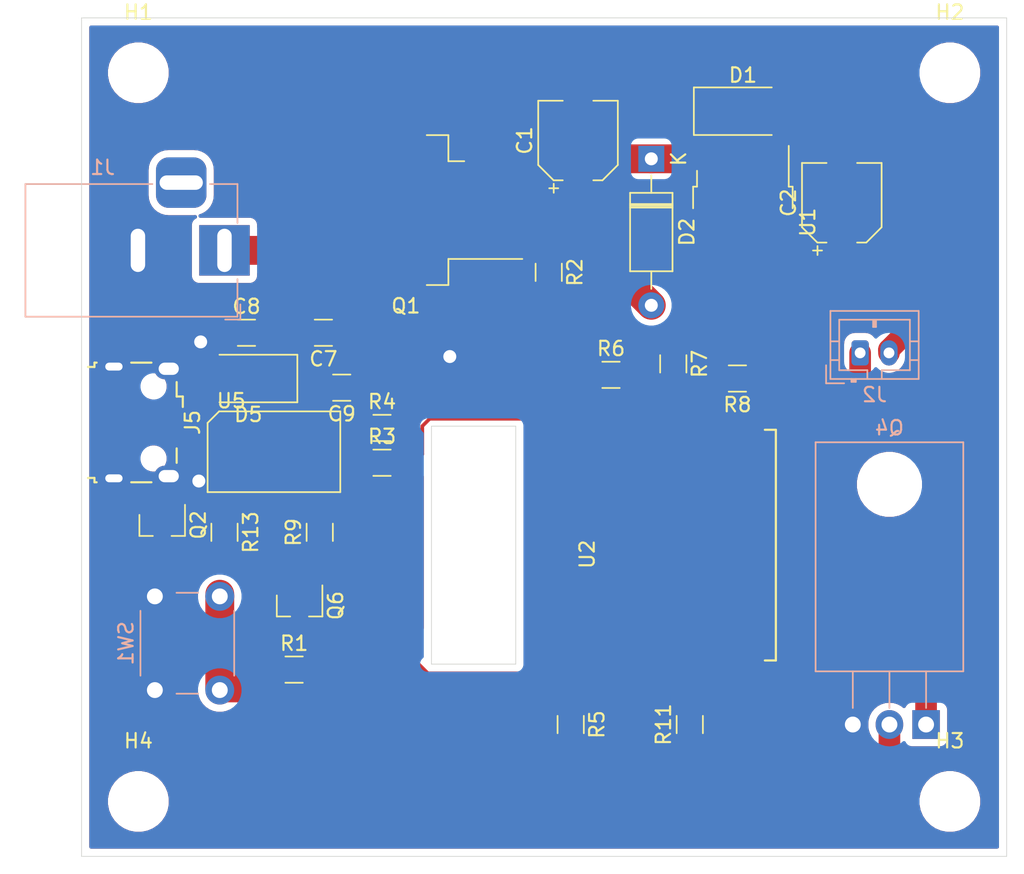
<source format=kicad_pcb>
(kicad_pcb (version 20171130) (host pcbnew "(5.1.5)-3")

  (general
    (thickness 1.6)
    (drawings 8)
    (tracks 186)
    (zones 0)
    (modules 34)
    (nets 41)
  )

  (page A4)
  (layers
    (0 F.Cu signal)
    (31 B.Cu signal)
    (32 B.Adhes user)
    (33 F.Adhes user)
    (34 B.Paste user)
    (35 F.Paste user)
    (36 B.SilkS user)
    (37 F.SilkS user)
    (38 B.Mask user)
    (39 F.Mask user)
    (40 Dwgs.User user)
    (41 Cmts.User user)
    (42 Eco1.User user)
    (43 Eco2.User user)
    (44 Edge.Cuts user)
    (45 Margin user)
    (46 B.CrtYd user)
    (47 F.CrtYd user)
    (48 B.Fab user)
    (49 F.Fab user)
  )

  (setup
    (last_trace_width 0.25)
    (user_trace_width 0.2)
    (user_trace_width 0.25)
    (user_trace_width 0.3)
    (user_trace_width 0.4)
    (user_trace_width 0.5)
    (user_trace_width 0.6)
    (user_trace_width 0.75)
    (user_trace_width 1)
    (user_trace_width 1.5)
    (user_trace_width 2)
    (trace_clearance 0.2)
    (zone_clearance 0.508)
    (zone_45_only no)
    (trace_min 0.2)
    (via_size 0.8)
    (via_drill 0.4)
    (via_min_size 0.4)
    (via_min_drill 0.3)
    (user_via 1.4 0.9)
    (uvia_size 0.3)
    (uvia_drill 0.1)
    (uvias_allowed no)
    (uvia_min_size 0.2)
    (uvia_min_drill 0.1)
    (edge_width 0.05)
    (segment_width 0.2)
    (pcb_text_width 0.3)
    (pcb_text_size 1.5 1.5)
    (mod_edge_width 0.12)
    (mod_text_size 1 1)
    (mod_text_width 0.15)
    (pad_size 2.5 1.1)
    (pad_drill 0)
    (pad_to_mask_clearance 0.051)
    (solder_mask_min_width 0.25)
    (aux_axis_origin 0 0)
    (visible_elements 7FFFF7FF)
    (pcbplotparams
      (layerselection 0x010fc_ffffffff)
      (usegerberextensions false)
      (usegerberattributes false)
      (usegerberadvancedattributes false)
      (creategerberjobfile false)
      (excludeedgelayer true)
      (linewidth 0.100000)
      (plotframeref false)
      (viasonmask false)
      (mode 1)
      (useauxorigin false)
      (hpglpennumber 1)
      (hpglpenspeed 20)
      (hpglpendiameter 15.000000)
      (psnegative false)
      (psa4output false)
      (plotreference true)
      (plotvalue true)
      (plotinvisibletext false)
      (padsonsilk false)
      (subtractmaskfromsilk false)
      (outputformat 1)
      (mirror false)
      (drillshape 1)
      (scaleselection 1)
      (outputdirectory ""))
  )

  (net 0 "")
  (net 1 +24V)
  (net 2 GND)
  (net 3 "Net-(D2-Pad2)")
  (net 4 "Net-(D5-Pad2)")
  (net 5 "Net-(J1-Pad1)")
  (net 6 "Net-(J2-Pad1)")
  (net 7 "Net-(J5-Pad2)")
  (net 8 /RX)
  (net 9 /TX)
  (net 10 /RST)
  (net 11 /IO0)
  (net 12 /DTR)
  (net 13 "Net-(Q2-Pad1)")
  (net 14 /RTS)
  (net 15 /White)
  (net 16 "Net-(C9-Pad2)")
  (net 17 "Net-(J5-Pad3)")
  (net 18 "Net-(Q4-Pad2)")
  (net 19 "Net-(Q6-Pad1)")
  (net 20 "Net-(R3-Pad2)")
  (net 21 "Net-(R4-Pad2)")
  (net 22 "Net-(R5-Pad1)")
  (net 23 "Net-(R7-Pad2)")
  (net 24 "Net-(R8-Pad2)")
  (net 25 +3.3VA)
  (net 26 +5VD)
  (net 27 "Net-(J5-Pad4)")
  (net 28 "Net-(U2-Pad2)")
  (net 29 "Net-(U2-Pad4)")
  (net 30 "Net-(U2-Pad5)")
  (net 31 "Net-(U2-Pad7)")
  (net 32 "Net-(U2-Pad13)")
  (net 33 "Net-(U2-Pad14)")
  (net 34 "Net-(U2-Pad17)")
  (net 35 "Net-(U2-Pad18)")
  (net 36 "Net-(U2-Pad19)")
  (net 37 "Net-(U2-Pad20)")
  (net 38 "Net-(U2-Pad21)")
  (net 39 "Net-(U2-Pad22)")
  (net 40 "Net-(U5-Pad5)")

  (net_class Default "This is the default net class."
    (clearance 0.2)
    (trace_width 0.25)
    (via_dia 0.8)
    (via_drill 0.4)
    (uvia_dia 0.3)
    (uvia_drill 0.1)
  )

  (net_class Big ""
    (clearance 0.3)
    (trace_width 0.4)
    (via_dia 1.5)
    (via_drill 0.9)
    (uvia_dia 0.3)
    (uvia_drill 0.1)
    (diff_pair_width 0.3)
    (diff_pair_gap 0.4)
    (add_net +24V)
    (add_net +3.3VA)
    (add_net +5VD)
    (add_net /DTR)
    (add_net /IO0)
    (add_net /RST)
    (add_net /RTS)
    (add_net /RX)
    (add_net /TX)
    (add_net /White)
    (add_net GND)
    (add_net "Net-(C9-Pad2)")
    (add_net "Net-(D2-Pad2)")
    (add_net "Net-(D5-Pad2)")
    (add_net "Net-(J1-Pad1)")
    (add_net "Net-(J2-Pad1)")
    (add_net "Net-(J5-Pad2)")
    (add_net "Net-(J5-Pad3)")
    (add_net "Net-(J5-Pad4)")
    (add_net "Net-(Q2-Pad1)")
    (add_net "Net-(Q4-Pad2)")
    (add_net "Net-(Q6-Pad1)")
    (add_net "Net-(R3-Pad2)")
    (add_net "Net-(R4-Pad2)")
    (add_net "Net-(R5-Pad1)")
    (add_net "Net-(R7-Pad2)")
    (add_net "Net-(R8-Pad2)")
    (add_net "Net-(U2-Pad13)")
    (add_net "Net-(U2-Pad14)")
    (add_net "Net-(U2-Pad17)")
    (add_net "Net-(U2-Pad18)")
    (add_net "Net-(U2-Pad19)")
    (add_net "Net-(U2-Pad2)")
    (add_net "Net-(U2-Pad20)")
    (add_net "Net-(U2-Pad21)")
    (add_net "Net-(U2-Pad22)")
    (add_net "Net-(U2-Pad4)")
    (add_net "Net-(U2-Pad5)")
    (add_net "Net-(U2-Pad7)")
    (add_net "Net-(U5-Pad5)")
  )

  (module My:ESSOP-10 (layer F.Cu) (tedit 5DD26228) (tstamp 6176E9EE)
    (at 165.862 92.964 270)
    (path /603D54BA)
    (attr smd)
    (fp_text reference U5 (at -3.5306 2.9591 180) (layer F.SilkS)
      (effects (font (size 1 1) (thickness 0.15)))
    )
    (fp_text value ch340k (at 0 0 270) (layer F.Fab)
      (effects (font (size 1 1) (thickness 0.15)))
    )
    (fp_line (start -2 4.6) (end -2.8 3.8) (layer F.SilkS) (width 0.12))
    (fp_line (start -2.8 3.8) (end -2.8 -4.6) (layer F.SilkS) (width 0.12))
    (fp_line (start -2.8 -4.6) (end 2.8 -4.6) (layer F.SilkS) (width 0.12))
    (fp_line (start 2.8 -4.6) (end 2.8 4.6) (layer F.SilkS) (width 0.12))
    (fp_line (start 2.8 4.6) (end -2 4.6) (layer F.SilkS) (width 0.12))
    (fp_line (start -2.55 -4.35) (end 2.55 -4.35) (layer F.CrtYd) (width 0.05))
    (fp_line (start 2.55 -4.35) (end 2.55 4.35) (layer F.CrtYd) (width 0.05))
    (fp_line (start 2.55 4.35) (end -2.55 4.35) (layer F.CrtYd) (width 0.05))
    (fp_line (start -2.55 4.35) (end -2.55 -4.35) (layer F.CrtYd) (width 0.05))
    (pad 10 smd rect (at -2 -3 270) (size 0.6 2.2) (layers F.Cu F.Paste F.Mask)
      (net 16 "Net-(C9-Pad2)"))
    (pad 1 smd rect (at -2 3 270) (size 0.6 2.2) (layers F.Cu F.Paste F.Mask)
      (net 17 "Net-(J5-Pad3)"))
    (pad 9 smd rect (at -1 -3 270) (size 0.6 2.2) (layers F.Cu F.Paste F.Mask)
      (net 8 /RX))
    (pad 2 smd rect (at -1 3 270) (size 0.6 2.2) (layers F.Cu F.Paste F.Mask)
      (net 7 "Net-(J5-Pad2)"))
    (pad 8 smd rect (at 0 -3 270) (size 0.6 2.2) (layers F.Cu F.Paste F.Mask)
      (net 9 /TX))
    (pad 3 smd rect (at 0 3 270) (size 0.6 2.2) (layers F.Cu F.Paste F.Mask)
      (net 2 GND))
    (pad 7 smd rect (at 1 -3 270) (size 0.6 2.2) (layers F.Cu F.Paste F.Mask)
      (net 26 +5VD))
    (pad 4 smd rect (at 1 3 270) (size 0.6 2.2) (layers F.Cu F.Paste F.Mask)
      (net 12 /DTR))
    (pad 6 smd rect (at 2 -3 270) (size 0.6 2.2) (layers F.Cu F.Paste F.Mask)
      (net 14 /RTS))
    (pad 5 smd rect (at 2 3 270) (size 0.6 2.2) (layers F.Cu F.Paste F.Mask)
      (net 40 "Net-(U5-Pad5)"))
    (pad 0 smd rect (at 0 0 270) (size 3 2) (layers F.Cu F.Paste F.Mask)
      (net 2 GND))
    (model ${KISYS3DMOD}/Package_SO.3dshapes/SSOP-10_3.9x4.9mm_P1.00mm.step
      (at (xyz 0 0 0))
      (scale (xyz 1.2 1 1))
      (rotate (xyz 0 0 -90))
    )
  )

  (module ESP:ESP-12E (layer F.Cu) (tedit 61769274) (tstamp 6176D7EE)
    (at 185.039 106.426 90)
    (descr "Module, ESP-8266, ESP-12, 16 pad, SMD")
    (tags "Module ESP-8266 ESP8266")
    (path /5F5841B3)
    (attr smd)
    (fp_text reference U2 (at 6.35 2.54 90) (layer F.SilkS)
      (effects (font (size 1 1) (thickness 0.15)))
    )
    (fp_text value ESP-12E (at 6.35 6.35 90) (layer F.Fab) hide
      (effects (font (size 1 1) (thickness 0.15)))
    )
    (fp_line (start -2.25 -0.5) (end -2.25 -8.75) (layer F.CrtYd) (width 0.05))
    (fp_line (start -2.25 -8.75) (end 15.25 -8.75) (layer F.CrtYd) (width 0.05))
    (fp_line (start 15.25 -8.75) (end 16.25 -8.75) (layer F.CrtYd) (width 0.05))
    (fp_line (start 16.25 -8.75) (end 16.25 16) (layer F.CrtYd) (width 0.05))
    (fp_line (start 16.25 16) (end -2.25 16) (layer F.CrtYd) (width 0.05))
    (fp_line (start -2.25 16) (end -2.25 -0.5) (layer F.CrtYd) (width 0.05))
    (fp_line (start -1.016 -8.382) (end 14.986 -8.382) (layer F.CrtYd) (width 0.1524))
    (fp_line (start 14.986 -8.382) (end 14.986 -0.889) (layer F.CrtYd) (width 0.1524))
    (fp_line (start -1.016 -8.382) (end -1.016 -1.016) (layer F.CrtYd) (width 0.1524))
    (fp_line (start -1.016 14.859) (end -1.016 15.621) (layer F.SilkS) (width 0.1524))
    (fp_line (start -1.016 15.621) (end 14.986 15.621) (layer F.SilkS) (width 0.1524))
    (fp_line (start 14.986 15.621) (end 14.986 14.859) (layer F.SilkS) (width 0.1524))
    (fp_line (start 14.992 -8.4) (end -1.008 -2.6) (layer F.CrtYd) (width 0.1524))
    (fp_line (start -1.008 -8.4) (end 14.992 -2.6) (layer F.CrtYd) (width 0.1524))
    (fp_text user "No Copper" (at 6.892 -5.4 90) (layer F.CrtYd)
      (effects (font (size 1 1) (thickness 0.15)))
    )
    (fp_line (start -1.008 -2.6) (end 14.992 -2.6) (layer F.CrtYd) (width 0.1524))
    (fp_line (start 15 -8.4) (end 15 15.6) (layer F.Fab) (width 0.05))
    (fp_line (start 14.992 15.6) (end -1.008 15.6) (layer F.Fab) (width 0.05))
    (fp_line (start -1.008 15.6) (end -1.008 -8.4) (layer F.Fab) (width 0.05))
    (fp_line (start -1.008 -8.4) (end 14.992 -8.4) (layer F.Fab) (width 0.05))
    (pad 1 smd oval (at 0 0 90) (size 2.5 1.1) (drill (offset -0.7 0)) (layers F.Cu F.Paste F.Mask)
      (net 10 /RST))
    (pad 2 smd oval (at 0 2 90) (size 2.5 1.1) (drill (offset -0.7 0)) (layers F.Cu F.Paste F.Mask)
      (net 28 "Net-(U2-Pad2)"))
    (pad 3 smd oval (at 0 4 90) (size 2.5 1.1) (drill (offset -0.7 0)) (layers F.Cu F.Paste F.Mask)
      (net 22 "Net-(R5-Pad1)"))
    (pad 4 smd oval (at 0 6 90) (size 2.5 1.1) (drill (offset -0.7 0)) (layers F.Cu F.Paste F.Mask)
      (net 29 "Net-(U2-Pad4)"))
    (pad 5 smd oval (at 0 8 90) (size 2.5 1.1) (drill (offset -0.7 0)) (layers F.Cu F.Paste F.Mask)
      (net 30 "Net-(U2-Pad5)"))
    (pad 6 smd oval (at 0 10 90) (size 2.5 1.1) (drill (offset -0.7 0)) (layers F.Cu F.Paste F.Mask)
      (net 15 /White))
    (pad 7 smd oval (at 0 12 90) (size 2.5 1.1) (drill (offset -0.7 0)) (layers F.Cu F.Paste F.Mask)
      (net 31 "Net-(U2-Pad7)"))
    (pad 8 smd oval (at 0 14 90) (size 2.5 1.1) (drill (offset -0.7 0)) (layers F.Cu F.Paste F.Mask)
      (net 25 +3.3VA))
    (pad 9 smd oval (at 14 14 90) (size 2.5 1.1) (drill (offset 0.7 0)) (layers F.Cu F.Paste F.Mask)
      (net 2 GND))
    (pad 10 smd oval (at 14 12 90) (size 2.5 1.1) (drill (offset 0.7 0)) (layers F.Cu F.Paste F.Mask)
      (net 24 "Net-(R8-Pad2)"))
    (pad 11 smd oval (at 14 10 90) (size 2.5 1.1) (drill (offset 0.7 0)) (layers F.Cu F.Paste F.Mask)
      (net 23 "Net-(R7-Pad2)"))
    (pad 12 smd oval (at 14 8 90) (size 2.5 1.1) (drill (offset 0.7 0)) (layers F.Cu F.Paste F.Mask)
      (net 11 /IO0))
    (pad 13 smd oval (at 14 6 90) (size 2.5 1.1) (drill (offset 0.7 0)) (layers F.Cu F.Paste F.Mask)
      (net 32 "Net-(U2-Pad13)"))
    (pad 14 smd oval (at 14 4 90) (size 2.5 1.1) (drill (offset 0.7 0)) (layers F.Cu F.Paste F.Mask)
      (net 33 "Net-(U2-Pad14)"))
    (pad 15 smd oval (at 14 2 90) (size 2.5 1.1) (drill (offset 0.7 0)) (layers F.Cu F.Paste F.Mask)
      (net 21 "Net-(R4-Pad2)"))
    (pad 16 smd oval (at 14 0 90) (size 2.5 1.1) (drill (offset 0.7 0)) (layers F.Cu F.Paste F.Mask)
      (net 20 "Net-(R3-Pad2)"))
    (pad 17 smd oval (at 1.99 15 180) (size 2.5 1.1) (drill (offset -0.7 0)) (layers F.Cu F.Paste F.Mask)
      (net 34 "Net-(U2-Pad17)"))
    (pad 18 smd oval (at 3.99 15 180) (size 2.5 1.1) (drill (offset -0.7 0)) (layers F.Cu F.Paste F.Mask)
      (net 35 "Net-(U2-Pad18)"))
    (pad 19 smd oval (at 5.99 15 180) (size 2.5 1.1) (drill (offset -0.7 0)) (layers F.Cu F.Paste F.Mask)
      (net 36 "Net-(U2-Pad19)"))
    (pad 20 smd oval (at 7.99 15 180) (size 2.5 1.1) (drill (offset -0.7 0)) (layers F.Cu F.Paste F.Mask)
      (net 37 "Net-(U2-Pad20)"))
    (pad 21 smd oval (at 9.99 15 180) (size 2.5 1.1) (drill (offset -0.7 0)) (layers F.Cu F.Paste F.Mask)
      (net 38 "Net-(U2-Pad21)"))
    (pad 22 smd oval (at 11.99 15 180) (size 2.5 1.1) (drill (offset -0.7 0)) (layers F.Cu F.Paste F.Mask)
      (net 39 "Net-(U2-Pad22)"))
    (model ${ESPLIB}/ESP8266.3dshapes/ESP-12E.wrl
      (at (xyz 0 0 0))
      (scale (xyz 0.3937 0.3937 0.3937))
      (rotate (xyz 0 0 0))
    )
    (model :My3D:ESP8266.3dshapes/ESP-12-E-better.wrl
      (at (xyz 0 0 0))
      (scale (xyz 1 1 1))
      (rotate (xyz 0 0 0))
    )
  )

  (module Package_TO_SOT_SMD:TO-252-3_TabPin2 (layer F.Cu) (tedit 5A70F30B) (tstamp 6176D7C0)
    (at 198.373 77.045 270)
    (descr "TO-252 / DPAK SMD package, http://www.infineon.com/cms/en/product/packages/PG-TO252/PG-TO252-3-1/")
    (tags "DPAK TO-252 DPAK-3 TO-252-3 SOT-428")
    (path /5F5E7CB8)
    (attr smd)
    (fp_text reference U1 (at 0 -4.5 90) (layer F.SilkS)
      (effects (font (size 1 1) (thickness 0.15)))
    )
    (fp_text value IFX27001TFV33ATMA1 (at 0 4.5 90) (layer F.Fab)
      (effects (font (size 1 1) (thickness 0.15)))
    )
    (fp_text user %R (at 0 0 90) (layer F.Fab)
      (effects (font (size 1 1) (thickness 0.15)))
    )
    (fp_line (start 5.55 -3.5) (end -5.55 -3.5) (layer F.CrtYd) (width 0.05))
    (fp_line (start 5.55 3.5) (end 5.55 -3.5) (layer F.CrtYd) (width 0.05))
    (fp_line (start -5.55 3.5) (end 5.55 3.5) (layer F.CrtYd) (width 0.05))
    (fp_line (start -5.55 -3.5) (end -5.55 3.5) (layer F.CrtYd) (width 0.05))
    (fp_line (start -2.47 3.18) (end -3.57 3.18) (layer F.SilkS) (width 0.12))
    (fp_line (start -2.47 3.45) (end -2.47 3.18) (layer F.SilkS) (width 0.12))
    (fp_line (start -0.97 3.45) (end -2.47 3.45) (layer F.SilkS) (width 0.12))
    (fp_line (start -2.47 -3.18) (end -5.3 -3.18) (layer F.SilkS) (width 0.12))
    (fp_line (start -2.47 -3.45) (end -2.47 -3.18) (layer F.SilkS) (width 0.12))
    (fp_line (start -0.97 -3.45) (end -2.47 -3.45) (layer F.SilkS) (width 0.12))
    (fp_line (start -4.97 2.655) (end -2.27 2.655) (layer F.Fab) (width 0.1))
    (fp_line (start -4.97 1.905) (end -4.97 2.655) (layer F.Fab) (width 0.1))
    (fp_line (start -2.27 1.905) (end -4.97 1.905) (layer F.Fab) (width 0.1))
    (fp_line (start -4.97 0.375) (end -2.27 0.375) (layer F.Fab) (width 0.1))
    (fp_line (start -4.97 -0.375) (end -4.97 0.375) (layer F.Fab) (width 0.1))
    (fp_line (start -2.27 -0.375) (end -4.97 -0.375) (layer F.Fab) (width 0.1))
    (fp_line (start -4.97 -1.905) (end -2.27 -1.905) (layer F.Fab) (width 0.1))
    (fp_line (start -4.97 -2.655) (end -4.97 -1.905) (layer F.Fab) (width 0.1))
    (fp_line (start -1.865 -2.655) (end -4.97 -2.655) (layer F.Fab) (width 0.1))
    (fp_line (start -1.27 -3.25) (end 3.95 -3.25) (layer F.Fab) (width 0.1))
    (fp_line (start -2.27 -2.25) (end -1.27 -3.25) (layer F.Fab) (width 0.1))
    (fp_line (start -2.27 3.25) (end -2.27 -2.25) (layer F.Fab) (width 0.1))
    (fp_line (start 3.95 3.25) (end -2.27 3.25) (layer F.Fab) (width 0.1))
    (fp_line (start 3.95 -3.25) (end 3.95 3.25) (layer F.Fab) (width 0.1))
    (fp_line (start 4.95 2.7) (end 3.95 2.7) (layer F.Fab) (width 0.1))
    (fp_line (start 4.95 -2.7) (end 4.95 2.7) (layer F.Fab) (width 0.1))
    (fp_line (start 3.95 -2.7) (end 4.95 -2.7) (layer F.Fab) (width 0.1))
    (pad "" smd rect (at 0.425 1.525 270) (size 3.05 2.75) (layers F.Paste))
    (pad "" smd rect (at 3.775 -1.525 270) (size 3.05 2.75) (layers F.Paste))
    (pad "" smd rect (at 0.425 -1.525 270) (size 3.05 2.75) (layers F.Paste))
    (pad "" smd rect (at 3.775 1.525 270) (size 3.05 2.75) (layers F.Paste))
    (pad 2 smd rect (at 2.1 0 270) (size 6.4 5.8) (layers F.Cu F.Mask)
      (net 25 +3.3VA))
    (pad 3 smd rect (at -4.2 2.28 270) (size 2.2 1.2) (layers F.Cu F.Paste F.Mask)
      (net 1 +24V))
    (pad 2 smd rect (at -4.2 0 270) (size 2.2 1.2) (layers F.Cu F.Paste F.Mask)
      (net 25 +3.3VA))
    (pad 1 smd rect (at -4.2 -2.28 270) (size 2.2 1.2) (layers F.Cu F.Paste F.Mask)
      (net 2 GND))
    (model ${KISYS3DMOD}/Package_TO_SOT_SMD.3dshapes/TO-252-3_TabPin2.wrl
      (at (xyz 0 0 0))
      (scale (xyz 1 1 1))
      (rotate (xyz 0 0 0))
    )
  )

  (module Button_Switch_THT:SW_PUSH_6mm (layer B.Cu) (tedit 5A02FE31) (tstamp 6176FDA1)
    (at 157.607 102.997 270)
    (descr https://www.omron.com/ecb/products/pdf/en-b3f.pdf)
    (tags "tact sw push 6mm")
    (path /5F60232E)
    (fp_text reference SW1 (at 3.25 2 270) (layer B.SilkS)
      (effects (font (size 1 1) (thickness 0.15)) (justify mirror))
    )
    (fp_text value SW_Push (at 3.75 -6.7 270) (layer B.Fab)
      (effects (font (size 1 1) (thickness 0.15)) (justify mirror))
    )
    (fp_circle (center 3.25 -2.25) (end 1.25 -2.5) (layer B.Fab) (width 0.1))
    (fp_line (start 6.75 -3) (end 6.75 -1.5) (layer B.SilkS) (width 0.12))
    (fp_line (start 5.5 1) (end 1 1) (layer B.SilkS) (width 0.12))
    (fp_line (start -0.25 -1.5) (end -0.25 -3) (layer B.SilkS) (width 0.12))
    (fp_line (start 1 -5.5) (end 5.5 -5.5) (layer B.SilkS) (width 0.12))
    (fp_line (start 8 1.25) (end 8 -5.75) (layer B.CrtYd) (width 0.05))
    (fp_line (start 7.75 -6) (end -1.25 -6) (layer B.CrtYd) (width 0.05))
    (fp_line (start -1.5 -5.75) (end -1.5 1.25) (layer B.CrtYd) (width 0.05))
    (fp_line (start -1.25 1.5) (end 7.75 1.5) (layer B.CrtYd) (width 0.05))
    (fp_line (start -1.5 -6) (end -1.25 -6) (layer B.CrtYd) (width 0.05))
    (fp_line (start -1.5 -5.75) (end -1.5 -6) (layer B.CrtYd) (width 0.05))
    (fp_line (start -1.5 1.5) (end -1.25 1.5) (layer B.CrtYd) (width 0.05))
    (fp_line (start -1.5 1.25) (end -1.5 1.5) (layer B.CrtYd) (width 0.05))
    (fp_line (start 8 1.5) (end 8 1.25) (layer B.CrtYd) (width 0.05))
    (fp_line (start 7.75 1.5) (end 8 1.5) (layer B.CrtYd) (width 0.05))
    (fp_line (start 8 -6) (end 8 -5.75) (layer B.CrtYd) (width 0.05))
    (fp_line (start 7.75 -6) (end 8 -6) (layer B.CrtYd) (width 0.05))
    (fp_line (start 0.25 0.75) (end 3.25 0.75) (layer B.Fab) (width 0.1))
    (fp_line (start 0.25 -5.25) (end 0.25 0.75) (layer B.Fab) (width 0.1))
    (fp_line (start 6.25 -5.25) (end 0.25 -5.25) (layer B.Fab) (width 0.1))
    (fp_line (start 6.25 0.75) (end 6.25 -5.25) (layer B.Fab) (width 0.1))
    (fp_line (start 3.25 0.75) (end 6.25 0.75) (layer B.Fab) (width 0.1))
    (fp_text user %R (at 3.25 -2.25 270) (layer B.Fab)
      (effects (font (size 1 1) (thickness 0.15)) (justify mirror))
    )
    (pad 1 thru_hole circle (at 6.5 0 180) (size 2 2) (drill 1.1) (layers *.Cu *.Mask)
      (net 2 GND))
    (pad 2 thru_hole circle (at 6.5 -4.5 180) (size 2 2) (drill 1.1) (layers *.Cu *.Mask)
      (net 10 /RST))
    (pad 1 thru_hole circle (at 0 0 180) (size 2 2) (drill 1.1) (layers *.Cu *.Mask)
      (net 2 GND))
    (pad 2 thru_hole circle (at 0 -4.5 180) (size 2 2) (drill 1.1) (layers *.Cu *.Mask)
      (net 10 /RST))
    (model ${KISYS3DMOD}/Button_Switch_THT.3dshapes/SW_PUSH_6mm.wrl
      (at (xyz 0 0 0))
      (scale (xyz 1 1 1))
      (rotate (xyz 0 0 0))
    )
  )

  (module Resistor_SMD:R_1206_3216Metric_Pad1.42x1.75mm_HandSolder (layer F.Cu) (tedit 5B301BBD) (tstamp 6176D779)
    (at 162.433 98.552 270)
    (descr "Resistor SMD 1206 (3216 Metric), square (rectangular) end terminal, IPC_7351 nominal with elongated pad for handsoldering. (Body size source: http://www.tortai-tech.com/upload/download/2011102023233369053.pdf), generated with kicad-footprint-generator")
    (tags "resistor handsolder")
    (path /5FF139B9)
    (attr smd)
    (fp_text reference R13 (at 0 -1.82 90) (layer F.SilkS)
      (effects (font (size 1 1) (thickness 0.15)))
    )
    (fp_text value "R 10K" (at 0 1.82 90) (layer F.Fab)
      (effects (font (size 1 1) (thickness 0.15)))
    )
    (fp_text user %R (at 0 0 90) (layer F.Fab)
      (effects (font (size 0.8 0.8) (thickness 0.12)))
    )
    (fp_line (start 2.45 1.12) (end -2.45 1.12) (layer F.CrtYd) (width 0.05))
    (fp_line (start 2.45 -1.12) (end 2.45 1.12) (layer F.CrtYd) (width 0.05))
    (fp_line (start -2.45 -1.12) (end 2.45 -1.12) (layer F.CrtYd) (width 0.05))
    (fp_line (start -2.45 1.12) (end -2.45 -1.12) (layer F.CrtYd) (width 0.05))
    (fp_line (start -0.602064 0.91) (end 0.602064 0.91) (layer F.SilkS) (width 0.12))
    (fp_line (start -0.602064 -0.91) (end 0.602064 -0.91) (layer F.SilkS) (width 0.12))
    (fp_line (start 1.6 0.8) (end -1.6 0.8) (layer F.Fab) (width 0.1))
    (fp_line (start 1.6 -0.8) (end 1.6 0.8) (layer F.Fab) (width 0.1))
    (fp_line (start -1.6 -0.8) (end 1.6 -0.8) (layer F.Fab) (width 0.1))
    (fp_line (start -1.6 0.8) (end -1.6 -0.8) (layer F.Fab) (width 0.1))
    (pad 2 smd roundrect (at 1.4875 0 270) (size 1.425 1.75) (layers F.Cu F.Paste F.Mask) (roundrect_rratio 0.175439)
      (net 19 "Net-(Q6-Pad1)"))
    (pad 1 smd roundrect (at -1.4875 0 270) (size 1.425 1.75) (layers F.Cu F.Paste F.Mask) (roundrect_rratio 0.175439)
      (net 12 /DTR))
    (model ${KISYS3DMOD}/Resistor_SMD.3dshapes/R_1206_3216Metric.wrl
      (at (xyz 0 0 0))
      (scale (xyz 1 1 1))
      (rotate (xyz 0 0 0))
    )
  )

  (module Resistor_SMD:R_1206_3216Metric_Pad1.42x1.75mm_HandSolder (layer F.Cu) (tedit 5B301BBD) (tstamp 6176D768)
    (at 194.691 111.887 90)
    (descr "Resistor SMD 1206 (3216 Metric), square (rectangular) end terminal, IPC_7351 nominal with elongated pad for handsoldering. (Body size source: http://www.tortai-tech.com/upload/download/2011102023233369053.pdf), generated with kicad-footprint-generator")
    (tags "resistor handsolder")
    (path /5F58A193)
    (attr smd)
    (fp_text reference R11 (at 0 -1.82 90) (layer F.SilkS)
      (effects (font (size 1 1) (thickness 0.15)))
    )
    (fp_text value R (at 0 1.82 90) (layer F.Fab)
      (effects (font (size 1 1) (thickness 0.15)))
    )
    (fp_text user %R (at 0 0 90) (layer F.Fab)
      (effects (font (size 0.8 0.8) (thickness 0.12)))
    )
    (fp_line (start 2.45 1.12) (end -2.45 1.12) (layer F.CrtYd) (width 0.05))
    (fp_line (start 2.45 -1.12) (end 2.45 1.12) (layer F.CrtYd) (width 0.05))
    (fp_line (start -2.45 -1.12) (end 2.45 -1.12) (layer F.CrtYd) (width 0.05))
    (fp_line (start -2.45 1.12) (end -2.45 -1.12) (layer F.CrtYd) (width 0.05))
    (fp_line (start -0.602064 0.91) (end 0.602064 0.91) (layer F.SilkS) (width 0.12))
    (fp_line (start -0.602064 -0.91) (end 0.602064 -0.91) (layer F.SilkS) (width 0.12))
    (fp_line (start 1.6 0.8) (end -1.6 0.8) (layer F.Fab) (width 0.1))
    (fp_line (start 1.6 -0.8) (end 1.6 0.8) (layer F.Fab) (width 0.1))
    (fp_line (start -1.6 -0.8) (end 1.6 -0.8) (layer F.Fab) (width 0.1))
    (fp_line (start -1.6 0.8) (end -1.6 -0.8) (layer F.Fab) (width 0.1))
    (pad 2 smd roundrect (at 1.4875 0 90) (size 1.425 1.75) (layers F.Cu F.Paste F.Mask) (roundrect_rratio 0.175439)
      (net 15 /White))
    (pad 1 smd roundrect (at -1.4875 0 90) (size 1.425 1.75) (layers F.Cu F.Paste F.Mask) (roundrect_rratio 0.175439)
      (net 18 "Net-(Q4-Pad2)"))
    (model ${KISYS3DMOD}/Resistor_SMD.3dshapes/R_1206_3216Metric.wrl
      (at (xyz 0 0 0))
      (scale (xyz 1 1 1))
      (rotate (xyz 0 0 0))
    )
  )

  (module Resistor_SMD:R_1206_3216Metric_Pad1.42x1.75mm_HandSolder (layer F.Cu) (tedit 5B301BBD) (tstamp 6176E889)
    (at 169.037 98.552 90)
    (descr "Resistor SMD 1206 (3216 Metric), square (rectangular) end terminal, IPC_7351 nominal with elongated pad for handsoldering. (Body size source: http://www.tortai-tech.com/upload/download/2011102023233369053.pdf), generated with kicad-footprint-generator")
    (tags "resistor handsolder")
    (path /5FF150A0)
    (attr smd)
    (fp_text reference R9 (at 0 -1.82 90) (layer F.SilkS)
      (effects (font (size 1 1) (thickness 0.15)))
    )
    (fp_text value "R 10K" (at 0 1.82 90) (layer F.Fab)
      (effects (font (size 1 1) (thickness 0.15)))
    )
    (fp_text user %R (at 0 0 90) (layer F.Fab)
      (effects (font (size 0.8 0.8) (thickness 0.12)))
    )
    (fp_line (start 2.45 1.12) (end -2.45 1.12) (layer F.CrtYd) (width 0.05))
    (fp_line (start 2.45 -1.12) (end 2.45 1.12) (layer F.CrtYd) (width 0.05))
    (fp_line (start -2.45 -1.12) (end 2.45 -1.12) (layer F.CrtYd) (width 0.05))
    (fp_line (start -2.45 1.12) (end -2.45 -1.12) (layer F.CrtYd) (width 0.05))
    (fp_line (start -0.602064 0.91) (end 0.602064 0.91) (layer F.SilkS) (width 0.12))
    (fp_line (start -0.602064 -0.91) (end 0.602064 -0.91) (layer F.SilkS) (width 0.12))
    (fp_line (start 1.6 0.8) (end -1.6 0.8) (layer F.Fab) (width 0.1))
    (fp_line (start 1.6 -0.8) (end 1.6 0.8) (layer F.Fab) (width 0.1))
    (fp_line (start -1.6 -0.8) (end 1.6 -0.8) (layer F.Fab) (width 0.1))
    (fp_line (start -1.6 0.8) (end -1.6 -0.8) (layer F.Fab) (width 0.1))
    (pad 2 smd roundrect (at 1.4875 0 90) (size 1.425 1.75) (layers F.Cu F.Paste F.Mask) (roundrect_rratio 0.175439)
      (net 14 /RTS))
    (pad 1 smd roundrect (at -1.4875 0 90) (size 1.425 1.75) (layers F.Cu F.Paste F.Mask) (roundrect_rratio 0.175439)
      (net 13 "Net-(Q2-Pad1)"))
    (model ${KISYS3DMOD}/Resistor_SMD.3dshapes/R_1206_3216Metric.wrl
      (at (xyz 0 0 0))
      (scale (xyz 1 1 1))
      (rotate (xyz 0 0 0))
    )
  )

  (module Resistor_SMD:R_1206_3216Metric_Pad1.42x1.75mm_HandSolder (layer F.Cu) (tedit 5B301BBD) (tstamp 6176D746)
    (at 197.993 87.884 180)
    (descr "Resistor SMD 1206 (3216 Metric), square (rectangular) end terminal, IPC_7351 nominal with elongated pad for handsoldering. (Body size source: http://www.tortai-tech.com/upload/download/2011102023233369053.pdf), generated with kicad-footprint-generator")
    (tags "resistor handsolder")
    (path /5F5B4B29)
    (attr smd)
    (fp_text reference R8 (at 0 -1.82) (layer F.SilkS)
      (effects (font (size 1 1) (thickness 0.15)))
    )
    (fp_text value "R 10K" (at 0 1.82) (layer F.Fab)
      (effects (font (size 1 1) (thickness 0.15)))
    )
    (fp_text user %R (at 0 0) (layer F.Fab)
      (effects (font (size 0.8 0.8) (thickness 0.12)))
    )
    (fp_line (start 2.45 1.12) (end -2.45 1.12) (layer F.CrtYd) (width 0.05))
    (fp_line (start 2.45 -1.12) (end 2.45 1.12) (layer F.CrtYd) (width 0.05))
    (fp_line (start -2.45 -1.12) (end 2.45 -1.12) (layer F.CrtYd) (width 0.05))
    (fp_line (start -2.45 1.12) (end -2.45 -1.12) (layer F.CrtYd) (width 0.05))
    (fp_line (start -0.602064 0.91) (end 0.602064 0.91) (layer F.SilkS) (width 0.12))
    (fp_line (start -0.602064 -0.91) (end 0.602064 -0.91) (layer F.SilkS) (width 0.12))
    (fp_line (start 1.6 0.8) (end -1.6 0.8) (layer F.Fab) (width 0.1))
    (fp_line (start 1.6 -0.8) (end 1.6 0.8) (layer F.Fab) (width 0.1))
    (fp_line (start -1.6 -0.8) (end 1.6 -0.8) (layer F.Fab) (width 0.1))
    (fp_line (start -1.6 0.8) (end -1.6 -0.8) (layer F.Fab) (width 0.1))
    (pad 2 smd roundrect (at 1.4875 0 180) (size 1.425 1.75) (layers F.Cu F.Paste F.Mask) (roundrect_rratio 0.175439)
      (net 24 "Net-(R8-Pad2)"))
    (pad 1 smd roundrect (at -1.4875 0 180) (size 1.425 1.75) (layers F.Cu F.Paste F.Mask) (roundrect_rratio 0.175439)
      (net 2 GND))
    (model ${KISYS3DMOD}/Resistor_SMD.3dshapes/R_1206_3216Metric.wrl
      (at (xyz 0 0 0))
      (scale (xyz 1 1 1))
      (rotate (xyz 0 0 0))
    )
  )

  (module Resistor_SMD:R_1206_3216Metric_Pad1.42x1.75mm_HandSolder (layer F.Cu) (tedit 5B301BBD) (tstamp 6176D735)
    (at 193.548 86.868 270)
    (descr "Resistor SMD 1206 (3216 Metric), square (rectangular) end terminal, IPC_7351 nominal with elongated pad for handsoldering. (Body size source: http://www.tortai-tech.com/upload/download/2011102023233369053.pdf), generated with kicad-footprint-generator")
    (tags "resistor handsolder")
    (path /5FFCA72F)
    (attr smd)
    (fp_text reference R7 (at 0 -1.82 90) (layer F.SilkS)
      (effects (font (size 1 1) (thickness 0.15)))
    )
    (fp_text value "R 10K" (at 0 1.82 90) (layer F.Fab)
      (effects (font (size 1 1) (thickness 0.15)))
    )
    (fp_text user %R (at 0 0 90) (layer F.Fab)
      (effects (font (size 0.8 0.8) (thickness 0.12)))
    )
    (fp_line (start 2.45 1.12) (end -2.45 1.12) (layer F.CrtYd) (width 0.05))
    (fp_line (start 2.45 -1.12) (end 2.45 1.12) (layer F.CrtYd) (width 0.05))
    (fp_line (start -2.45 -1.12) (end 2.45 -1.12) (layer F.CrtYd) (width 0.05))
    (fp_line (start -2.45 1.12) (end -2.45 -1.12) (layer F.CrtYd) (width 0.05))
    (fp_line (start -0.602064 0.91) (end 0.602064 0.91) (layer F.SilkS) (width 0.12))
    (fp_line (start -0.602064 -0.91) (end 0.602064 -0.91) (layer F.SilkS) (width 0.12))
    (fp_line (start 1.6 0.8) (end -1.6 0.8) (layer F.Fab) (width 0.1))
    (fp_line (start 1.6 -0.8) (end 1.6 0.8) (layer F.Fab) (width 0.1))
    (fp_line (start -1.6 -0.8) (end 1.6 -0.8) (layer F.Fab) (width 0.1))
    (fp_line (start -1.6 0.8) (end -1.6 -0.8) (layer F.Fab) (width 0.1))
    (pad 2 smd roundrect (at 1.4875 0 270) (size 1.425 1.75) (layers F.Cu F.Paste F.Mask) (roundrect_rratio 0.175439)
      (net 23 "Net-(R7-Pad2)"))
    (pad 1 smd roundrect (at -1.4875 0 270) (size 1.425 1.75) (layers F.Cu F.Paste F.Mask) (roundrect_rratio 0.175439)
      (net 25 +3.3VA))
    (model ${KISYS3DMOD}/Resistor_SMD.3dshapes/R_1206_3216Metric.wrl
      (at (xyz 0 0 0))
      (scale (xyz 1 1 1))
      (rotate (xyz 0 0 0))
    )
  )

  (module Resistor_SMD:R_1206_3216Metric_Pad1.42x1.75mm_HandSolder (layer F.Cu) (tedit 5B301BBD) (tstamp 6176D724)
    (at 189.23 87.63)
    (descr "Resistor SMD 1206 (3216 Metric), square (rectangular) end terminal, IPC_7351 nominal with elongated pad for handsoldering. (Body size source: http://www.tortai-tech.com/upload/download/2011102023233369053.pdf), generated with kicad-footprint-generator")
    (tags "resistor handsolder")
    (path /5F5B6028)
    (attr smd)
    (fp_text reference R6 (at 0 -1.82) (layer F.SilkS)
      (effects (font (size 1 1) (thickness 0.15)))
    )
    (fp_text value "R 10K" (at 0 1.82) (layer F.Fab)
      (effects (font (size 1 1) (thickness 0.15)))
    )
    (fp_text user %R (at 0 0) (layer F.Fab)
      (effects (font (size 0.8 0.8) (thickness 0.12)))
    )
    (fp_line (start 2.45 1.12) (end -2.45 1.12) (layer F.CrtYd) (width 0.05))
    (fp_line (start 2.45 -1.12) (end 2.45 1.12) (layer F.CrtYd) (width 0.05))
    (fp_line (start -2.45 -1.12) (end 2.45 -1.12) (layer F.CrtYd) (width 0.05))
    (fp_line (start -2.45 1.12) (end -2.45 -1.12) (layer F.CrtYd) (width 0.05))
    (fp_line (start -0.602064 0.91) (end 0.602064 0.91) (layer F.SilkS) (width 0.12))
    (fp_line (start -0.602064 -0.91) (end 0.602064 -0.91) (layer F.SilkS) (width 0.12))
    (fp_line (start 1.6 0.8) (end -1.6 0.8) (layer F.Fab) (width 0.1))
    (fp_line (start 1.6 -0.8) (end 1.6 0.8) (layer F.Fab) (width 0.1))
    (fp_line (start -1.6 -0.8) (end 1.6 -0.8) (layer F.Fab) (width 0.1))
    (fp_line (start -1.6 0.8) (end -1.6 -0.8) (layer F.Fab) (width 0.1))
    (pad 2 smd roundrect (at 1.4875 0) (size 1.425 1.75) (layers F.Cu F.Paste F.Mask) (roundrect_rratio 0.175439)
      (net 11 /IO0))
    (pad 1 smd roundrect (at -1.4875 0) (size 1.425 1.75) (layers F.Cu F.Paste F.Mask) (roundrect_rratio 0.175439)
      (net 25 +3.3VA))
    (model ${KISYS3DMOD}/Resistor_SMD.3dshapes/R_1206_3216Metric.wrl
      (at (xyz 0 0 0))
      (scale (xyz 1 1 1))
      (rotate (xyz 0 0 0))
    )
  )

  (module Resistor_SMD:R_1206_3216Metric_Pad1.42x1.75mm_HandSolder (layer F.Cu) (tedit 5B301BBD) (tstamp 6176D713)
    (at 186.436 111.887 270)
    (descr "Resistor SMD 1206 (3216 Metric), square (rectangular) end terminal, IPC_7351 nominal with elongated pad for handsoldering. (Body size source: http://www.tortai-tech.com/upload/download/2011102023233369053.pdf), generated with kicad-footprint-generator")
    (tags "resistor handsolder")
    (path /5F5B3D56)
    (attr smd)
    (fp_text reference R5 (at 0 -1.82 90) (layer F.SilkS)
      (effects (font (size 1 1) (thickness 0.15)))
    )
    (fp_text value "R 10K" (at 0 1.82 90) (layer F.Fab)
      (effects (font (size 1 1) (thickness 0.15)))
    )
    (fp_text user %R (at 0 0 90) (layer F.Fab)
      (effects (font (size 0.8 0.8) (thickness 0.12)))
    )
    (fp_line (start 2.45 1.12) (end -2.45 1.12) (layer F.CrtYd) (width 0.05))
    (fp_line (start 2.45 -1.12) (end 2.45 1.12) (layer F.CrtYd) (width 0.05))
    (fp_line (start -2.45 -1.12) (end 2.45 -1.12) (layer F.CrtYd) (width 0.05))
    (fp_line (start -2.45 1.12) (end -2.45 -1.12) (layer F.CrtYd) (width 0.05))
    (fp_line (start -0.602064 0.91) (end 0.602064 0.91) (layer F.SilkS) (width 0.12))
    (fp_line (start -0.602064 -0.91) (end 0.602064 -0.91) (layer F.SilkS) (width 0.12))
    (fp_line (start 1.6 0.8) (end -1.6 0.8) (layer F.Fab) (width 0.1))
    (fp_line (start 1.6 -0.8) (end 1.6 0.8) (layer F.Fab) (width 0.1))
    (fp_line (start -1.6 -0.8) (end 1.6 -0.8) (layer F.Fab) (width 0.1))
    (fp_line (start -1.6 0.8) (end -1.6 -0.8) (layer F.Fab) (width 0.1))
    (pad 2 smd roundrect (at 1.4875 0 270) (size 1.425 1.75) (layers F.Cu F.Paste F.Mask) (roundrect_rratio 0.175439)
      (net 25 +3.3VA))
    (pad 1 smd roundrect (at -1.4875 0 270) (size 1.425 1.75) (layers F.Cu F.Paste F.Mask) (roundrect_rratio 0.175439)
      (net 22 "Net-(R5-Pad1)"))
    (model ${KISYS3DMOD}/Resistor_SMD.3dshapes/R_1206_3216Metric.wrl
      (at (xyz 0 0 0))
      (scale (xyz 1 1 1))
      (rotate (xyz 0 0 0))
    )
  )

  (module Resistor_SMD:R_1206_3216Metric_Pad1.42x1.75mm_HandSolder (layer F.Cu) (tedit 5B301BBD) (tstamp 6176D702)
    (at 173.355 91.313)
    (descr "Resistor SMD 1206 (3216 Metric), square (rectangular) end terminal, IPC_7351 nominal with elongated pad for handsoldering. (Body size source: http://www.tortai-tech.com/upload/download/2011102023233369053.pdf), generated with kicad-footprint-generator")
    (tags "resistor handsolder")
    (path /6113D08F)
    (attr smd)
    (fp_text reference R4 (at 0 -1.82) (layer F.SilkS)
      (effects (font (size 1 1) (thickness 0.15)))
    )
    (fp_text value "R 470" (at 0 1.82) (layer F.Fab)
      (effects (font (size 1 1) (thickness 0.15)))
    )
    (fp_text user %R (at 0 0) (layer F.Fab)
      (effects (font (size 0.8 0.8) (thickness 0.12)))
    )
    (fp_line (start 2.45 1.12) (end -2.45 1.12) (layer F.CrtYd) (width 0.05))
    (fp_line (start 2.45 -1.12) (end 2.45 1.12) (layer F.CrtYd) (width 0.05))
    (fp_line (start -2.45 -1.12) (end 2.45 -1.12) (layer F.CrtYd) (width 0.05))
    (fp_line (start -2.45 1.12) (end -2.45 -1.12) (layer F.CrtYd) (width 0.05))
    (fp_line (start -0.602064 0.91) (end 0.602064 0.91) (layer F.SilkS) (width 0.12))
    (fp_line (start -0.602064 -0.91) (end 0.602064 -0.91) (layer F.SilkS) (width 0.12))
    (fp_line (start 1.6 0.8) (end -1.6 0.8) (layer F.Fab) (width 0.1))
    (fp_line (start 1.6 -0.8) (end 1.6 0.8) (layer F.Fab) (width 0.1))
    (fp_line (start -1.6 -0.8) (end 1.6 -0.8) (layer F.Fab) (width 0.1))
    (fp_line (start -1.6 0.8) (end -1.6 -0.8) (layer F.Fab) (width 0.1))
    (pad 2 smd roundrect (at 1.4875 0) (size 1.425 1.75) (layers F.Cu F.Paste F.Mask) (roundrect_rratio 0.175439)
      (net 21 "Net-(R4-Pad2)"))
    (pad 1 smd roundrect (at -1.4875 0) (size 1.425 1.75) (layers F.Cu F.Paste F.Mask) (roundrect_rratio 0.175439)
      (net 8 /RX))
    (model ${KISYS3DMOD}/Resistor_SMD.3dshapes/R_1206_3216Metric.wrl
      (at (xyz 0 0 0))
      (scale (xyz 1 1 1))
      (rotate (xyz 0 0 0))
    )
  )

  (module Resistor_SMD:R_1206_3216Metric_Pad1.42x1.75mm_HandSolder (layer F.Cu) (tedit 5B301BBD) (tstamp 6176D6F1)
    (at 173.355 93.726)
    (descr "Resistor SMD 1206 (3216 Metric), square (rectangular) end terminal, IPC_7351 nominal with elongated pad for handsoldering. (Body size source: http://www.tortai-tech.com/upload/download/2011102023233369053.pdf), generated with kicad-footprint-generator")
    (tags "resistor handsolder")
    (path /6112FA3F)
    (attr smd)
    (fp_text reference R3 (at 0 -1.82) (layer F.SilkS)
      (effects (font (size 1 1) (thickness 0.15)))
    )
    (fp_text value "R 470" (at 0 1.82) (layer F.Fab)
      (effects (font (size 1 1) (thickness 0.15)))
    )
    (fp_text user %R (at 0 0) (layer F.Fab)
      (effects (font (size 0.8 0.8) (thickness 0.12)))
    )
    (fp_line (start 2.45 1.12) (end -2.45 1.12) (layer F.CrtYd) (width 0.05))
    (fp_line (start 2.45 -1.12) (end 2.45 1.12) (layer F.CrtYd) (width 0.05))
    (fp_line (start -2.45 -1.12) (end 2.45 -1.12) (layer F.CrtYd) (width 0.05))
    (fp_line (start -2.45 1.12) (end -2.45 -1.12) (layer F.CrtYd) (width 0.05))
    (fp_line (start -0.602064 0.91) (end 0.602064 0.91) (layer F.SilkS) (width 0.12))
    (fp_line (start -0.602064 -0.91) (end 0.602064 -0.91) (layer F.SilkS) (width 0.12))
    (fp_line (start 1.6 0.8) (end -1.6 0.8) (layer F.Fab) (width 0.1))
    (fp_line (start 1.6 -0.8) (end 1.6 0.8) (layer F.Fab) (width 0.1))
    (fp_line (start -1.6 -0.8) (end 1.6 -0.8) (layer F.Fab) (width 0.1))
    (fp_line (start -1.6 0.8) (end -1.6 -0.8) (layer F.Fab) (width 0.1))
    (pad 2 smd roundrect (at 1.4875 0) (size 1.425 1.75) (layers F.Cu F.Paste F.Mask) (roundrect_rratio 0.175439)
      (net 20 "Net-(R3-Pad2)"))
    (pad 1 smd roundrect (at -1.4875 0) (size 1.425 1.75) (layers F.Cu F.Paste F.Mask) (roundrect_rratio 0.175439)
      (net 9 /TX))
    (model ${KISYS3DMOD}/Resistor_SMD.3dshapes/R_1206_3216Metric.wrl
      (at (xyz 0 0 0))
      (scale (xyz 1 1 1))
      (rotate (xyz 0 0 0))
    )
  )

  (module Resistor_SMD:R_1206_3216Metric_Pad1.42x1.75mm_HandSolder (layer F.Cu) (tedit 5B301BBD) (tstamp 6176D6E0)
    (at 184.912 80.518 270)
    (descr "Resistor SMD 1206 (3216 Metric), square (rectangular) end terminal, IPC_7351 nominal with elongated pad for handsoldering. (Body size source: http://www.tortai-tech.com/upload/download/2011102023233369053.pdf), generated with kicad-footprint-generator")
    (tags "resistor handsolder")
    (path /605188B7)
    (attr smd)
    (fp_text reference R2 (at 0 -1.82 90) (layer F.SilkS)
      (effects (font (size 1 1) (thickness 0.15)))
    )
    (fp_text value R (at 0 1.82 90) (layer F.Fab)
      (effects (font (size 1 1) (thickness 0.15)))
    )
    (fp_text user %R (at 0 0 90) (layer F.Fab)
      (effects (font (size 0.8 0.8) (thickness 0.12)))
    )
    (fp_line (start 2.45 1.12) (end -2.45 1.12) (layer F.CrtYd) (width 0.05))
    (fp_line (start 2.45 -1.12) (end 2.45 1.12) (layer F.CrtYd) (width 0.05))
    (fp_line (start -2.45 -1.12) (end 2.45 -1.12) (layer F.CrtYd) (width 0.05))
    (fp_line (start -2.45 1.12) (end -2.45 -1.12) (layer F.CrtYd) (width 0.05))
    (fp_line (start -0.602064 0.91) (end 0.602064 0.91) (layer F.SilkS) (width 0.12))
    (fp_line (start -0.602064 -0.91) (end 0.602064 -0.91) (layer F.SilkS) (width 0.12))
    (fp_line (start 1.6 0.8) (end -1.6 0.8) (layer F.Fab) (width 0.1))
    (fp_line (start 1.6 -0.8) (end 1.6 0.8) (layer F.Fab) (width 0.1))
    (fp_line (start -1.6 -0.8) (end 1.6 -0.8) (layer F.Fab) (width 0.1))
    (fp_line (start -1.6 0.8) (end -1.6 -0.8) (layer F.Fab) (width 0.1))
    (pad 2 smd roundrect (at 1.4875 0 270) (size 1.425 1.75) (layers F.Cu F.Paste F.Mask) (roundrect_rratio 0.175439)
      (net 2 GND))
    (pad 1 smd roundrect (at -1.4875 0 270) (size 1.425 1.75) (layers F.Cu F.Paste F.Mask) (roundrect_rratio 0.175439)
      (net 3 "Net-(D2-Pad2)"))
    (model ${KISYS3DMOD}/Resistor_SMD.3dshapes/R_1206_3216Metric.wrl
      (at (xyz 0 0 0))
      (scale (xyz 1 1 1))
      (rotate (xyz 0 0 0))
    )
  )

  (module Resistor_SMD:R_1206_3216Metric_Pad1.42x1.75mm_HandSolder (layer F.Cu) (tedit 5B301BBD) (tstamp 6176D6CF)
    (at 167.259 108.077)
    (descr "Resistor SMD 1206 (3216 Metric), square (rectangular) end terminal, IPC_7351 nominal with elongated pad for handsoldering. (Body size source: http://www.tortai-tech.com/upload/download/2011102023233369053.pdf), generated with kicad-footprint-generator")
    (tags "resistor handsolder")
    (path /5F5E352A)
    (attr smd)
    (fp_text reference R1 (at 0 -1.82) (layer F.SilkS)
      (effects (font (size 1 1) (thickness 0.15)))
    )
    (fp_text value "R 10K" (at 0 1.82) (layer F.Fab)
      (effects (font (size 1 1) (thickness 0.15)))
    )
    (fp_text user %R (at 0 0) (layer F.Fab)
      (effects (font (size 0.8 0.8) (thickness 0.12)))
    )
    (fp_line (start 2.45 1.12) (end -2.45 1.12) (layer F.CrtYd) (width 0.05))
    (fp_line (start 2.45 -1.12) (end 2.45 1.12) (layer F.CrtYd) (width 0.05))
    (fp_line (start -2.45 -1.12) (end 2.45 -1.12) (layer F.CrtYd) (width 0.05))
    (fp_line (start -2.45 1.12) (end -2.45 -1.12) (layer F.CrtYd) (width 0.05))
    (fp_line (start -0.602064 0.91) (end 0.602064 0.91) (layer F.SilkS) (width 0.12))
    (fp_line (start -0.602064 -0.91) (end 0.602064 -0.91) (layer F.SilkS) (width 0.12))
    (fp_line (start 1.6 0.8) (end -1.6 0.8) (layer F.Fab) (width 0.1))
    (fp_line (start 1.6 -0.8) (end 1.6 0.8) (layer F.Fab) (width 0.1))
    (fp_line (start -1.6 -0.8) (end 1.6 -0.8) (layer F.Fab) (width 0.1))
    (fp_line (start -1.6 0.8) (end -1.6 -0.8) (layer F.Fab) (width 0.1))
    (pad 2 smd roundrect (at 1.4875 0) (size 1.425 1.75) (layers F.Cu F.Paste F.Mask) (roundrect_rratio 0.175439)
      (net 25 +3.3VA))
    (pad 1 smd roundrect (at -1.4875 0) (size 1.425 1.75) (layers F.Cu F.Paste F.Mask) (roundrect_rratio 0.175439)
      (net 10 /RST))
    (model ${KISYS3DMOD}/Resistor_SMD.3dshapes/R_1206_3216Metric.wrl
      (at (xyz 0 0 0))
      (scale (xyz 1 1 1))
      (rotate (xyz 0 0 0))
    )
  )

  (module Package_TO_SOT_SMD:SOT-23 (layer F.Cu) (tedit 5A02FF57) (tstamp 6176D6BE)
    (at 167.64 103.632 270)
    (descr "SOT-23, Standard")
    (tags SOT-23)
    (path /5FEA20BB)
    (attr smd)
    (fp_text reference Q6 (at 0 -2.5 90) (layer F.SilkS)
      (effects (font (size 1 1) (thickness 0.15)))
    )
    (fp_text value S8050 (at 0 2.5 90) (layer F.Fab)
      (effects (font (size 1 1) (thickness 0.15)))
    )
    (fp_line (start 0.76 1.58) (end -0.7 1.58) (layer F.SilkS) (width 0.12))
    (fp_line (start 0.76 -1.58) (end -1.4 -1.58) (layer F.SilkS) (width 0.12))
    (fp_line (start -1.7 1.75) (end -1.7 -1.75) (layer F.CrtYd) (width 0.05))
    (fp_line (start 1.7 1.75) (end -1.7 1.75) (layer F.CrtYd) (width 0.05))
    (fp_line (start 1.7 -1.75) (end 1.7 1.75) (layer F.CrtYd) (width 0.05))
    (fp_line (start -1.7 -1.75) (end 1.7 -1.75) (layer F.CrtYd) (width 0.05))
    (fp_line (start 0.76 -1.58) (end 0.76 -0.65) (layer F.SilkS) (width 0.12))
    (fp_line (start 0.76 1.58) (end 0.76 0.65) (layer F.SilkS) (width 0.12))
    (fp_line (start -0.7 1.52) (end 0.7 1.52) (layer F.Fab) (width 0.1))
    (fp_line (start 0.7 -1.52) (end 0.7 1.52) (layer F.Fab) (width 0.1))
    (fp_line (start -0.7 -0.95) (end -0.15 -1.52) (layer F.Fab) (width 0.1))
    (fp_line (start -0.15 -1.52) (end 0.7 -1.52) (layer F.Fab) (width 0.1))
    (fp_line (start -0.7 -0.95) (end -0.7 1.5) (layer F.Fab) (width 0.1))
    (fp_text user %R (at 0 0) (layer F.Fab)
      (effects (font (size 0.5 0.5) (thickness 0.075)))
    )
    (pad 3 smd rect (at 1 0 270) (size 0.9 0.8) (layers F.Cu F.Paste F.Mask)
      (net 10 /RST))
    (pad 2 smd rect (at -1 0.95 270) (size 0.9 0.8) (layers F.Cu F.Paste F.Mask)
      (net 14 /RTS))
    (pad 1 smd rect (at -1 -0.95 270) (size 0.9 0.8) (layers F.Cu F.Paste F.Mask)
      (net 19 "Net-(Q6-Pad1)"))
    (model ${KISYS3DMOD}/Package_TO_SOT_SMD.3dshapes/SOT-23.wrl
      (at (xyz 0 0 0))
      (scale (xyz 1 1 1))
      (rotate (xyz 0 0 0))
    )
  )

  (module Package_TO_SOT_THT:TO-220-3_Horizontal_TabDown (layer B.Cu) (tedit 5AC8BA0D) (tstamp 6176D6A9)
    (at 211.074 111.887 180)
    (descr "TO-220-3, Horizontal, RM 2.54mm, see https://www.vishay.com/docs/66542/to-220-1.pdf")
    (tags "TO-220-3 Horizontal RM 2.54mm")
    (path /5F5888AA)
    (fp_text reference Q4 (at 2.54 20.58) (layer B.SilkS)
      (effects (font (size 1 1) (thickness 0.15)) (justify mirror))
    )
    (fp_text value FQP30N06L (at 2.54 -2) (layer B.Fab)
      (effects (font (size 1 1) (thickness 0.15)) (justify mirror))
    )
    (fp_text user %R (at 2.54 20.58) (layer B.Fab)
      (effects (font (size 1 1) (thickness 0.15)) (justify mirror))
    )
    (fp_line (start 7.79 19.71) (end -2.71 19.71) (layer B.CrtYd) (width 0.05))
    (fp_line (start 7.79 -1.25) (end 7.79 19.71) (layer B.CrtYd) (width 0.05))
    (fp_line (start -2.71 -1.25) (end 7.79 -1.25) (layer B.CrtYd) (width 0.05))
    (fp_line (start -2.71 19.71) (end -2.71 -1.25) (layer B.CrtYd) (width 0.05))
    (fp_line (start 5.08 3.69) (end 5.08 1.15) (layer B.SilkS) (width 0.12))
    (fp_line (start 2.54 3.69) (end 2.54 1.15) (layer B.SilkS) (width 0.12))
    (fp_line (start 0 3.69) (end 0 1.15) (layer B.SilkS) (width 0.12))
    (fp_line (start 7.66 19.58) (end 7.66 3.69) (layer B.SilkS) (width 0.12))
    (fp_line (start -2.58 19.58) (end -2.58 3.69) (layer B.SilkS) (width 0.12))
    (fp_line (start -2.58 19.58) (end 7.66 19.58) (layer B.SilkS) (width 0.12))
    (fp_line (start -2.58 3.69) (end 7.66 3.69) (layer B.SilkS) (width 0.12))
    (fp_line (start 5.08 3.81) (end 5.08 0) (layer B.Fab) (width 0.1))
    (fp_line (start 2.54 3.81) (end 2.54 0) (layer B.Fab) (width 0.1))
    (fp_line (start 0 3.81) (end 0 0) (layer B.Fab) (width 0.1))
    (fp_line (start 7.54 3.81) (end -2.46 3.81) (layer B.Fab) (width 0.1))
    (fp_line (start 7.54 13.06) (end 7.54 3.81) (layer B.Fab) (width 0.1))
    (fp_line (start -2.46 13.06) (end 7.54 13.06) (layer B.Fab) (width 0.1))
    (fp_line (start -2.46 3.81) (end -2.46 13.06) (layer B.Fab) (width 0.1))
    (fp_line (start 7.54 13.06) (end -2.46 13.06) (layer B.Fab) (width 0.1))
    (fp_line (start 7.54 19.46) (end 7.54 13.06) (layer B.Fab) (width 0.1))
    (fp_line (start -2.46 19.46) (end 7.54 19.46) (layer B.Fab) (width 0.1))
    (fp_line (start -2.46 13.06) (end -2.46 19.46) (layer B.Fab) (width 0.1))
    (fp_circle (center 2.54 16.66) (end 4.39 16.66) (layer B.Fab) (width 0.1))
    (pad 3 thru_hole oval (at 5.08 0 180) (size 1.905 2) (drill 1.1) (layers *.Cu *.Mask)
      (net 2 GND))
    (pad 2 thru_hole oval (at 2.54 0 180) (size 1.905 2) (drill 1.1) (layers *.Cu *.Mask)
      (net 18 "Net-(Q4-Pad2)"))
    (pad 1 thru_hole rect (at 0 0 180) (size 1.905 2) (drill 1.1) (layers *.Cu *.Mask)
      (net 6 "Net-(J2-Pad1)"))
    (pad "" np_thru_hole oval (at 2.54 16.66 180) (size 3.5 3.5) (drill 3.5) (layers *.Cu *.Mask))
    (model ${KISYS3DMOD}/Package_TO_SOT_THT.3dshapes/TO-220-3_Horizontal_TabDown.wrl
      (at (xyz 0 0 0))
      (scale (xyz 1 1 1))
      (rotate (xyz 0 0 0))
    )
  )

  (module Package_TO_SOT_SMD:SOT-23 (layer F.Cu) (tedit 5A02FF57) (tstamp 6176D689)
    (at 158.115 98.044 270)
    (descr "SOT-23, Standard")
    (tags SOT-23)
    (path /5FEA3A3E)
    (attr smd)
    (fp_text reference Q2 (at 0 -2.5 90) (layer F.SilkS)
      (effects (font (size 1 1) (thickness 0.15)))
    )
    (fp_text value S8050 (at 0 2.5 90) (layer F.Fab)
      (effects (font (size 1 1) (thickness 0.15)))
    )
    (fp_line (start 0.76 1.58) (end -0.7 1.58) (layer F.SilkS) (width 0.12))
    (fp_line (start 0.76 -1.58) (end -1.4 -1.58) (layer F.SilkS) (width 0.12))
    (fp_line (start -1.7 1.75) (end -1.7 -1.75) (layer F.CrtYd) (width 0.05))
    (fp_line (start 1.7 1.75) (end -1.7 1.75) (layer F.CrtYd) (width 0.05))
    (fp_line (start 1.7 -1.75) (end 1.7 1.75) (layer F.CrtYd) (width 0.05))
    (fp_line (start -1.7 -1.75) (end 1.7 -1.75) (layer F.CrtYd) (width 0.05))
    (fp_line (start 0.76 -1.58) (end 0.76 -0.65) (layer F.SilkS) (width 0.12))
    (fp_line (start 0.76 1.58) (end 0.76 0.65) (layer F.SilkS) (width 0.12))
    (fp_line (start -0.7 1.52) (end 0.7 1.52) (layer F.Fab) (width 0.1))
    (fp_line (start 0.7 -1.52) (end 0.7 1.52) (layer F.Fab) (width 0.1))
    (fp_line (start -0.7 -0.95) (end -0.15 -1.52) (layer F.Fab) (width 0.1))
    (fp_line (start -0.15 -1.52) (end 0.7 -1.52) (layer F.Fab) (width 0.1))
    (fp_line (start -0.7 -0.95) (end -0.7 1.5) (layer F.Fab) (width 0.1))
    (fp_text user %R (at 0 0) (layer F.Fab)
      (effects (font (size 0.5 0.5) (thickness 0.075)))
    )
    (pad 3 smd rect (at 1 0 270) (size 0.9 0.8) (layers F.Cu F.Paste F.Mask)
      (net 11 /IO0))
    (pad 2 smd rect (at -1 0.95 270) (size 0.9 0.8) (layers F.Cu F.Paste F.Mask)
      (net 12 /DTR))
    (pad 1 smd rect (at -1 -0.95 270) (size 0.9 0.8) (layers F.Cu F.Paste F.Mask)
      (net 13 "Net-(Q2-Pad1)"))
    (model ${KISYS3DMOD}/Package_TO_SOT_SMD.3dshapes/SOT-23.wrl
      (at (xyz 0 0 0))
      (scale (xyz 1 1 1))
      (rotate (xyz 0 0 0))
    )
  )

  (module Package_TO_SOT_SMD:TO-263-2 (layer F.Cu) (tedit 5A70FB7B) (tstamp 6176D674)
    (at 175.006 76.2 180)
    (descr "TO-263 / D2PAK / DDPAK SMD package, http://www.infineon.com/cms/en/product/packages/PG-TO263/PG-TO263-3-1/")
    (tags "D2PAK DDPAK TO-263 D2PAK-3 TO-263-3 SOT-404")
    (path /5F5CB869)
    (attr smd)
    (fp_text reference Q1 (at 0 -6.65) (layer F.SilkS)
      (effects (font (size 1 1) (thickness 0.15)))
    )
    (fp_text value FQB47P06 (at 0 6.65) (layer F.Fab)
      (effects (font (size 1 1) (thickness 0.15)))
    )
    (fp_text user %R (at 0 0) (layer F.Fab)
      (effects (font (size 1 1) (thickness 0.15)))
    )
    (fp_line (start 8.32 -5.65) (end -8.32 -5.65) (layer F.CrtYd) (width 0.05))
    (fp_line (start 8.32 5.65) (end 8.32 -5.65) (layer F.CrtYd) (width 0.05))
    (fp_line (start -8.32 5.65) (end 8.32 5.65) (layer F.CrtYd) (width 0.05))
    (fp_line (start -8.32 -5.65) (end -8.32 5.65) (layer F.CrtYd) (width 0.05))
    (fp_line (start -2.95 3.39) (end -4.05 3.39) (layer F.SilkS) (width 0.12))
    (fp_line (start -2.95 5.2) (end -2.95 3.39) (layer F.SilkS) (width 0.12))
    (fp_line (start -1.45 5.2) (end -2.95 5.2) (layer F.SilkS) (width 0.12))
    (fp_line (start -2.95 -3.39) (end -8.075 -3.39) (layer F.SilkS) (width 0.12))
    (fp_line (start -2.95 -5.2) (end -2.95 -3.39) (layer F.SilkS) (width 0.12))
    (fp_line (start -1.45 -5.2) (end -2.95 -5.2) (layer F.SilkS) (width 0.12))
    (fp_line (start -7.45 3.04) (end -2.75 3.04) (layer F.Fab) (width 0.1))
    (fp_line (start -7.45 2.04) (end -7.45 3.04) (layer F.Fab) (width 0.1))
    (fp_line (start -2.75 2.04) (end -7.45 2.04) (layer F.Fab) (width 0.1))
    (fp_line (start -7.45 -2.04) (end -2.75 -2.04) (layer F.Fab) (width 0.1))
    (fp_line (start -7.45 -3.04) (end -7.45 -2.04) (layer F.Fab) (width 0.1))
    (fp_line (start -2.75 -3.04) (end -7.45 -3.04) (layer F.Fab) (width 0.1))
    (fp_line (start -1.75 -5) (end 6.5 -5) (layer F.Fab) (width 0.1))
    (fp_line (start -2.75 -4) (end -1.75 -5) (layer F.Fab) (width 0.1))
    (fp_line (start -2.75 5) (end -2.75 -4) (layer F.Fab) (width 0.1))
    (fp_line (start 6.5 5) (end -2.75 5) (layer F.Fab) (width 0.1))
    (fp_line (start 6.5 -5) (end 6.5 5) (layer F.Fab) (width 0.1))
    (fp_line (start 7.5 5) (end 6.5 5) (layer F.Fab) (width 0.1))
    (fp_line (start 7.5 -5) (end 7.5 5) (layer F.Fab) (width 0.1))
    (fp_line (start 6.5 -5) (end 7.5 -5) (layer F.Fab) (width 0.1))
    (pad "" smd rect (at 0.95 2.775 180) (size 4.55 5.25) (layers F.Paste))
    (pad "" smd rect (at 5.8 -2.775 180) (size 4.55 5.25) (layers F.Paste))
    (pad "" smd rect (at 0.95 -2.775 180) (size 4.55 5.25) (layers F.Paste))
    (pad "" smd rect (at 5.8 2.775 180) (size 4.55 5.25) (layers F.Paste))
    (pad 2 smd rect (at 3.375 0 180) (size 9.4 10.8) (layers F.Cu F.Mask)
      (net 5 "Net-(J1-Pad1)"))
    (pad 3 smd rect (at -5.775 2.54 180) (size 4.6 1.1) (layers F.Cu F.Paste F.Mask)
      (net 1 +24V))
    (pad 1 smd rect (at -5.775 -2.54 180) (size 4.6 1.1) (layers F.Cu F.Paste F.Mask)
      (net 3 "Net-(D2-Pad2)"))
    (model ${KISYS3DMOD}/Package_TO_SOT_SMD.3dshapes/TO-263-2.wrl
      (at (xyz 0 0 0))
      (scale (xyz 1 1 1))
      (rotate (xyz 0 0 0))
    )
  )

  (module Connector_USB:USB_Micro-B_Wuerth_629105150521 (layer F.Cu) (tedit 5A142044) (tstamp 6176D637)
    (at 156.718 90.932 270)
    (descr "USB Micro-B receptacle, http://www.mouser.com/ds/2/445/629105150521-469306.pdf")
    (tags "usb micro receptacle")
    (path /6041062E)
    (attr smd)
    (fp_text reference J5 (at 0 -3.5 90) (layer F.SilkS)
      (effects (font (size 1 1) (thickness 0.15)))
    )
    (fp_text value USB_B_Micro (at 0 5.6 90) (layer F.Fab)
      (effects (font (size 1 1) (thickness 0.15)))
    )
    (fp_text user "PCB Edge" (at 0 3.75 90) (layer Dwgs.User)
      (effects (font (size 0.5 0.5) (thickness 0.08)))
    )
    (fp_text user %R (at 0 1.05 90) (layer F.Fab)
      (effects (font (size 1 1) (thickness 0.15)))
    )
    (fp_line (start 4.95 -3.34) (end -4.94 -3.34) (layer F.CrtYd) (width 0.05))
    (fp_line (start 4.95 4.85) (end 4.95 -3.34) (layer F.CrtYd) (width 0.05))
    (fp_line (start -4.94 4.85) (end 4.95 4.85) (layer F.CrtYd) (width 0.05))
    (fp_line (start -4.94 -3.34) (end -4.94 4.85) (layer F.CrtYd) (width 0.05))
    (fp_line (start 1.8 -2.4) (end 2.8 -2.4) (layer F.SilkS) (width 0.15))
    (fp_line (start -1.8 -2.4) (end -2.8 -2.4) (layer F.SilkS) (width 0.15))
    (fp_line (start -1.8 -2.825) (end -1.8 -2.4) (layer F.SilkS) (width 0.15))
    (fp_line (start -1.075 -2.825) (end -1.8 -2.825) (layer F.SilkS) (width 0.15))
    (fp_line (start 4.15 0.75) (end 4.15 -0.65) (layer F.SilkS) (width 0.15))
    (fp_line (start 4.15 3.3) (end 4.15 3.15) (layer F.SilkS) (width 0.15))
    (fp_line (start 3.85 3.3) (end 4.15 3.3) (layer F.SilkS) (width 0.15))
    (fp_line (start 3.85 3.75) (end 3.85 3.3) (layer F.SilkS) (width 0.15))
    (fp_line (start -3.85 3.3) (end -3.85 3.75) (layer F.SilkS) (width 0.15))
    (fp_line (start -4.15 3.3) (end -3.85 3.3) (layer F.SilkS) (width 0.15))
    (fp_line (start -4.15 3.15) (end -4.15 3.3) (layer F.SilkS) (width 0.15))
    (fp_line (start -4.15 -0.65) (end -4.15 0.75) (layer F.SilkS) (width 0.15))
    (fp_line (start -1.075 -2.95) (end -1.075 -2.725) (layer F.Fab) (width 0.15))
    (fp_line (start -1.525 -2.95) (end -1.075 -2.95) (layer F.Fab) (width 0.15))
    (fp_line (start -1.525 -2.725) (end -1.525 -2.95) (layer F.Fab) (width 0.15))
    (fp_line (start -1.3 -2.55) (end -1.525 -2.725) (layer F.Fab) (width 0.15))
    (fp_line (start -1.075 -2.725) (end -1.3 -2.55) (layer F.Fab) (width 0.15))
    (fp_line (start -2.7 3.75) (end 2.7 3.75) (layer F.Fab) (width 0.15))
    (fp_line (start 4 -2.25) (end -4 -2.25) (layer F.Fab) (width 0.15))
    (fp_line (start 4 3.15) (end 4 -2.25) (layer F.Fab) (width 0.15))
    (fp_line (start 3.7 3.15) (end 4 3.15) (layer F.Fab) (width 0.15))
    (fp_line (start 3.7 4.35) (end 3.7 3.15) (layer F.Fab) (width 0.15))
    (fp_line (start -3.7 4.35) (end 3.7 4.35) (layer F.Fab) (width 0.15))
    (fp_line (start -3.7 3.15) (end -3.7 4.35) (layer F.Fab) (width 0.15))
    (fp_line (start -4 3.15) (end -3.7 3.15) (layer F.Fab) (width 0.15))
    (fp_line (start -4 -2.25) (end -4 3.15) (layer F.Fab) (width 0.15))
    (pad "" np_thru_hole oval (at 2.5 -0.8 270) (size 0.8 0.8) (drill 0.8) (layers *.Cu *.Mask))
    (pad "" np_thru_hole oval (at -2.5 -0.8 270) (size 0.8 0.8) (drill 0.8) (layers *.Cu *.Mask))
    (pad 6 thru_hole oval (at 3.875 1.95 270) (size 1.15 1.8) (drill oval 0.55 1.2) (layers *.Cu *.Mask)
      (net 2 GND))
    (pad 6 thru_hole oval (at -3.875 1.95 270) (size 1.15 1.8) (drill oval 0.55 1.2) (layers *.Cu *.Mask)
      (net 2 GND))
    (pad 6 thru_hole oval (at 3.725 -1.85 270) (size 1.45 2) (drill oval 0.85 1.4) (layers *.Cu *.Mask)
      (net 2 GND))
    (pad 6 thru_hole oval (at -3.725 -1.85 270) (size 1.45 2) (drill oval 0.85 1.4) (layers *.Cu *.Mask)
      (net 2 GND))
    (pad 5 smd rect (at 1.3 -1.9 270) (size 0.45 1.3) (layers F.Cu F.Paste F.Mask)
      (net 2 GND))
    (pad 4 smd rect (at 0.65 -1.9 270) (size 0.45 1.3) (layers F.Cu F.Paste F.Mask)
      (net 27 "Net-(J5-Pad4)"))
    (pad 3 smd rect (at 0 -1.9 270) (size 0.45 1.3) (layers F.Cu F.Paste F.Mask)
      (net 17 "Net-(J5-Pad3)"))
    (pad 2 smd rect (at -0.65 -1.9 270) (size 0.45 1.3) (layers F.Cu F.Paste F.Mask)
      (net 7 "Net-(J5-Pad2)"))
    (pad 1 smd rect (at -1.3 -1.9 270) (size 0.45 1.3) (layers F.Cu F.Paste F.Mask)
      (net 4 "Net-(D5-Pad2)"))
    (model ${KISYS3DMOD}/Connector_USB.3dshapes/USB_Micro-B_Wuerth_629105150521.wrl
      (at (xyz 0 0 0))
      (scale (xyz 1 1 1))
      (rotate (xyz 0 0 0))
    )
    (model ${KISYS3DMOD}/Connector_USB.3dshapes/USB_Micro-B_Molex_47346-0001.wrl
      (at (xyz 0 0 0))
      (scale (xyz 1 1 1))
      (rotate (xyz 0 0 0))
    )
  )

  (module Connector_JST:JST_PH_B2B-PH-K_1x02_P2.00mm_Vertical (layer B.Cu) (tedit 5B7745C2) (tstamp 6176D608)
    (at 206.502 86.106)
    (descr "JST PH series connector, B2B-PH-K (http://www.jst-mfg.com/product/pdf/eng/ePH.pdf), generated with kicad-footprint-generator")
    (tags "connector JST PH side entry")
    (path /5F59F05A)
    (fp_text reference J2 (at 1 2.9) (layer B.SilkS)
      (effects (font (size 1 1) (thickness 0.15)) (justify mirror))
    )
    (fp_text value "24V LED Out" (at 1 -4) (layer B.Fab)
      (effects (font (size 1 1) (thickness 0.15)) (justify mirror))
    )
    (fp_text user %R (at 1 -1.5) (layer B.Fab)
      (effects (font (size 1 1) (thickness 0.15)) (justify mirror))
    )
    (fp_line (start 4.45 2.2) (end -2.45 2.2) (layer B.CrtYd) (width 0.05))
    (fp_line (start 4.45 -3.3) (end 4.45 2.2) (layer B.CrtYd) (width 0.05))
    (fp_line (start -2.45 -3.3) (end 4.45 -3.3) (layer B.CrtYd) (width 0.05))
    (fp_line (start -2.45 2.2) (end -2.45 -3.3) (layer B.CrtYd) (width 0.05))
    (fp_line (start 3.95 1.7) (end -1.95 1.7) (layer B.Fab) (width 0.1))
    (fp_line (start 3.95 -2.8) (end 3.95 1.7) (layer B.Fab) (width 0.1))
    (fp_line (start -1.95 -2.8) (end 3.95 -2.8) (layer B.Fab) (width 0.1))
    (fp_line (start -1.95 1.7) (end -1.95 -2.8) (layer B.Fab) (width 0.1))
    (fp_line (start -2.36 2.11) (end -2.36 0.86) (layer B.Fab) (width 0.1))
    (fp_line (start -1.11 2.11) (end -2.36 2.11) (layer B.Fab) (width 0.1))
    (fp_line (start -2.36 2.11) (end -2.36 0.86) (layer B.SilkS) (width 0.12))
    (fp_line (start -1.11 2.11) (end -2.36 2.11) (layer B.SilkS) (width 0.12))
    (fp_line (start 1 -2.3) (end 1 -1.8) (layer B.SilkS) (width 0.12))
    (fp_line (start 1.1 -1.8) (end 1.1 -2.3) (layer B.SilkS) (width 0.12))
    (fp_line (start 0.9 -1.8) (end 1.1 -1.8) (layer B.SilkS) (width 0.12))
    (fp_line (start 0.9 -2.3) (end 0.9 -1.8) (layer B.SilkS) (width 0.12))
    (fp_line (start 4.06 -0.8) (end 3.45 -0.8) (layer B.SilkS) (width 0.12))
    (fp_line (start 4.06 0.5) (end 3.45 0.5) (layer B.SilkS) (width 0.12))
    (fp_line (start -2.06 -0.8) (end -1.45 -0.8) (layer B.SilkS) (width 0.12))
    (fp_line (start -2.06 0.5) (end -1.45 0.5) (layer B.SilkS) (width 0.12))
    (fp_line (start 1.5 1.2) (end 1.5 1.81) (layer B.SilkS) (width 0.12))
    (fp_line (start 3.45 1.2) (end 1.5 1.2) (layer B.SilkS) (width 0.12))
    (fp_line (start 3.45 -2.3) (end 3.45 1.2) (layer B.SilkS) (width 0.12))
    (fp_line (start -1.45 -2.3) (end 3.45 -2.3) (layer B.SilkS) (width 0.12))
    (fp_line (start -1.45 1.2) (end -1.45 -2.3) (layer B.SilkS) (width 0.12))
    (fp_line (start 0.5 1.2) (end -1.45 1.2) (layer B.SilkS) (width 0.12))
    (fp_line (start 0.5 1.81) (end 0.5 1.2) (layer B.SilkS) (width 0.12))
    (fp_line (start -0.3 1.91) (end -0.6 1.91) (layer B.SilkS) (width 0.12))
    (fp_line (start -0.6 2.01) (end -0.6 1.81) (layer B.SilkS) (width 0.12))
    (fp_line (start -0.3 2.01) (end -0.6 2.01) (layer B.SilkS) (width 0.12))
    (fp_line (start -0.3 1.81) (end -0.3 2.01) (layer B.SilkS) (width 0.12))
    (fp_line (start 4.06 1.81) (end -2.06 1.81) (layer B.SilkS) (width 0.12))
    (fp_line (start 4.06 -2.91) (end 4.06 1.81) (layer B.SilkS) (width 0.12))
    (fp_line (start -2.06 -2.91) (end 4.06 -2.91) (layer B.SilkS) (width 0.12))
    (fp_line (start -2.06 1.81) (end -2.06 -2.91) (layer B.SilkS) (width 0.12))
    (pad 2 thru_hole oval (at 2 0) (size 1.2 1.75) (drill 0.75) (layers *.Cu *.Mask)
      (net 1 +24V))
    (pad 1 thru_hole roundrect (at 0 0) (size 1.2 1.75) (drill 0.75) (layers *.Cu *.Mask) (roundrect_rratio 0.208333)
      (net 6 "Net-(J2-Pad1)"))
    (model ${KISYS3DMOD}/Connector_JST.3dshapes/JST_PH_B2B-PH-K_1x02_P2.00mm_Vertical.wrl
      (at (xyz 0 0 0))
      (scale (xyz 1 1 1))
      (rotate (xyz 0 0 0))
    )
  )

  (module Connector_BarrelJack:BarrelJack_Horizontal (layer B.Cu) (tedit 5A1DBF6A) (tstamp 6176D5DE)
    (at 162.433 78.994)
    (descr "DC Barrel Jack")
    (tags "Power Jack")
    (path /5F581FA7)
    (fp_text reference J1 (at -8.45 -5.75) (layer B.SilkS)
      (effects (font (size 1 1) (thickness 0.15)) (justify mirror))
    )
    (fp_text value Barrel_Jack_MountingPin (at -6.2 5.5) (layer B.Fab)
      (effects (font (size 1 1) (thickness 0.15)) (justify mirror))
    )
    (fp_line (start 0 4.5) (end -13.7 4.5) (layer B.Fab) (width 0.1))
    (fp_line (start 0.8 -4.5) (end 0.8 3.75) (layer B.Fab) (width 0.1))
    (fp_line (start -13.7 -4.5) (end 0.8 -4.5) (layer B.Fab) (width 0.1))
    (fp_line (start -13.7 4.5) (end -13.7 -4.5) (layer B.Fab) (width 0.1))
    (fp_line (start -10.2 4.5) (end -10.2 -4.5) (layer B.Fab) (width 0.1))
    (fp_line (start 0.9 4.6) (end 0.9 2) (layer B.SilkS) (width 0.12))
    (fp_line (start -13.8 4.6) (end 0.9 4.6) (layer B.SilkS) (width 0.12))
    (fp_line (start 0.9 -4.6) (end -1 -4.6) (layer B.SilkS) (width 0.12))
    (fp_line (start 0.9 -1.9) (end 0.9 -4.6) (layer B.SilkS) (width 0.12))
    (fp_line (start -13.8 -4.6) (end -13.8 4.6) (layer B.SilkS) (width 0.12))
    (fp_line (start -5 -4.6) (end -13.8 -4.6) (layer B.SilkS) (width 0.12))
    (fp_line (start -14 -4.75) (end -14 4.75) (layer B.CrtYd) (width 0.05))
    (fp_line (start -5 -4.75) (end -14 -4.75) (layer B.CrtYd) (width 0.05))
    (fp_line (start -5 -6.75) (end -5 -4.75) (layer B.CrtYd) (width 0.05))
    (fp_line (start -1 -6.75) (end -5 -6.75) (layer B.CrtYd) (width 0.05))
    (fp_line (start -1 -4.75) (end -1 -6.75) (layer B.CrtYd) (width 0.05))
    (fp_line (start 1 -4.75) (end -1 -4.75) (layer B.CrtYd) (width 0.05))
    (fp_line (start 1 -2) (end 1 -4.75) (layer B.CrtYd) (width 0.05))
    (fp_line (start 2 -2) (end 1 -2) (layer B.CrtYd) (width 0.05))
    (fp_line (start 2 2) (end 2 -2) (layer B.CrtYd) (width 0.05))
    (fp_line (start 1 2) (end 2 2) (layer B.CrtYd) (width 0.05))
    (fp_line (start 1 4.5) (end 1 2) (layer B.CrtYd) (width 0.05))
    (fp_line (start 1 4.75) (end -14 4.75) (layer B.CrtYd) (width 0.05))
    (fp_line (start 1 4.5) (end 1 4.75) (layer B.CrtYd) (width 0.05))
    (fp_line (start 0.05 4.8) (end 1.1 4.8) (layer B.SilkS) (width 0.12))
    (fp_line (start 1.1 3.75) (end 1.1 4.8) (layer B.SilkS) (width 0.12))
    (fp_line (start -0.003213 4.505425) (end 0.8 3.75) (layer B.Fab) (width 0.1))
    (fp_text user %R (at -3 2.95) (layer B.Fab)
      (effects (font (size 1 1) (thickness 0.15)) (justify mirror))
    )
    (pad 3 thru_hole roundrect (at -3 -4.7) (size 3.5 3.5) (drill oval 3 1) (layers *.Cu *.Mask) (roundrect_rratio 0.25))
    (pad 2 thru_hole roundrect (at -6 0) (size 3 3.5) (drill oval 1 3) (layers *.Cu *.Mask) (roundrect_rratio 0.25)
      (net 2 GND))
    (pad 1 thru_hole rect (at 0 0) (size 3.5 3.5) (drill oval 1 3) (layers *.Cu *.Mask)
      (net 5 "Net-(J1-Pad1)"))
    (model ${KISYS3DMOD}/Connector_BarrelJack.3dshapes/BarrelJack_Horizontal.wrl
      (at (xyz 0 0 0))
      (scale (xyz 1 1 1))
      (rotate (xyz 0 0 0))
    )
    (model ${KISYS3DMOD}/Connector_BarrelJack.3dshapes/BarrelJack_CUI_PJ-063AH_Horizontal.wrl
      (at (xyz 0 0 0))
      (scale (xyz 1 1 1))
      (rotate (xyz 0 0 90))
    )
  )

  (module MountingHole:MountingHole_3.2mm_M3 (layer F.Cu) (tedit 56D1B4CB) (tstamp 6176D5BB)
    (at 156.464 117.221)
    (descr "Mounting Hole 3.2mm, no annular, M3")
    (tags "mounting hole 3.2mm no annular m3")
    (path /5F5E84E4)
    (attr virtual)
    (fp_text reference H4 (at 0 -4.2) (layer F.SilkS)
      (effects (font (size 1 1) (thickness 0.15)))
    )
    (fp_text value MountingHole (at 0 4.2) (layer F.Fab)
      (effects (font (size 1 1) (thickness 0.15)))
    )
    (fp_circle (center 0 0) (end 3.45 0) (layer F.CrtYd) (width 0.05))
    (fp_circle (center 0 0) (end 3.2 0) (layer Cmts.User) (width 0.15))
    (fp_text user %R (at 0.3 0) (layer F.Fab)
      (effects (font (size 1 1) (thickness 0.15)))
    )
    (pad 1 np_thru_hole circle (at 0 0) (size 3.2 3.2) (drill 3.2) (layers *.Cu *.Mask))
  )

  (module MountingHole:MountingHole_3.2mm_M3 (layer F.Cu) (tedit 56D1B4CB) (tstamp 6176D5B3)
    (at 212.725 117.221)
    (descr "Mounting Hole 3.2mm, no annular, M3")
    (tags "mounting hole 3.2mm no annular m3")
    (path /5F5E8313)
    (attr virtual)
    (fp_text reference H3 (at 0 -4.2) (layer F.SilkS)
      (effects (font (size 1 1) (thickness 0.15)))
    )
    (fp_text value MountingHole (at 0 4.2) (layer F.Fab)
      (effects (font (size 1 1) (thickness 0.15)))
    )
    (fp_circle (center 0 0) (end 3.45 0) (layer F.CrtYd) (width 0.05))
    (fp_circle (center 0 0) (end 3.2 0) (layer Cmts.User) (width 0.15))
    (fp_text user %R (at 0.3 0) (layer F.Fab)
      (effects (font (size 1 1) (thickness 0.15)))
    )
    (pad 1 np_thru_hole circle (at 0 0) (size 3.2 3.2) (drill 3.2) (layers *.Cu *.Mask))
  )

  (module MountingHole:MountingHole_3.2mm_M3 (layer F.Cu) (tedit 56D1B4CB) (tstamp 61770A2F)
    (at 212.725 66.675)
    (descr "Mounting Hole 3.2mm, no annular, M3")
    (tags "mounting hole 3.2mm no annular m3")
    (path /5F5E8121)
    (attr virtual)
    (fp_text reference H2 (at 0 -4.2) (layer F.SilkS)
      (effects (font (size 1 1) (thickness 0.15)))
    )
    (fp_text value MountingHole (at 0 4.2) (layer F.Fab)
      (effects (font (size 1 1) (thickness 0.15)))
    )
    (fp_circle (center 0 0) (end 3.45 0) (layer F.CrtYd) (width 0.05))
    (fp_circle (center 0 0) (end 3.2 0) (layer Cmts.User) (width 0.15))
    (fp_text user %R (at 0.3 0) (layer F.Fab)
      (effects (font (size 1 1) (thickness 0.15)))
    )
    (pad 1 np_thru_hole circle (at 0 0) (size 3.2 3.2) (drill 3.2) (layers *.Cu *.Mask))
  )

  (module MountingHole:MountingHole_3.2mm_M3 (layer F.Cu) (tedit 56D1B4CB) (tstamp 61770AB2)
    (at 156.464 66.675)
    (descr "Mounting Hole 3.2mm, no annular, M3")
    (tags "mounting hole 3.2mm no annular m3")
    (path /5F5E7AF3)
    (attr virtual)
    (fp_text reference H1 (at 0 -4.2) (layer F.SilkS)
      (effects (font (size 1 1) (thickness 0.15)))
    )
    (fp_text value MountingHole (at 0 4.2) (layer F.Fab)
      (effects (font (size 1 1) (thickness 0.15)))
    )
    (fp_circle (center 0 0) (end 3.45 0) (layer F.CrtYd) (width 0.05))
    (fp_circle (center 0 0) (end 3.2 0) (layer Cmts.User) (width 0.15))
    (fp_text user %R (at 0.3 0) (layer F.Fab)
      (effects (font (size 1 1) (thickness 0.15)))
    )
    (pad 1 np_thru_hole circle (at 0 0) (size 3.2 3.2) (drill 3.2) (layers *.Cu *.Mask))
  )

  (module Diode_SMD:D_SMA (layer F.Cu) (tedit 586432E5) (tstamp 6176D59B)
    (at 164.084 87.884 180)
    (descr "Diode SMA (DO-214AC)")
    (tags "Diode SMA (DO-214AC)")
    (path /61141452)
    (attr smd)
    (fp_text reference D5 (at 0 -2.5) (layer F.SilkS)
      (effects (font (size 1 1) (thickness 0.15)))
    )
    (fp_text value 1N4002 (at 0 2.6) (layer F.Fab)
      (effects (font (size 1 1) (thickness 0.15)))
    )
    (fp_line (start -3.4 -1.65) (end 2 -1.65) (layer F.SilkS) (width 0.12))
    (fp_line (start -3.4 1.65) (end 2 1.65) (layer F.SilkS) (width 0.12))
    (fp_line (start -0.64944 0.00102) (end 0.50118 -0.79908) (layer F.Fab) (width 0.1))
    (fp_line (start -0.64944 0.00102) (end 0.50118 0.75032) (layer F.Fab) (width 0.1))
    (fp_line (start 0.50118 0.75032) (end 0.50118 -0.79908) (layer F.Fab) (width 0.1))
    (fp_line (start -0.64944 -0.79908) (end -0.64944 0.80112) (layer F.Fab) (width 0.1))
    (fp_line (start 0.50118 0.00102) (end 1.4994 0.00102) (layer F.Fab) (width 0.1))
    (fp_line (start -0.64944 0.00102) (end -1.55114 0.00102) (layer F.Fab) (width 0.1))
    (fp_line (start -3.5 1.75) (end -3.5 -1.75) (layer F.CrtYd) (width 0.05))
    (fp_line (start 3.5 1.75) (end -3.5 1.75) (layer F.CrtYd) (width 0.05))
    (fp_line (start 3.5 -1.75) (end 3.5 1.75) (layer F.CrtYd) (width 0.05))
    (fp_line (start -3.5 -1.75) (end 3.5 -1.75) (layer F.CrtYd) (width 0.05))
    (fp_line (start 2.3 -1.5) (end -2.3 -1.5) (layer F.Fab) (width 0.1))
    (fp_line (start 2.3 -1.5) (end 2.3 1.5) (layer F.Fab) (width 0.1))
    (fp_line (start -2.3 1.5) (end -2.3 -1.5) (layer F.Fab) (width 0.1))
    (fp_line (start 2.3 1.5) (end -2.3 1.5) (layer F.Fab) (width 0.1))
    (fp_line (start -3.4 -1.65) (end -3.4 1.65) (layer F.SilkS) (width 0.12))
    (fp_text user %R (at 0 -2.5) (layer F.Fab)
      (effects (font (size 1 1) (thickness 0.15)))
    )
    (pad 2 smd rect (at 2 0 180) (size 2.5 1.8) (layers F.Cu F.Paste F.Mask)
      (net 4 "Net-(D5-Pad2)"))
    (pad 1 smd rect (at -2 0 180) (size 2.5 1.8) (layers F.Cu F.Paste F.Mask)
      (net 26 +5VD))
    (model ${KISYS3DMOD}/Diode_SMD.3dshapes/D_SMA.wrl
      (at (xyz 0 0 0))
      (scale (xyz 1 1 1))
      (rotate (xyz 0 0 0))
    )
  )

  (module Diode_THT:D_A-405_P10.16mm_Horizontal (layer F.Cu) (tedit 5AE50CD5) (tstamp 6176E0BB)
    (at 192.024 72.644 270)
    (descr "Diode, A-405 series, Axial, Horizontal, pin pitch=10.16mm, , length*diameter=5.2*2.7mm^2, , http://www.diodes.com/_files/packages/A-405.pdf")
    (tags "Diode A-405 series Axial Horizontal pin pitch 10.16mm  length 5.2mm diameter 2.7mm")
    (path /6055FF83)
    (fp_text reference D2 (at 5.08 -2.47 90) (layer F.SilkS)
      (effects (font (size 1 1) (thickness 0.15)))
    )
    (fp_text value "Z 9.1V" (at 5.08 2.47 90) (layer F.Fab)
      (effects (font (size 1 1) (thickness 0.15)))
    )
    (fp_text user K (at 0 -1.9 90) (layer F.SilkS)
      (effects (font (size 1 1) (thickness 0.15)))
    )
    (fp_text user K (at 0 -1.9 90) (layer F.Fab)
      (effects (font (size 1 1) (thickness 0.15)))
    )
    (fp_text user %R (at 5.47 0 90) (layer F.Fab)
      (effects (font (size 1 1) (thickness 0.15)))
    )
    (fp_line (start 11.31 -1.6) (end -1.15 -1.6) (layer F.CrtYd) (width 0.05))
    (fp_line (start 11.31 1.6) (end 11.31 -1.6) (layer F.CrtYd) (width 0.05))
    (fp_line (start -1.15 1.6) (end 11.31 1.6) (layer F.CrtYd) (width 0.05))
    (fp_line (start -1.15 -1.6) (end -1.15 1.6) (layer F.CrtYd) (width 0.05))
    (fp_line (start 3.14 -1.47) (end 3.14 1.47) (layer F.SilkS) (width 0.12))
    (fp_line (start 3.38 -1.47) (end 3.38 1.47) (layer F.SilkS) (width 0.12))
    (fp_line (start 3.26 -1.47) (end 3.26 1.47) (layer F.SilkS) (width 0.12))
    (fp_line (start 9.02 0) (end 7.8 0) (layer F.SilkS) (width 0.12))
    (fp_line (start 1.14 0) (end 2.36 0) (layer F.SilkS) (width 0.12))
    (fp_line (start 7.8 -1.47) (end 2.36 -1.47) (layer F.SilkS) (width 0.12))
    (fp_line (start 7.8 1.47) (end 7.8 -1.47) (layer F.SilkS) (width 0.12))
    (fp_line (start 2.36 1.47) (end 7.8 1.47) (layer F.SilkS) (width 0.12))
    (fp_line (start 2.36 -1.47) (end 2.36 1.47) (layer F.SilkS) (width 0.12))
    (fp_line (start 3.16 -1.35) (end 3.16 1.35) (layer F.Fab) (width 0.1))
    (fp_line (start 3.36 -1.35) (end 3.36 1.35) (layer F.Fab) (width 0.1))
    (fp_line (start 3.26 -1.35) (end 3.26 1.35) (layer F.Fab) (width 0.1))
    (fp_line (start 10.16 0) (end 7.68 0) (layer F.Fab) (width 0.1))
    (fp_line (start 0 0) (end 2.48 0) (layer F.Fab) (width 0.1))
    (fp_line (start 7.68 -1.35) (end 2.48 -1.35) (layer F.Fab) (width 0.1))
    (fp_line (start 7.68 1.35) (end 7.68 -1.35) (layer F.Fab) (width 0.1))
    (fp_line (start 2.48 1.35) (end 7.68 1.35) (layer F.Fab) (width 0.1))
    (fp_line (start 2.48 -1.35) (end 2.48 1.35) (layer F.Fab) (width 0.1))
    (pad 2 thru_hole oval (at 10.16 0 270) (size 1.8 1.8) (drill 0.9) (layers *.Cu *.Mask)
      (net 3 "Net-(D2-Pad2)"))
    (pad 1 thru_hole rect (at 0 0 270) (size 1.8 1.8) (drill 0.9) (layers *.Cu *.Mask)
      (net 1 +24V))
    (model ${KISYS3DMOD}/Diode_THT.3dshapes/D_A-405_P10.16mm_Horizontal.wrl
      (at (xyz 0 0 0))
      (scale (xyz 1 1 1))
      (rotate (xyz 0 0 0))
    )
  )

  (module Diode_SMD:D_SMA (layer F.Cu) (tedit 586432E5) (tstamp 6176D564)
    (at 198.374 69.342)
    (descr "Diode SMA (DO-214AC)")
    (tags "Diode SMA (DO-214AC)")
    (path /5F5A994F)
    (attr smd)
    (fp_text reference D1 (at 0 -2.5) (layer F.SilkS)
      (effects (font (size 1 1) (thickness 0.15)))
    )
    (fp_text value 1N4002 (at 0 2.6) (layer F.Fab)
      (effects (font (size 1 1) (thickness 0.15)))
    )
    (fp_line (start -3.4 -1.65) (end 2 -1.65) (layer F.SilkS) (width 0.12))
    (fp_line (start -3.4 1.65) (end 2 1.65) (layer F.SilkS) (width 0.12))
    (fp_line (start -0.64944 0.00102) (end 0.50118 -0.79908) (layer F.Fab) (width 0.1))
    (fp_line (start -0.64944 0.00102) (end 0.50118 0.75032) (layer F.Fab) (width 0.1))
    (fp_line (start 0.50118 0.75032) (end 0.50118 -0.79908) (layer F.Fab) (width 0.1))
    (fp_line (start -0.64944 -0.79908) (end -0.64944 0.80112) (layer F.Fab) (width 0.1))
    (fp_line (start 0.50118 0.00102) (end 1.4994 0.00102) (layer F.Fab) (width 0.1))
    (fp_line (start -0.64944 0.00102) (end -1.55114 0.00102) (layer F.Fab) (width 0.1))
    (fp_line (start -3.5 1.75) (end -3.5 -1.75) (layer F.CrtYd) (width 0.05))
    (fp_line (start 3.5 1.75) (end -3.5 1.75) (layer F.CrtYd) (width 0.05))
    (fp_line (start 3.5 -1.75) (end 3.5 1.75) (layer F.CrtYd) (width 0.05))
    (fp_line (start -3.5 -1.75) (end 3.5 -1.75) (layer F.CrtYd) (width 0.05))
    (fp_line (start 2.3 -1.5) (end -2.3 -1.5) (layer F.Fab) (width 0.1))
    (fp_line (start 2.3 -1.5) (end 2.3 1.5) (layer F.Fab) (width 0.1))
    (fp_line (start -2.3 1.5) (end -2.3 -1.5) (layer F.Fab) (width 0.1))
    (fp_line (start 2.3 1.5) (end -2.3 1.5) (layer F.Fab) (width 0.1))
    (fp_line (start -3.4 -1.65) (end -3.4 1.65) (layer F.SilkS) (width 0.12))
    (fp_text user %R (at 0 -2.5) (layer F.Fab)
      (effects (font (size 1 1) (thickness 0.15)))
    )
    (pad 2 smd rect (at 2 0) (size 2.5 1.8) (layers F.Cu F.Paste F.Mask)
      (net 25 +3.3VA))
    (pad 1 smd rect (at -2 0) (size 2.5 1.8) (layers F.Cu F.Paste F.Mask)
      (net 1 +24V))
    (model ${KISYS3DMOD}/Diode_SMD.3dshapes/D_SMA.wrl
      (at (xyz 0 0 0))
      (scale (xyz 1 1 1))
      (rotate (xyz 0 0 0))
    )
  )

  (module Capacitor_SMD:C_1206_3216Metric_Pad1.42x1.75mm_HandSolder (layer F.Cu) (tedit 5B301BBE) (tstamp 6176F471)
    (at 170.561 88.519 180)
    (descr "Capacitor SMD 1206 (3216 Metric), square (rectangular) end terminal, IPC_7351 nominal with elongated pad for handsoldering. (Body size source: http://www.tortai-tech.com/upload/download/2011102023233369053.pdf), generated with kicad-footprint-generator")
    (tags "capacitor handsolder")
    (path /610E8CA7)
    (attr smd)
    (fp_text reference C9 (at 0 -1.82) (layer F.SilkS)
      (effects (font (size 1 1) (thickness 0.15)))
    )
    (fp_text value "C 100nF" (at 0 1.82) (layer F.Fab)
      (effects (font (size 1 1) (thickness 0.15)))
    )
    (fp_text user %R (at 0 0) (layer F.Fab)
      (effects (font (size 0.8 0.8) (thickness 0.12)))
    )
    (fp_line (start 2.45 1.12) (end -2.45 1.12) (layer F.CrtYd) (width 0.05))
    (fp_line (start 2.45 -1.12) (end 2.45 1.12) (layer F.CrtYd) (width 0.05))
    (fp_line (start -2.45 -1.12) (end 2.45 -1.12) (layer F.CrtYd) (width 0.05))
    (fp_line (start -2.45 1.12) (end -2.45 -1.12) (layer F.CrtYd) (width 0.05))
    (fp_line (start -0.602064 0.91) (end 0.602064 0.91) (layer F.SilkS) (width 0.12))
    (fp_line (start -0.602064 -0.91) (end 0.602064 -0.91) (layer F.SilkS) (width 0.12))
    (fp_line (start 1.6 0.8) (end -1.6 0.8) (layer F.Fab) (width 0.1))
    (fp_line (start 1.6 -0.8) (end 1.6 0.8) (layer F.Fab) (width 0.1))
    (fp_line (start -1.6 -0.8) (end 1.6 -0.8) (layer F.Fab) (width 0.1))
    (fp_line (start -1.6 0.8) (end -1.6 -0.8) (layer F.Fab) (width 0.1))
    (pad 2 smd roundrect (at 1.4875 0 180) (size 1.425 1.75) (layers F.Cu F.Paste F.Mask) (roundrect_rratio 0.175439)
      (net 16 "Net-(C9-Pad2)"))
    (pad 1 smd roundrect (at -1.4875 0 180) (size 1.425 1.75) (layers F.Cu F.Paste F.Mask) (roundrect_rratio 0.175439)
      (net 2 GND))
    (model ${KISYS3DMOD}/Capacitor_SMD.3dshapes/C_1206_3216Metric.wrl
      (at (xyz 0 0 0))
      (scale (xyz 1 1 1))
      (rotate (xyz 0 0 0))
    )
  )

  (module Capacitor_SMD:C_1206_3216Metric_Pad1.42x1.75mm_HandSolder (layer F.Cu) (tedit 5B301BBE) (tstamp 6176D53B)
    (at 163.957 84.709)
    (descr "Capacitor SMD 1206 (3216 Metric), square (rectangular) end terminal, IPC_7351 nominal with elongated pad for handsoldering. (Body size source: http://www.tortai-tech.com/upload/download/2011102023233369053.pdf), generated with kicad-footprint-generator")
    (tags "capacitor handsolder")
    (path /610F63A3)
    (attr smd)
    (fp_text reference C8 (at 0 -1.82) (layer F.SilkS)
      (effects (font (size 1 1) (thickness 0.15)))
    )
    (fp_text value "C 100nF" (at 0 1.82) (layer F.Fab)
      (effects (font (size 1 1) (thickness 0.15)))
    )
    (fp_text user %R (at 0 0) (layer F.Fab)
      (effects (font (size 0.8 0.8) (thickness 0.12)))
    )
    (fp_line (start 2.45 1.12) (end -2.45 1.12) (layer F.CrtYd) (width 0.05))
    (fp_line (start 2.45 -1.12) (end 2.45 1.12) (layer F.CrtYd) (width 0.05))
    (fp_line (start -2.45 -1.12) (end 2.45 -1.12) (layer F.CrtYd) (width 0.05))
    (fp_line (start -2.45 1.12) (end -2.45 -1.12) (layer F.CrtYd) (width 0.05))
    (fp_line (start -0.602064 0.91) (end 0.602064 0.91) (layer F.SilkS) (width 0.12))
    (fp_line (start -0.602064 -0.91) (end 0.602064 -0.91) (layer F.SilkS) (width 0.12))
    (fp_line (start 1.6 0.8) (end -1.6 0.8) (layer F.Fab) (width 0.1))
    (fp_line (start 1.6 -0.8) (end 1.6 0.8) (layer F.Fab) (width 0.1))
    (fp_line (start -1.6 -0.8) (end 1.6 -0.8) (layer F.Fab) (width 0.1))
    (fp_line (start -1.6 0.8) (end -1.6 -0.8) (layer F.Fab) (width 0.1))
    (pad 2 smd roundrect (at 1.4875 0) (size 1.425 1.75) (layers F.Cu F.Paste F.Mask) (roundrect_rratio 0.175439)
      (net 26 +5VD))
    (pad 1 smd roundrect (at -1.4875 0) (size 1.425 1.75) (layers F.Cu F.Paste F.Mask) (roundrect_rratio 0.175439)
      (net 2 GND))
    (model ${KISYS3DMOD}/Capacitor_SMD.3dshapes/C_1206_3216Metric.wrl
      (at (xyz 0 0 0))
      (scale (xyz 1 1 1))
      (rotate (xyz 0 0 0))
    )
  )

  (module Capacitor_SMD:C_1206_3216Metric_Pad1.42x1.75mm_HandSolder (layer F.Cu) (tedit 5B301BBE) (tstamp 6176D52A)
    (at 169.291 84.709 180)
    (descr "Capacitor SMD 1206 (3216 Metric), square (rectangular) end terminal, IPC_7351 nominal with elongated pad for handsoldering. (Body size source: http://www.tortai-tech.com/upload/download/2011102023233369053.pdf), generated with kicad-footprint-generator")
    (tags "capacitor handsolder")
    (path /610F5C90)
    (attr smd)
    (fp_text reference C7 (at 0 -1.82) (layer F.SilkS)
      (effects (font (size 1 1) (thickness 0.15)))
    )
    (fp_text value "C 10uF" (at 0 1.82) (layer F.Fab)
      (effects (font (size 1 1) (thickness 0.15)))
    )
    (fp_text user %R (at 0 0) (layer F.Fab)
      (effects (font (size 0.8 0.8) (thickness 0.12)))
    )
    (fp_line (start 2.45 1.12) (end -2.45 1.12) (layer F.CrtYd) (width 0.05))
    (fp_line (start 2.45 -1.12) (end 2.45 1.12) (layer F.CrtYd) (width 0.05))
    (fp_line (start -2.45 -1.12) (end 2.45 -1.12) (layer F.CrtYd) (width 0.05))
    (fp_line (start -2.45 1.12) (end -2.45 -1.12) (layer F.CrtYd) (width 0.05))
    (fp_line (start -0.602064 0.91) (end 0.602064 0.91) (layer F.SilkS) (width 0.12))
    (fp_line (start -0.602064 -0.91) (end 0.602064 -0.91) (layer F.SilkS) (width 0.12))
    (fp_line (start 1.6 0.8) (end -1.6 0.8) (layer F.Fab) (width 0.1))
    (fp_line (start 1.6 -0.8) (end 1.6 0.8) (layer F.Fab) (width 0.1))
    (fp_line (start -1.6 -0.8) (end 1.6 -0.8) (layer F.Fab) (width 0.1))
    (fp_line (start -1.6 0.8) (end -1.6 -0.8) (layer F.Fab) (width 0.1))
    (pad 2 smd roundrect (at 1.4875 0 180) (size 1.425 1.75) (layers F.Cu F.Paste F.Mask) (roundrect_rratio 0.175439)
      (net 26 +5VD))
    (pad 1 smd roundrect (at -1.4875 0 180) (size 1.425 1.75) (layers F.Cu F.Paste F.Mask) (roundrect_rratio 0.175439)
      (net 2 GND))
    (model ${KISYS3DMOD}/Capacitor_SMD.3dshapes/C_1206_3216Metric.wrl
      (at (xyz 0 0 0))
      (scale (xyz 1 1 1))
      (rotate (xyz 0 0 0))
    )
  )

  (module Capacitor_SMD:CP_Elec_5x5.4 (layer F.Cu) (tedit 5BCA39CF) (tstamp 6176D519)
    (at 205.232 75.692 90)
    (descr "SMD capacitor, aluminum electrolytic, Nichicon, 5.0x5.4mm")
    (tags "capacitor electrolytic")
    (path /5F5ACA24)
    (attr smd)
    (fp_text reference C2 (at 0 -3.7 90) (layer F.SilkS)
      (effects (font (size 1 1) (thickness 0.15)))
    )
    (fp_text value "C 10uF" (at 0 3.7 90) (layer F.Fab)
      (effects (font (size 1 1) (thickness 0.15)))
    )
    (fp_text user %R (at 0 0 90) (layer F.Fab)
      (effects (font (size 1 1) (thickness 0.15)))
    )
    (fp_line (start -3.95 1.05) (end -2.9 1.05) (layer F.CrtYd) (width 0.05))
    (fp_line (start -3.95 -1.05) (end -3.95 1.05) (layer F.CrtYd) (width 0.05))
    (fp_line (start -2.9 -1.05) (end -3.95 -1.05) (layer F.CrtYd) (width 0.05))
    (fp_line (start -2.9 1.05) (end -2.9 1.75) (layer F.CrtYd) (width 0.05))
    (fp_line (start -2.9 -1.75) (end -2.9 -1.05) (layer F.CrtYd) (width 0.05))
    (fp_line (start -2.9 -1.75) (end -1.75 -2.9) (layer F.CrtYd) (width 0.05))
    (fp_line (start -2.9 1.75) (end -1.75 2.9) (layer F.CrtYd) (width 0.05))
    (fp_line (start -1.75 -2.9) (end 2.9 -2.9) (layer F.CrtYd) (width 0.05))
    (fp_line (start -1.75 2.9) (end 2.9 2.9) (layer F.CrtYd) (width 0.05))
    (fp_line (start 2.9 1.05) (end 2.9 2.9) (layer F.CrtYd) (width 0.05))
    (fp_line (start 3.95 1.05) (end 2.9 1.05) (layer F.CrtYd) (width 0.05))
    (fp_line (start 3.95 -1.05) (end 3.95 1.05) (layer F.CrtYd) (width 0.05))
    (fp_line (start 2.9 -1.05) (end 3.95 -1.05) (layer F.CrtYd) (width 0.05))
    (fp_line (start 2.9 -2.9) (end 2.9 -1.05) (layer F.CrtYd) (width 0.05))
    (fp_line (start -3.3125 -1.9975) (end -3.3125 -1.3725) (layer F.SilkS) (width 0.12))
    (fp_line (start -3.625 -1.685) (end -3 -1.685) (layer F.SilkS) (width 0.12))
    (fp_line (start -2.76 1.695563) (end -1.695563 2.76) (layer F.SilkS) (width 0.12))
    (fp_line (start -2.76 -1.695563) (end -1.695563 -2.76) (layer F.SilkS) (width 0.12))
    (fp_line (start -2.76 -1.695563) (end -2.76 -1.06) (layer F.SilkS) (width 0.12))
    (fp_line (start -2.76 1.695563) (end -2.76 1.06) (layer F.SilkS) (width 0.12))
    (fp_line (start -1.695563 2.76) (end 2.76 2.76) (layer F.SilkS) (width 0.12))
    (fp_line (start -1.695563 -2.76) (end 2.76 -2.76) (layer F.SilkS) (width 0.12))
    (fp_line (start 2.76 -2.76) (end 2.76 -1.06) (layer F.SilkS) (width 0.12))
    (fp_line (start 2.76 2.76) (end 2.76 1.06) (layer F.SilkS) (width 0.12))
    (fp_line (start -1.783956 -1.45) (end -1.783956 -0.95) (layer F.Fab) (width 0.1))
    (fp_line (start -2.033956 -1.2) (end -1.533956 -1.2) (layer F.Fab) (width 0.1))
    (fp_line (start -2.65 1.65) (end -1.65 2.65) (layer F.Fab) (width 0.1))
    (fp_line (start -2.65 -1.65) (end -1.65 -2.65) (layer F.Fab) (width 0.1))
    (fp_line (start -2.65 -1.65) (end -2.65 1.65) (layer F.Fab) (width 0.1))
    (fp_line (start -1.65 2.65) (end 2.65 2.65) (layer F.Fab) (width 0.1))
    (fp_line (start -1.65 -2.65) (end 2.65 -2.65) (layer F.Fab) (width 0.1))
    (fp_line (start 2.65 -2.65) (end 2.65 2.65) (layer F.Fab) (width 0.1))
    (fp_circle (center 0 0) (end 2.5 0) (layer F.Fab) (width 0.1))
    (pad 2 smd roundrect (at 2.2 0 90) (size 3 1.6) (layers F.Cu F.Paste F.Mask) (roundrect_rratio 0.15625)
      (net 2 GND))
    (pad 1 smd roundrect (at -2.2 0 90) (size 3 1.6) (layers F.Cu F.Paste F.Mask) (roundrect_rratio 0.15625)
      (net 25 +3.3VA))
    (model ${KISYS3DMOD}/Capacitor_SMD.3dshapes/CP_Elec_5x5.4.wrl
      (at (xyz 0 0 0))
      (scale (xyz 1 1 1))
      (rotate (xyz 0 0 0))
    )
  )

  (module Capacitor_SMD:CP_Elec_5x5.4 (layer F.Cu) (tedit 5BCA39CF) (tstamp 6176D4F1)
    (at 186.944 71.374 90)
    (descr "SMD capacitor, aluminum electrolytic, Nichicon, 5.0x5.4mm")
    (tags "capacitor electrolytic")
    (path /5F5AB56B)
    (attr smd)
    (fp_text reference C1 (at 0 -3.7 90) (layer F.SilkS)
      (effects (font (size 1 1) (thickness 0.15)))
    )
    (fp_text value "C 10uF" (at 0 3.7 90) (layer F.Fab)
      (effects (font (size 1 1) (thickness 0.15)))
    )
    (fp_text user %R (at 0 0 90) (layer F.Fab)
      (effects (font (size 1 1) (thickness 0.15)))
    )
    (fp_line (start -3.95 1.05) (end -2.9 1.05) (layer F.CrtYd) (width 0.05))
    (fp_line (start -3.95 -1.05) (end -3.95 1.05) (layer F.CrtYd) (width 0.05))
    (fp_line (start -2.9 -1.05) (end -3.95 -1.05) (layer F.CrtYd) (width 0.05))
    (fp_line (start -2.9 1.05) (end -2.9 1.75) (layer F.CrtYd) (width 0.05))
    (fp_line (start -2.9 -1.75) (end -2.9 -1.05) (layer F.CrtYd) (width 0.05))
    (fp_line (start -2.9 -1.75) (end -1.75 -2.9) (layer F.CrtYd) (width 0.05))
    (fp_line (start -2.9 1.75) (end -1.75 2.9) (layer F.CrtYd) (width 0.05))
    (fp_line (start -1.75 -2.9) (end 2.9 -2.9) (layer F.CrtYd) (width 0.05))
    (fp_line (start -1.75 2.9) (end 2.9 2.9) (layer F.CrtYd) (width 0.05))
    (fp_line (start 2.9 1.05) (end 2.9 2.9) (layer F.CrtYd) (width 0.05))
    (fp_line (start 3.95 1.05) (end 2.9 1.05) (layer F.CrtYd) (width 0.05))
    (fp_line (start 3.95 -1.05) (end 3.95 1.05) (layer F.CrtYd) (width 0.05))
    (fp_line (start 2.9 -1.05) (end 3.95 -1.05) (layer F.CrtYd) (width 0.05))
    (fp_line (start 2.9 -2.9) (end 2.9 -1.05) (layer F.CrtYd) (width 0.05))
    (fp_line (start -3.3125 -1.9975) (end -3.3125 -1.3725) (layer F.SilkS) (width 0.12))
    (fp_line (start -3.625 -1.685) (end -3 -1.685) (layer F.SilkS) (width 0.12))
    (fp_line (start -2.76 1.695563) (end -1.695563 2.76) (layer F.SilkS) (width 0.12))
    (fp_line (start -2.76 -1.695563) (end -1.695563 -2.76) (layer F.SilkS) (width 0.12))
    (fp_line (start -2.76 -1.695563) (end -2.76 -1.06) (layer F.SilkS) (width 0.12))
    (fp_line (start -2.76 1.695563) (end -2.76 1.06) (layer F.SilkS) (width 0.12))
    (fp_line (start -1.695563 2.76) (end 2.76 2.76) (layer F.SilkS) (width 0.12))
    (fp_line (start -1.695563 -2.76) (end 2.76 -2.76) (layer F.SilkS) (width 0.12))
    (fp_line (start 2.76 -2.76) (end 2.76 -1.06) (layer F.SilkS) (width 0.12))
    (fp_line (start 2.76 2.76) (end 2.76 1.06) (layer F.SilkS) (width 0.12))
    (fp_line (start -1.783956 -1.45) (end -1.783956 -0.95) (layer F.Fab) (width 0.1))
    (fp_line (start -2.033956 -1.2) (end -1.533956 -1.2) (layer F.Fab) (width 0.1))
    (fp_line (start -2.65 1.65) (end -1.65 2.65) (layer F.Fab) (width 0.1))
    (fp_line (start -2.65 -1.65) (end -1.65 -2.65) (layer F.Fab) (width 0.1))
    (fp_line (start -2.65 -1.65) (end -2.65 1.65) (layer F.Fab) (width 0.1))
    (fp_line (start -1.65 2.65) (end 2.65 2.65) (layer F.Fab) (width 0.1))
    (fp_line (start -1.65 -2.65) (end 2.65 -2.65) (layer F.Fab) (width 0.1))
    (fp_line (start 2.65 -2.65) (end 2.65 2.65) (layer F.Fab) (width 0.1))
    (fp_circle (center 0 0) (end 2.5 0) (layer F.Fab) (width 0.1))
    (pad 2 smd roundrect (at 2.2 0 90) (size 3 1.6) (layers F.Cu F.Paste F.Mask) (roundrect_rratio 0.15625)
      (net 2 GND))
    (pad 1 smd roundrect (at -2.2 0 90) (size 3 1.6) (layers F.Cu F.Paste F.Mask) (roundrect_rratio 0.15625)
      (net 1 +24V))
    (model ${KISYS3DMOD}/Capacitor_SMD.3dshapes/CP_Elec_5x5.4.wrl
      (at (xyz 0 0 0))
      (scale (xyz 1 1 1))
      (rotate (xyz 0 0 0))
    )
  )

  (gr_line (start 182.626 107.696) (end 176.784 107.696) (layer Edge.Cuts) (width 0.05) (tstamp 6179431A))
  (gr_line (start 176.784 107.696) (end 176.784 91.186) (layer Edge.Cuts) (width 0.05) (tstamp 61794307))
  (gr_line (start 182.626 91.186) (end 182.626 107.696) (layer Edge.Cuts) (width 0.05))
  (gr_line (start 176.784 91.186) (end 182.626 91.186) (layer Edge.Cuts) (width 0.05))
  (gr_line (start 152.527 62.865) (end 152.527 121.031) (layer Edge.Cuts) (width 0.05) (tstamp 617749D2))
  (gr_line (start 216.662 121.031) (end 152.527 121.031) (layer Edge.Cuts) (width 0.05))
  (gr_line (start 216.662 62.865) (end 216.662 121.031) (layer Edge.Cuts) (width 0.05))
  (gr_line (start 152.527 62.865) (end 216.662 62.865) (layer Edge.Cuts) (width 0.05))

  (segment (start 186.858 73.66) (end 186.944 73.574) (width 2) (layer F.Cu) (net 1))
  (segment (start 180.781 73.66) (end 186.858 73.66) (width 2) (layer F.Cu) (net 1))
  (segment (start 187.874 72.644) (end 186.944 73.574) (width 2) (layer F.Cu) (net 1))
  (segment (start 192.024 72.644) (end 187.874 72.644) (width 2) (layer F.Cu) (net 1))
  (segment (start 195.892 72.644) (end 196.093 72.845) (width 2) (layer F.Cu) (net 1))
  (segment (start 192.024 72.644) (end 195.892 72.644) (width 2) (layer F.Cu) (net 1))
  (segment (start 196.093 69.623) (end 196.093 72.845) (width 2) (layer F.Cu) (net 1))
  (segment (start 196.374 69.342) (end 196.093 69.623) (width 2) (layer F.Cu) (net 1))
  (segment (start 196.374 66.942) (end 197.022 66.294) (width 1.5) (layer F.Cu) (net 1))
  (segment (start 196.374 69.342) (end 196.374 66.942) (width 1.5) (layer F.Cu) (net 1))
  (segment (start 197.022 66.294) (end 209.042 66.294) (width 1.5) (layer F.Cu) (net 1))
  (segment (start 209.042 66.294) (end 209.804 67.056) (width 1.5) (layer F.Cu) (net 1))
  (segment (start 209.804 67.056) (end 209.804 84.582) (width 1.5) (layer F.Cu) (net 1))
  (segment (start 208.502 85.884) (end 208.502 86.106) (width 1.5) (layer F.Cu) (net 1))
  (segment (start 209.804 84.582) (end 208.502 85.884) (width 1.5) (layer F.Cu) (net 1))
  (segment (start 162.862 92.964) (end 165.862 92.964) (width 0.25) (layer F.Cu) (net 2))
  (via (at 160.782 85.344) (size 1.4) (drill 0.9) (layers F.Cu B.Cu) (net 2))
  (via (at 160.655 94.996) (size 1.4) (drill 0.9) (layers F.Cu B.Cu) (net 2))
  (via (at 178.054 86.36) (size 1.4) (drill 0.9) (layers F.Cu B.Cu) (net 2))
  (segment (start 184.6215 78.74) (end 184.912 79.0305) (width 2) (layer F.Cu) (net 3))
  (segment (start 180.781 78.74) (end 184.6215 78.74) (width 2) (layer F.Cu) (net 3))
  (segment (start 188.2505 79.0305) (end 192.024 82.804) (width 2) (layer F.Cu) (net 3))
  (segment (start 184.912 79.0305) (end 188.2505 79.0305) (width 2) (layer F.Cu) (net 3))
  (segment (start 162.084 89.034) (end 162.084 87.884) (width 0.25) (layer F.Cu) (net 4))
  (segment (start 161.486 89.632) (end 162.084 89.034) (width 0.25) (layer F.Cu) (net 4))
  (segment (start 158.618 89.632) (end 161.486 89.632) (width 0.25) (layer F.Cu) (net 4))
  (segment (start 168.837 78.994) (end 171.631 76.2) (width 2) (layer F.Cu) (net 5))
  (segment (start 162.433 78.994) (end 168.837 78.994) (width 2) (layer F.Cu) (net 5))
  (segment (start 211.074 109.387) (end 211.963 108.498) (width 1.5) (layer F.Cu) (net 6))
  (segment (start 211.074 111.887) (end 211.074 109.387) (width 1.5) (layer F.Cu) (net 6))
  (segment (start 211.963 108.498) (end 211.963 93.472) (width 1.5) (layer F.Cu) (net 6))
  (segment (start 211.963 93.472) (end 209.677 91.186) (width 1.5) (layer F.Cu) (net 6))
  (segment (start 209.677 91.186) (end 207.899 91.186) (width 1.5) (layer F.Cu) (net 6))
  (segment (start 206.502 89.789) (end 206.502 86.106) (width 1.5) (layer F.Cu) (net 6))
  (segment (start 207.899 91.186) (end 206.502 89.789) (width 1.5) (layer F.Cu) (net 6))
  (segment (start 161.421999 90.238999) (end 164.152999 90.238999) (width 0.25) (layer F.Cu) (net 7))
  (segment (start 158.618 90.282) (end 161.378998 90.282) (width 0.25) (layer F.Cu) (net 7))
  (segment (start 161.378998 90.282) (end 161.421999 90.238999) (width 0.25) (layer F.Cu) (net 7))
  (segment (start 164.387001 91.788999) (end 164.212 91.964) (width 0.25) (layer F.Cu) (net 7))
  (segment (start 164.212 91.964) (end 162.862 91.964) (width 0.25) (layer F.Cu) (net 7))
  (segment (start 164.387001 90.473001) (end 164.387001 91.788999) (width 0.25) (layer F.Cu) (net 7))
  (segment (start 164.152999 90.238999) (end 164.387001 90.473001) (width 0.25) (layer F.Cu) (net 7))
  (segment (start 171.2165 91.964) (end 171.8675 91.313) (width 0.25) (layer F.Cu) (net 8))
  (segment (start 168.862 91.964) (end 171.2165 91.964) (width 0.25) (layer F.Cu) (net 8))
  (segment (start 171.1055 92.964) (end 171.8675 93.726) (width 0.25) (layer F.Cu) (net 9))
  (segment (start 168.862 92.964) (end 171.1055 92.964) (width 0.25) (layer F.Cu) (net 9))
  (segment (start 164.5015 109.347) (end 165.7715 108.077) (width 2) (layer F.Cu) (net 10))
  (segment (start 162.107 109.347) (end 164.5015 109.347) (width 2) (layer F.Cu) (net 10))
  (segment (start 162.107 102.847) (end 162.107 109.347) (width 2) (layer F.Cu) (net 10))
  (segment (start 167.64 105.3335) (end 167.64 105.05701) (width 2) (layer F.Cu) (net 10))
  (segment (start 165.7715 108.077) (end 165.7715 107.202) (width 2) (layer F.Cu) (net 10))
  (segment (start 165.7715 107.202) (end 167.64 105.3335) (width 2) (layer F.Cu) (net 10))
  (segment (start 168.29 104.632) (end 168.814 105.156) (width 0.25) (layer F.Cu) (net 10))
  (segment (start 167.64 104.632) (end 168.29 104.632) (width 0.25) (layer F.Cu) (net 10))
  (segment (start 168.814 105.156) (end 175.006 105.156) (width 0.25) (layer F.Cu) (net 10))
  (segment (start 175.006 105.156) (end 175.768 105.918) (width 0.25) (layer F.Cu) (net 10))
  (segment (start 175.768 105.918) (end 175.768 107.569) (width 0.25) (layer F.Cu) (net 10))
  (segment (start 175.768 107.569) (end 176.53 108.331) (width 0.25) (layer F.Cu) (net 10))
  (segment (start 183.134 108.331) (end 185.039 106.426) (width 0.25) (layer F.Cu) (net 10))
  (segment (start 176.53 108.331) (end 183.134 108.331) (width 0.25) (layer F.Cu) (net 10))
  (segment (start 193.039 90.8265) (end 193.039 92.426) (width 0.4) (layer F.Cu) (net 11))
  (segment (start 190.7175 88.505) (end 193.039 90.8265) (width 0.4) (layer F.Cu) (net 11))
  (segment (start 190.7175 88.505) (end 190.7175 87.63) (width 0.25) (layer F.Cu) (net 11))
  (segment (start 186.563 89.154) (end 190.0685 89.154) (width 0.25) (layer F.Cu) (net 11))
  (segment (start 186.309 88.9) (end 186.563 89.154) (width 0.25) (layer F.Cu) (net 11))
  (segment (start 186.309 86.233) (end 186.309 88.9) (width 0.25) (layer F.Cu) (net 11))
  (segment (start 160.180641 83.693) (end 160.180641 83.659359) (width 0.25) (layer F.Cu) (net 11))
  (segment (start 156.339999 87.533642) (end 160.180641 83.693) (width 0.25) (layer F.Cu) (net 11))
  (segment (start 160.180641 83.659359) (end 160.782 83.058) (width 0.25) (layer F.Cu) (net 11))
  (segment (start 178.435 83.058) (end 180.848 80.645) (width 0.25) (layer F.Cu) (net 11))
  (segment (start 156.339999 97.918999) (end 156.339999 87.533642) (width 0.25) (layer F.Cu) (net 11))
  (segment (start 187.071 80.645) (end 187.579 81.153) (width 0.25) (layer F.Cu) (net 11))
  (segment (start 187.579 84.963) (end 186.309 86.233) (width 0.25) (layer F.Cu) (net 11))
  (segment (start 158.115 99.044) (end 157.465 99.044) (width 0.25) (layer F.Cu) (net 11))
  (segment (start 157.465 99.044) (end 156.339999 97.918999) (width 0.25) (layer F.Cu) (net 11))
  (segment (start 190.0685 89.154) (end 190.7175 88.505) (width 0.25) (layer F.Cu) (net 11))
  (segment (start 160.782 83.058) (end 178.435 83.058) (width 0.25) (layer F.Cu) (net 11))
  (segment (start 180.848 80.645) (end 187.071 80.645) (width 0.25) (layer F.Cu) (net 11))
  (segment (start 187.579 81.153) (end 187.579 84.963) (width 0.25) (layer F.Cu) (net 11))
  (segment (start 162.862 93.964) (end 164.212 93.964) (width 0.25) (layer F.Cu) (net 12))
  (segment (start 164.436999 94.188999) (end 164.436999 96.237999) (width 0.25) (layer F.Cu) (net 12))
  (segment (start 164.212 93.964) (end 164.436999 94.188999) (width 0.25) (layer F.Cu) (net 12))
  (segment (start 163.610498 97.0645) (end 162.433 97.0645) (width 0.25) (layer F.Cu) (net 12))
  (segment (start 164.436999 96.237999) (end 163.610498 97.0645) (width 0.25) (layer F.Cu) (net 12))
  (segment (start 157.165 96.344) (end 157.37 96.139) (width 0.25) (layer F.Cu) (net 12))
  (segment (start 157.165 97.044) (end 157.165 96.344) (width 0.25) (layer F.Cu) (net 12))
  (segment (start 162.433 96.352) (end 162.433 97.0645) (width 0.25) (layer F.Cu) (net 12))
  (segment (start 162.249999 96.168999) (end 162.433 96.352) (width 0.25) (layer F.Cu) (net 12))
  (segment (start 159.131 96.139) (end 159.160999 96.168999) (width 0.25) (layer F.Cu) (net 12))
  (segment (start 159.160999 96.168999) (end 162.249999 96.168999) (width 0.25) (layer F.Cu) (net 12))
  (segment (start 157.37 96.139) (end 159.131 96.139) (width 0.25) (layer F.Cu) (net 12))
  (segment (start 159.065 97.744) (end 159.746 98.425) (width 0.25) (layer F.Cu) (net 13))
  (segment (start 159.065 97.044) (end 159.065 97.744) (width 0.25) (layer F.Cu) (net 13))
  (segment (start 169.037 99.327) (end 169.037 100.0395) (width 0.25) (layer F.Cu) (net 13))
  (segment (start 168.135 98.425) (end 169.037 99.327) (width 0.25) (layer F.Cu) (net 13))
  (segment (start 159.746 98.425) (end 168.135 98.425) (width 0.25) (layer F.Cu) (net 13))
  (segment (start 169.037 95.139) (end 168.862 94.964) (width 0.25) (layer F.Cu) (net 14))
  (segment (start 169.037 97.0645) (end 169.037 95.139) (width 0.25) (layer F.Cu) (net 14))
  (segment (start 169.912 97.0645) (end 170.561 97.7135) (width 0.25) (layer F.Cu) (net 14))
  (segment (start 169.037 97.0645) (end 169.912 97.0645) (width 0.25) (layer F.Cu) (net 14))
  (segment (start 170.561 97.7135) (end 170.561 101.092) (width 0.25) (layer F.Cu) (net 14))
  (segment (start 170.561 101.092) (end 170.307 101.346) (width 0.25) (layer F.Cu) (net 14))
  (segment (start 166.69 101.932) (end 166.69 102.632) (width 0.25) (layer F.Cu) (net 14))
  (segment (start 167.276 101.346) (end 166.69 101.932) (width 0.25) (layer F.Cu) (net 14))
  (segment (start 170.307 101.346) (end 167.276 101.346) (width 0.25) (layer F.Cu) (net 14))
  (segment (start 194.691 110.3995) (end 194.691 109.347) (width 1) (layer F.Cu) (net 15))
  (segment (start 195.039 108.999) (end 195.039 106.426) (width 1) (layer F.Cu) (net 15))
  (segment (start 194.691 109.347) (end 195.039 108.999) (width 1) (layer F.Cu) (net 15))
  (segment (start 168.862 89.1655) (end 169.291 88.7365) (width 0.25) (layer F.Cu) (net 16))
  (segment (start 168.862 90.964) (end 168.862 89.1655) (width 0.25) (layer F.Cu) (net 16))
  (segment (start 162.83 90.932) (end 162.862 90.964) (width 0.25) (layer F.Cu) (net 17))
  (segment (start 158.618 90.932) (end 162.83 90.932) (width 0.25) (layer F.Cu) (net 17))
  (segment (start 195.566 113.3745) (end 196.9995 114.808) (width 1.5) (layer F.Cu) (net 18))
  (segment (start 194.691 113.3745) (end 195.566 113.3745) (width 1.5) (layer F.Cu) (net 18))
  (segment (start 208.534 114.387) (end 208.534 111.887) (width 1.5) (layer F.Cu) (net 18))
  (segment (start 208.113 114.808) (end 208.534 114.387) (width 1.5) (layer F.Cu) (net 18))
  (segment (start 196.9995 114.808) (end 208.113 114.808) (width 1.5) (layer F.Cu) (net 18))
  (segment (start 163.308 100.0395) (end 165.227 101.9585) (width 0.25) (layer F.Cu) (net 19))
  (segment (start 162.433 100.0395) (end 163.308 100.0395) (width 0.25) (layer F.Cu) (net 19))
  (segment (start 165.227 101.9585) (end 165.227 102.87) (width 0.25) (layer F.Cu) (net 19))
  (segment (start 165.227 102.87) (end 165.989 103.632) (width 0.25) (layer F.Cu) (net 19))
  (segment (start 168.59 103.332) (end 168.59 102.632) (width 0.25) (layer F.Cu) (net 19))
  (segment (start 168.29 103.632) (end 168.59 103.332) (width 0.25) (layer F.Cu) (net 19))
  (segment (start 165.989 103.632) (end 168.29 103.632) (width 0.25) (layer F.Cu) (net 19))
  (segment (start 175.555 93.726) (end 176.149 93.132) (width 0.25) (layer F.Cu) (net 20))
  (segment (start 174.8425 93.726) (end 175.555 93.726) (width 0.25) (layer F.Cu) (net 20))
  (segment (start 176.149 93.132) (end 176.149 91.186) (width 0.25) (layer F.Cu) (net 20))
  (segment (start 176.149 91.186) (end 176.657 90.678) (width 0.25) (layer F.Cu) (net 20))
  (segment (start 183.291 90.678) (end 185.039 92.426) (width 0.25) (layer F.Cu) (net 20))
  (segment (start 176.657 90.678) (end 183.291 90.678) (width 0.25) (layer F.Cu) (net 20))
  (segment (start 187.039 90.519) (end 187.039 92.426) (width 0.25) (layer F.Cu) (net 21))
  (segment (start 186.182 89.662) (end 187.039 90.519) (width 0.25) (layer F.Cu) (net 21))
  (segment (start 175.6185 89.662) (end 186.182 89.662) (width 0.25) (layer F.Cu) (net 21))
  (segment (start 174.8425 91.313) (end 174.8425 90.438) (width 0.25) (layer F.Cu) (net 21))
  (segment (start 174.8425 90.438) (end 175.6185 89.662) (width 0.25) (layer F.Cu) (net 21))
  (segment (start 187.311 110.3995) (end 187.3475 110.363) (width 1) (layer F.Cu) (net 22))
  (segment (start 186.436 110.3995) (end 187.311 110.3995) (width 1) (layer F.Cu) (net 22))
  (segment (start 187.3475 110.363) (end 188.468 110.363) (width 1) (layer F.Cu) (net 22))
  (segment (start 189.039 109.792) (end 189.039 106.426) (width 1) (layer F.Cu) (net 22))
  (segment (start 188.468 110.363) (end 189.039 109.792) (width 1) (layer F.Cu) (net 22))
  (segment (start 193.548 89.068) (end 193.634 89.154) (width 0.4) (layer F.Cu) (net 23))
  (segment (start 193.548 88.3555) (end 193.548 89.068) (width 0.4) (layer F.Cu) (net 23))
  (segment (start 193.634 89.154) (end 194.437 89.154) (width 0.4) (layer F.Cu) (net 23))
  (segment (start 195.039 89.756) (end 195.039 92.426) (width 0.4) (layer F.Cu) (net 23))
  (segment (start 194.437 89.154) (end 195.039 89.756) (width 0.4) (layer F.Cu) (net 23))
  (segment (start 198.373 72.845) (end 198.373 79.145) (width 1.5) (layer F.Cu) (net 25))
  (segment (start 198.373 79.145) (end 203.979 79.145) (width 2) (layer F.Cu) (net 25))
  (segment (start 203.979 79.145) (end 205.232 77.892) (width 2) (layer F.Cu) (net 25))
  (segment (start 199.039 106.426) (end 199.039 106.202) (width 0.25) (layer F.Cu) (net 25))
  (segment (start 199.039 106.202) (end 198.12 105.283) (width 0.25) (layer F.Cu) (net 25))
  (segment (start 198.12 92.885872) (end 198.06399 92.829862) (width 0.25) (layer F.Cu) (net 25))
  (segment (start 198.12 105.283) (end 198.12 92.885872) (width 0.25) (layer F.Cu) (net 25))
  (segment (start 198.373 79.145) (end 198.373 84.345) (width 2) (layer F.Cu) (net 25))
  (segment (start 198.06399 92.829862) (end 197.993 88.773) (width 0.25) (layer F.Cu) (net 25))
  (segment (start 198.373 71.343) (end 200.374 69.342) (width 1.5) (layer F.Cu) (net 25))
  (segment (start 198.373 72.845) (end 198.373 71.343) (width 1.5) (layer F.Cu) (net 25))
  (segment (start 197.993 84.725) (end 198.373 84.345) (width 0.4) (layer F.Cu) (net 25))
  (segment (start 197.993 88.773) (end 197.993 84.725) (width 0.4) (layer F.Cu) (net 25))
  (segment (start 195.4585 84.345) (end 198.373 84.345) (width 0.25) (layer F.Cu) (net 25))
  (segment (start 194.423 85.3805) (end 195.4585 84.345) (width 0.25) (layer F.Cu) (net 25))
  (segment (start 193.548 85.3805) (end 194.423 85.3805) (width 0.25) (layer F.Cu) (net 25))
  (segment (start 192.673 85.3805) (end 192.2015 85.852) (width 0.25) (layer F.Cu) (net 25))
  (segment (start 193.548 85.3805) (end 192.673 85.3805) (width 0.25) (layer F.Cu) (net 25))
  (segment (start 187.7425 86.755) (end 187.7425 87.63) (width 0.25) (layer F.Cu) (net 25))
  (segment (start 188.6455 85.852) (end 187.7425 86.755) (width 0.25) (layer F.Cu) (net 25))
  (segment (start 192.2015 85.852) (end 188.6455 85.852) (width 0.25) (layer F.Cu) (net 25))
  (segment (start 187.311 113.3745) (end 188.7985 111.887) (width 0.5) (layer F.Cu) (net 25))
  (segment (start 186.436 113.3745) (end 187.311 113.3745) (width 0.5) (layer F.Cu) (net 25))
  (segment (start 188.7985 111.887) (end 196.977 111.887) (width 0.5) (layer F.Cu) (net 25))
  (segment (start 199.039 109.825) (end 199.039 106.426) (width 0.5) (layer F.Cu) (net 25))
  (segment (start 196.977 111.887) (end 199.039 109.825) (width 0.5) (layer F.Cu) (net 25))
  (segment (start 198.12 93.062649) (end 198.070676 93.013325) (width 0.5) (layer F.Cu) (net 25))
  (segment (start 198.12 105.283) (end 198.12 93.062649) (width 0.5) (layer F.Cu) (net 25))
  (segment (start 197.993 88.773) (end 197.993 90.424) (width 0.5) (layer F.Cu) (net 25))
  (segment (start 185.561 113.3745) (end 186.436 113.3745) (width 1) (layer F.Cu) (net 25))
  (segment (start 169.459 108.077) (end 174.7565 113.3745) (width 1) (layer F.Cu) (net 25))
  (segment (start 174.7565 113.3745) (end 185.561 113.3745) (width 1) (layer F.Cu) (net 25))
  (segment (start 168.7465 108.077) (end 169.459 108.077) (width 1) (layer F.Cu) (net 25))
  (segment (start 167.287001 93.739001) (end 167.512 93.964) (width 0.25) (layer F.Cu) (net 26))
  (segment (start 167.287001 90.237001) (end 167.287001 93.739001) (width 0.25) (layer F.Cu) (net 26))
  (segment (start 166.084 89.034) (end 167.287001 90.237001) (width 0.25) (layer F.Cu) (net 26))
  (segment (start 167.512 93.964) (end 168.862 93.964) (width 0.25) (layer F.Cu) (net 26))
  (segment (start 166.084 87.884) (end 166.084 89.034) (width 0.25) (layer F.Cu) (net 26))
  (segment (start 165.4445 87.2445) (end 166.084 87.884) (width 2) (layer F.Cu) (net 26))
  (segment (start 165.4445 84.709) (end 165.4445 87.2445) (width 2) (layer F.Cu) (net 26))
  (segment (start 165.4445 84.709) (end 167.8035 84.709) (width 2) (layer F.Cu) (net 26))

  (zone (net 2) (net_name GND) (layer F.Cu) (tstamp 0) (hatch edge 0.508)
    (connect_pads yes (clearance 0.508))
    (min_thickness 0.254)
    (fill yes (arc_segments 32) (thermal_gap 0.508) (thermal_bridge_width 0.508))
    (polygon
      (pts
        (xy 216.662 121.031) (xy 152.527 121.031) (xy 152.527 62.865) (xy 216.662 62.865)
      )
    )
    (filled_polygon
      (pts
        (xy 216.002001 120.371) (xy 153.187 120.371) (xy 153.187 117.000872) (xy 154.229 117.000872) (xy 154.229 117.441128)
        (xy 154.31489 117.872925) (xy 154.483369 118.279669) (xy 154.727962 118.645729) (xy 155.039271 118.957038) (xy 155.405331 119.201631)
        (xy 155.812075 119.37011) (xy 156.243872 119.456) (xy 156.684128 119.456) (xy 157.115925 119.37011) (xy 157.522669 119.201631)
        (xy 157.888729 118.957038) (xy 158.200038 118.645729) (xy 158.444631 118.279669) (xy 158.61311 117.872925) (xy 158.699 117.441128)
        (xy 158.699 117.000872) (xy 210.49 117.000872) (xy 210.49 117.441128) (xy 210.57589 117.872925) (xy 210.744369 118.279669)
        (xy 210.988962 118.645729) (xy 211.300271 118.957038) (xy 211.666331 119.201631) (xy 212.073075 119.37011) (xy 212.504872 119.456)
        (xy 212.945128 119.456) (xy 213.376925 119.37011) (xy 213.783669 119.201631) (xy 214.149729 118.957038) (xy 214.461038 118.645729)
        (xy 214.705631 118.279669) (xy 214.87411 117.872925) (xy 214.96 117.441128) (xy 214.96 117.000872) (xy 214.87411 116.569075)
        (xy 214.705631 116.162331) (xy 214.461038 115.796271) (xy 214.149729 115.484962) (xy 213.783669 115.240369) (xy 213.376925 115.07189)
        (xy 212.945128 114.986) (xy 212.504872 114.986) (xy 212.073075 115.07189) (xy 211.666331 115.240369) (xy 211.300271 115.484962)
        (xy 210.988962 115.796271) (xy 210.744369 116.162331) (xy 210.57589 116.569075) (xy 210.49 117.000872) (xy 158.699 117.000872)
        (xy 158.61311 116.569075) (xy 158.444631 116.162331) (xy 158.200038 115.796271) (xy 157.888729 115.484962) (xy 157.522669 115.240369)
        (xy 157.115925 115.07189) (xy 156.684128 114.986) (xy 156.243872 114.986) (xy 155.812075 115.07189) (xy 155.405331 115.240369)
        (xy 155.039271 115.484962) (xy 154.727962 115.796271) (xy 154.483369 116.162331) (xy 154.31489 116.569075) (xy 154.229 117.000872)
        (xy 153.187 117.000872) (xy 153.187 87.533642) (xy 155.576323 87.533642) (xy 155.58 87.570974) (xy 155.579999 97.881677)
        (xy 155.576323 97.918999) (xy 155.579999 97.956321) (xy 155.579999 97.956331) (xy 155.590996 98.067984) (xy 155.61738 98.154962)
        (xy 155.634453 98.211245) (xy 155.705025 98.343275) (xy 155.734323 98.378974) (xy 155.799998 98.459) (xy 155.829001 98.482803)
        (xy 156.901201 99.555003) (xy 156.924999 99.584001) (xy 157.040724 99.678974) (xy 157.120468 99.721599) (xy 157.125498 99.73818)
        (xy 157.184463 99.848494) (xy 157.263815 99.945185) (xy 157.360506 100.024537) (xy 157.47082 100.083502) (xy 157.590518 100.119812)
        (xy 157.715 100.132072) (xy 158.515 100.132072) (xy 158.639482 100.119812) (xy 158.75918 100.083502) (xy 158.869494 100.024537)
        (xy 158.966185 99.945185) (xy 159.045537 99.848494) (xy 159.104502 99.73818) (xy 159.140812 99.618482) (xy 159.153072 99.494)
        (xy 159.153072 98.906875) (xy 159.182205 98.936008) (xy 159.205999 98.965001) (xy 159.234992 98.988795) (xy 159.234996 98.988799)
        (xy 159.290992 99.034753) (xy 159.321724 99.059974) (xy 159.453753 99.130546) (xy 159.597014 99.174003) (xy 159.708667 99.185)
        (xy 159.708676 99.185) (xy 159.745999 99.188676) (xy 159.783322 99.185) (xy 161.015403 99.185) (xy 160.987528 99.23715)
        (xy 160.936992 99.403746) (xy 160.919928 99.577) (xy 160.919928 100.502) (xy 160.936992 100.675254) (xy 160.987528 100.84185)
        (xy 161.069595 100.995386) (xy 161.180038 101.129962) (xy 161.314614 101.240405) (xy 161.46815 101.322472) (xy 161.484221 101.327347)
        (xy 161.478285 101.329148) (xy 161.194248 101.480969) (xy 160.945286 101.685286) (xy 160.740969 101.934249) (xy 160.589148 102.218286)
        (xy 160.495657 102.526485) (xy 160.472 102.766679) (xy 160.472001 109.266668) (xy 160.464089 109.347) (xy 160.472 109.427322)
        (xy 160.472 109.658033) (xy 160.534832 109.973912) (xy 160.658082 110.271463) (xy 160.837013 110.539252) (xy 161.064748 110.766987)
        (xy 161.332537 110.945918) (xy 161.630088 111.069168) (xy 161.945967 111.132) (xy 162.268033 111.132) (xy 162.583912 111.069168)
        (xy 162.794354 110.982) (xy 164.421181 110.982) (xy 164.5015 110.989911) (xy 164.581819 110.982) (xy 164.581822 110.982)
        (xy 164.822016 110.958343) (xy 165.130215 110.864852) (xy 165.414252 110.713031) (xy 165.663214 110.508714) (xy 165.714424 110.446314)
        (xy 166.712236 109.448503) (xy 166.727386 109.440405) (xy 166.861962 109.329962) (xy 166.972405 109.195386) (xy 166.979191 109.182691)
        (xy 167.137531 108.989752) (xy 167.289352 108.705715) (xy 167.382843 108.397516) (xy 167.395928 108.264662) (xy 167.395928 108.702)
        (xy 167.412992 108.875254) (xy 167.463528 109.04185) (xy 167.545595 109.195386) (xy 167.656038 109.329962) (xy 167.790614 109.440405)
        (xy 167.94415 109.522472) (xy 168.110746 109.573008) (xy 168.284 109.590072) (xy 169.209 109.590072) (xy 169.35278 109.575911)
        (xy 173.914509 114.137641) (xy 173.950051 114.180949) (xy 174.122877 114.322784) (xy 174.320053 114.428176) (xy 174.534001 114.493077)
        (xy 174.700748 114.5095) (xy 174.700757 114.5095) (xy 174.756499 114.51499) (xy 174.812241 114.5095) (xy 185.237308 114.5095)
        (xy 185.317614 114.575405) (xy 185.47115 114.657472) (xy 185.637746 114.708008) (xy 185.811 114.725072) (xy 187.061 114.725072)
        (xy 187.234254 114.708008) (xy 187.40085 114.657472) (xy 187.554386 114.575405) (xy 187.688962 114.464962) (xy 187.799405 114.330386)
        (xy 187.881472 114.17685) (xy 187.932008 114.010254) (xy 187.932065 114.009679) (xy 187.939817 114.003317) (xy 187.967534 113.969544)
        (xy 189.165079 112.772) (xy 193.191717 112.772) (xy 193.177928 112.912) (xy 193.177928 113.837) (xy 193.194992 114.010254)
        (xy 193.245528 114.17685) (xy 193.327595 114.330386) (xy 193.438038 114.464962) (xy 193.572614 114.575405) (xy 193.72615 114.657472)
        (xy 193.892746 114.708008) (xy 194.066 114.725072) (xy 194.372062 114.725072) (xy 194.419493 114.73946) (xy 194.622963 114.7595)
        (xy 194.992315 114.7595) (xy 195.97205 115.739236) (xy 196.015419 115.792081) (xy 196.068264 115.83545) (xy 196.068266 115.835452)
        (xy 196.180599 115.927641) (xy 196.226312 115.965157) (xy 196.466919 116.093764) (xy 196.727993 116.17296) (xy 196.931463 116.193)
        (xy 196.931472 116.193) (xy 196.999499 116.1997) (xy 197.067526 116.193) (xy 208.044971 116.193) (xy 208.113 116.1997)
        (xy 208.181029 116.193) (xy 208.181037 116.193) (xy 208.384507 116.17296) (xy 208.645581 116.093764) (xy 208.886188 115.965157)
        (xy 209.097081 115.792081) (xy 209.140454 115.739231) (xy 209.465235 115.41445) (xy 209.51808 115.371081) (xy 209.691157 115.160188)
        (xy 209.819764 114.919581) (xy 209.89896 114.658507) (xy 209.919 114.455037) (xy 209.919 114.455029) (xy 209.9257 114.387)
        (xy 209.919 114.318971) (xy 209.919 113.489145) (xy 209.997018 113.512812) (xy 210.1215 113.525072) (xy 212.0265 113.525072)
        (xy 212.150982 113.512812) (xy 212.27068 113.476502) (xy 212.380994 113.417537) (xy 212.477685 113.338185) (xy 212.557037 113.241494)
        (xy 212.616002 113.13118) (xy 212.652312 113.011482) (xy 212.664572 112.887) (xy 212.664572 110.887) (xy 212.652312 110.762518)
        (xy 212.616002 110.64282) (xy 212.557037 110.532506) (xy 212.477685 110.435815) (xy 212.459 110.420481) (xy 212.459 109.960685)
        (xy 212.894235 109.52545) (xy 212.94708 109.482081) (xy 213.120157 109.271188) (xy 213.248764 109.030581) (xy 213.32796 108.769507)
        (xy 213.348 108.566037) (xy 213.348 108.566029) (xy 213.3547 108.498) (xy 213.348 108.429971) (xy 213.348 93.540026)
        (xy 213.3547 93.471999) (xy 213.348 93.403972) (xy 213.348 93.403963) (xy 213.32796 93.200493) (xy 213.248764 92.939419)
        (xy 213.120157 92.698812) (xy 213.062095 92.628063) (xy 212.990452 92.540766) (xy 212.99045 92.540764) (xy 212.947081 92.487919)
        (xy 212.894236 92.44455) (xy 210.704454 90.254769) (xy 210.661081 90.201919) (xy 210.450188 90.028843) (xy 210.209581 89.900236)
        (xy 209.948507 89.82104) (xy 209.745037 89.801) (xy 209.745029 89.801) (xy 209.677 89.7943) (xy 209.608971 89.801)
        (xy 208.472686 89.801) (xy 207.887 89.215315) (xy 207.887 87.452626) (xy 208.0271 87.527511) (xy 208.259899 87.59813)
        (xy 208.502 87.621975) (xy 208.744102 87.59813) (xy 208.976901 87.527511) (xy 209.191449 87.412833) (xy 209.379502 87.258502)
        (xy 209.533833 87.070449) (xy 209.592931 86.959884) (xy 209.659157 86.879187) (xy 209.787764 86.63858) (xy 209.823321 86.521364)
        (xy 210.735236 85.60945) (xy 210.788081 85.566081) (xy 210.83636 85.507254) (xy 210.940384 85.3805) (xy 210.961157 85.355188)
        (xy 211.089764 85.114581) (xy 211.16896 84.853507) (xy 211.189 84.650037) (xy 211.189 84.650028) (xy 211.1957 84.582001)
        (xy 211.189 84.513974) (xy 211.189 68.299767) (xy 211.300271 68.411038) (xy 211.666331 68.655631) (xy 212.073075 68.82411)
        (xy 212.504872 68.91) (xy 212.945128 68.91) (xy 213.376925 68.82411) (xy 213.783669 68.655631) (xy 214.149729 68.411038)
        (xy 214.461038 68.099729) (xy 214.705631 67.733669) (xy 214.87411 67.326925) (xy 214.96 66.895128) (xy 214.96 66.454872)
        (xy 214.87411 66.023075) (xy 214.705631 65.616331) (xy 214.461038 65.250271) (xy 214.149729 64.938962) (xy 213.783669 64.694369)
        (xy 213.376925 64.52589) (xy 212.945128 64.44) (xy 212.504872 64.44) (xy 212.073075 64.52589) (xy 211.666331 64.694369)
        (xy 211.300271 64.938962) (xy 210.988962 65.250271) (xy 210.744369 65.616331) (xy 210.620958 65.914273) (xy 210.069454 65.362769)
        (xy 210.026081 65.309919) (xy 209.815188 65.136843) (xy 209.574581 65.008236) (xy 209.313507 64.92904) (xy 209.110037 64.909)
        (xy 209.110029 64.909) (xy 209.042 64.9023) (xy 208.973971 64.909) (xy 197.090026 64.909) (xy 197.021999 64.9023)
        (xy 196.953972 64.909) (xy 196.953963 64.909) (xy 196.750493 64.92904) (xy 196.489419 65.008236) (xy 196.248812 65.136843)
        (xy 196.037919 65.309919) (xy 195.994546 65.362769) (xy 195.442765 65.91455) (xy 195.38992 65.957919) (xy 195.346551 66.010764)
        (xy 195.346548 66.010767) (xy 195.216844 66.168812) (xy 195.088236 66.40942) (xy 195.00904 66.670493) (xy 194.9823 66.942)
        (xy 194.989001 67.010039) (xy 194.989001 67.819378) (xy 194.87982 67.852498) (xy 194.769506 67.911463) (xy 194.672815 67.990815)
        (xy 194.593463 68.087506) (xy 194.534498 68.19782) (xy 194.498188 68.317518) (xy 194.485928 68.442) (xy 194.485928 69.288405)
        (xy 194.481657 69.302485) (xy 194.458 69.542678) (xy 194.450089 69.623) (xy 194.458 69.70332) (xy 194.458 71.009)
        (xy 187.954322 71.009) (xy 187.874 71.001089) (xy 187.553483 71.032657) (xy 187.308645 71.106928) (xy 187.245285 71.126148)
        (xy 186.961248 71.277969) (xy 186.768774 71.435928) (xy 186.394 71.435928) (xy 186.220746 71.452992) (xy 186.05415 71.503528)
        (xy 185.900614 71.585595) (xy 185.766038 71.696038) (xy 185.655595 71.830614) (xy 185.573528 71.98415) (xy 185.561136 72.025)
        (xy 180.700678 72.025) (xy 180.460484 72.048657) (xy 180.152285 72.142148) (xy 179.868248 72.293969) (xy 179.651403 72.471928)
        (xy 178.481 72.471928) (xy 178.356518 72.484188) (xy 178.23682 72.520498) (xy 178.126506 72.579463) (xy 178.029815 72.658815)
        (xy 177.950463 72.755506) (xy 177.891498 72.86582) (xy 177.855188 72.985518) (xy 177.842928 73.11) (xy 177.842928 74.21)
        (xy 177.855188 74.334482) (xy 177.891498 74.45418) (xy 177.950463 74.564494) (xy 178.029815 74.661185) (xy 178.126506 74.740537)
        (xy 178.23682 74.799502) (xy 178.356518 74.835812) (xy 178.481 74.848072) (xy 179.651403 74.848072) (xy 179.868248 75.026031)
        (xy 180.152285 75.177852) (xy 180.460484 75.271343) (xy 180.700678 75.295) (xy 185.643629 75.295) (xy 185.655595 75.317386)
        (xy 185.766038 75.451962) (xy 185.900614 75.562405) (xy 186.05415 75.644472) (xy 186.220746 75.695008) (xy 186.394 75.712072)
        (xy 187.494 75.712072) (xy 187.667254 75.695008) (xy 187.83385 75.644472) (xy 187.987386 75.562405) (xy 188.121962 75.451962)
        (xy 188.232405 75.317386) (xy 188.314472 75.16385) (xy 188.365008 74.997254) (xy 188.382072 74.824) (xy 188.382072 74.448166)
        (xy 188.551238 74.279) (xy 194.951509 74.279) (xy 194.962463 74.299494) (xy 195.041815 74.396185) (xy 195.138506 74.475537)
        (xy 195.24882 74.534502) (xy 195.368518 74.570812) (xy 195.493 74.583072) (xy 196.693 74.583072) (xy 196.817482 74.570812)
        (xy 196.93718 74.534502) (xy 196.988 74.507338) (xy 196.988 75.306928) (xy 195.473 75.306928) (xy 195.348518 75.319188)
        (xy 195.22882 75.355498) (xy 195.118506 75.414463) (xy 195.021815 75.493815) (xy 194.942463 75.590506) (xy 194.883498 75.70082)
        (xy 194.847188 75.820518) (xy 194.834928 75.945) (xy 194.834928 82.345) (xy 194.847188 82.469482) (xy 194.883498 82.58918)
        (xy 194.942463 82.699494) (xy 195.021815 82.796185) (xy 195.118506 82.875537) (xy 195.22882 82.934502) (xy 195.348518 82.970812)
        (xy 195.473 82.983072) (xy 196.738001 82.983072) (xy 196.738001 83.585) (xy 195.495822 83.585) (xy 195.458499 83.581324)
        (xy 195.421176 83.585) (xy 195.421167 83.585) (xy 195.309514 83.595997) (xy 195.166253 83.639454) (xy 195.034223 83.710026)
        (xy 194.950583 83.778668) (xy 194.918499 83.804999) (xy 194.894701 83.833997) (xy 194.589956 84.138742) (xy 194.51285 84.097528)
        (xy 194.346254 84.046992) (xy 194.173 84.029928) (xy 193.107467 84.029928) (xy 193.185713 83.965713) (xy 193.39003 83.716752)
        (xy 193.541852 83.432714) (xy 193.635342 83.124516) (xy 193.666911 82.804) (xy 193.635342 82.483483) (xy 193.541852 82.175285)
        (xy 193.39003 81.891247) (xy 193.236915 81.704676) (xy 189.463425 77.931187) (xy 189.412214 77.868786) (xy 189.163252 77.664469)
        (xy 188.879215 77.512648) (xy 188.571016 77.419157) (xy 188.330822 77.3955) (xy 188.330819 77.3955) (xy 188.2505 77.387589)
        (xy 188.170181 77.3955) (xy 185.560488 77.3955) (xy 185.534252 77.373969) (xy 185.250215 77.222148) (xy 184.942016 77.128657)
        (xy 184.701822 77.105) (xy 184.701819 77.105) (xy 184.6215 77.097089) (xy 184.541181 77.105) (xy 180.700678 77.105)
        (xy 180.460484 77.128657) (xy 180.152285 77.222148) (xy 179.868248 77.373969) (xy 179.651403 77.551928) (xy 178.481 77.551928)
        (xy 178.356518 77.564188) (xy 178.23682 77.600498) (xy 178.126506 77.659463) (xy 178.029815 77.738815) (xy 177.950463 77.835506)
        (xy 177.891498 77.94582) (xy 177.855188 78.065518) (xy 177.842928 78.19) (xy 177.842928 79.29) (xy 177.855188 79.414482)
        (xy 177.891498 79.53418) (xy 177.950463 79.644494) (xy 178.029815 79.741185) (xy 178.126506 79.820537) (xy 178.23682 79.879502)
        (xy 178.356518 79.915812) (xy 178.481 79.928072) (xy 179.651403 79.928072) (xy 179.868248 80.106031) (xy 180.152285 80.257852)
        (xy 180.15847 80.259728) (xy 178.120199 82.298) (xy 160.819322 82.298) (xy 160.781999 82.294324) (xy 160.744676 82.298)
        (xy 160.744667 82.298) (xy 160.633014 82.308997) (xy 160.514326 82.345) (xy 160.489753 82.352454) (xy 160.357723 82.423026)
        (xy 160.301117 82.469482) (xy 160.241999 82.517999) (xy 160.2182 82.546998) (xy 159.669642 83.095557) (xy 159.64064 83.119358)
        (xy 159.545667 83.235083) (xy 159.524895 83.273944) (xy 155.828997 86.969843) (xy 155.799999 86.993641) (xy 155.776201 87.022639)
        (xy 155.7762 87.02264) (xy 155.705025 87.109366) (xy 155.634453 87.241396) (xy 155.590997 87.384657) (xy 155.576323 87.533642)
        (xy 153.187 87.533642) (xy 153.187 73.419) (xy 157.044928 73.419) (xy 157.044928 75.169) (xy 157.074001 75.464186)
        (xy 157.160104 75.748028) (xy 157.299927 76.009618) (xy 157.488097 76.238903) (xy 157.717382 76.427073) (xy 157.978972 76.566896)
        (xy 158.262814 76.652999) (xy 158.558 76.682072) (xy 160.308 76.682072) (xy 160.405131 76.672506) (xy 160.328506 76.713463)
        (xy 160.231815 76.792815) (xy 160.152463 76.889506) (xy 160.093498 76.99982) (xy 160.057188 77.119518) (xy 160.044928 77.244)
        (xy 160.044928 80.744) (xy 160.057188 80.868482) (xy 160.093498 80.98818) (xy 160.152463 81.098494) (xy 160.231815 81.195185)
        (xy 160.328506 81.274537) (xy 160.43882 81.333502) (xy 160.558518 81.369812) (xy 160.683 81.382072) (xy 164.183 81.382072)
        (xy 164.307482 81.369812) (xy 164.42718 81.333502) (xy 164.537494 81.274537) (xy 164.634185 81.195185) (xy 164.713537 81.098494)
        (xy 164.772502 80.98818) (xy 164.808812 80.868482) (xy 164.821072 80.744) (xy 164.821072 80.629) (xy 166.292928 80.629)
        (xy 166.292928 81.6) (xy 166.305188 81.724482) (xy 166.341498 81.84418) (xy 166.400463 81.954494) (xy 166.479815 82.051185)
        (xy 166.576506 82.130537) (xy 166.68682 82.189502) (xy 166.806518 82.225812) (xy 166.931 82.238072) (xy 176.331 82.238072)
        (xy 176.455482 82.225812) (xy 176.57518 82.189502) (xy 176.685494 82.130537) (xy 176.782185 82.051185) (xy 176.861537 81.954494)
        (xy 176.920502 81.84418) (xy 176.956812 81.724482) (xy 176.969072 81.6) (xy 176.969072 70.8) (xy 176.956812 70.675518)
        (xy 176.920502 70.55582) (xy 176.861537 70.445506) (xy 176.782185 70.348815) (xy 176.685494 70.269463) (xy 176.57518 70.210498)
        (xy 176.455482 70.174188) (xy 176.331 70.161928) (xy 166.931 70.161928) (xy 166.806518 70.174188) (xy 166.68682 70.210498)
        (xy 166.576506 70.269463) (xy 166.479815 70.348815) (xy 166.400463 70.445506) (xy 166.341498 70.55582) (xy 166.305188 70.675518)
        (xy 166.292928 70.8) (xy 166.292928 77.359) (xy 164.821072 77.359) (xy 164.821072 77.244) (xy 164.808812 77.119518)
        (xy 164.772502 76.99982) (xy 164.713537 76.889506) (xy 164.634185 76.792815) (xy 164.537494 76.713463) (xy 164.42718 76.654498)
        (xy 164.307482 76.618188) (xy 164.183 76.605928) (xy 160.758357 76.605928) (xy 160.887028 76.566896) (xy 161.148618 76.427073)
        (xy 161.377903 76.238903) (xy 161.566073 76.009618) (xy 161.705896 75.748028) (xy 161.791999 75.464186) (xy 161.821072 75.169)
        (xy 161.821072 73.419) (xy 161.791999 73.123814) (xy 161.705896 72.839972) (xy 161.566073 72.578382) (xy 161.377903 72.349097)
        (xy 161.148618 72.160927) (xy 160.887028 72.021104) (xy 160.603186 71.935001) (xy 160.308 71.905928) (xy 158.558 71.905928)
        (xy 158.262814 71.935001) (xy 157.978972 72.021104) (xy 157.717382 72.160927) (xy 157.488097 72.349097) (xy 157.299927 72.578382)
        (xy 157.160104 72.839972) (xy 157.074001 73.123814) (xy 157.044928 73.419) (xy 153.187 73.419) (xy 153.187 66.454872)
        (xy 154.229 66.454872) (xy 154.229 66.895128) (xy 154.31489 67.326925) (xy 154.483369 67.733669) (xy 154.727962 68.099729)
        (xy 155.039271 68.411038) (xy 155.405331 68.655631) (xy 155.812075 68.82411) (xy 156.243872 68.91) (xy 156.684128 68.91)
        (xy 157.115925 68.82411) (xy 157.522669 68.655631) (xy 157.888729 68.411038) (xy 158.200038 68.099729) (xy 158.444631 67.733669)
        (xy 158.61311 67.326925) (xy 158.699 66.895128) (xy 158.699 66.454872) (xy 158.61311 66.023075) (xy 158.444631 65.616331)
        (xy 158.200038 65.250271) (xy 157.888729 64.938962) (xy 157.522669 64.694369) (xy 157.115925 64.52589) (xy 156.684128 64.44)
        (xy 156.243872 64.44) (xy 155.812075 64.52589) (xy 155.405331 64.694369) (xy 155.039271 64.938962) (xy 154.727962 65.250271)
        (xy 154.483369 65.616331) (xy 154.31489 66.023075) (xy 154.229 66.454872) (xy 153.187 66.454872) (xy 153.187 63.525)
        (xy 216.002 63.525)
      )
    )
    (filled_polygon
      (pts
        (xy 208.419001 84.008313) (xy 207.570765 84.85655) (xy 207.518229 84.899666) (xy 207.479962 84.853038) (xy 207.345387 84.742595)
        (xy 207.191851 84.660528) (xy 207.025255 84.609992) (xy 206.852001 84.592928) (xy 206.151999 84.592928) (xy 205.978745 84.609992)
        (xy 205.812149 84.660528) (xy 205.658613 84.742595) (xy 205.524038 84.853038) (xy 205.413595 84.987613) (xy 205.331528 85.141149)
        (xy 205.280992 85.307745) (xy 205.263928 85.480999) (xy 205.263928 85.484195) (xy 205.216237 85.573419) (xy 205.137041 85.834493)
        (xy 205.117001 86.037963) (xy 205.117 89.720971) (xy 205.1103 89.789) (xy 205.117 89.857029) (xy 205.117 89.857036)
        (xy 205.131868 90.007997) (xy 205.13704 90.060507) (xy 205.208772 90.296974) (xy 205.216236 90.32158) (xy 205.344843 90.562187)
        (xy 205.358574 90.578918) (xy 205.471938 90.717052) (xy 205.517919 90.77308) (xy 205.570765 90.81645) (xy 206.87155 92.117236)
        (xy 206.914919 92.170081) (xy 206.967764 92.21345) (xy 206.967766 92.213452) (xy 207.060871 92.289861) (xy 207.125812 92.343157)
        (xy 207.366419 92.471764) (xy 207.627493 92.55096) (xy 207.830963 92.571) (xy 207.830972 92.571) (xy 207.898999 92.5777)
        (xy 207.967026 92.571) (xy 209.103315 92.571) (xy 209.63305 93.100736) (xy 209.229679 92.933654) (xy 208.768902 92.842)
        (xy 208.299098 92.842) (xy 207.838321 92.933654) (xy 207.404279 93.11344) (xy 207.013651 93.37445) (xy 206.68145 93.706651)
        (xy 206.42044 94.097279) (xy 206.240654 94.531321) (xy 206.149 94.992098) (xy 206.149 95.461902) (xy 206.240654 95.922679)
        (xy 206.42044 96.356721) (xy 206.68145 96.747349) (xy 207.013651 97.07955) (xy 207.404279 97.34056) (xy 207.838321 97.520346)
        (xy 208.299098 97.612) (xy 208.768902 97.612) (xy 209.229679 97.520346) (xy 209.663721 97.34056) (xy 210.054349 97.07955)
        (xy 210.38655 96.747349) (xy 210.578001 96.460823) (xy 210.578 107.924315) (xy 210.142765 108.35955) (xy 210.08992 108.402919)
        (xy 210.046551 108.455764) (xy 210.046548 108.455767) (xy 209.916844 108.613812) (xy 209.788236 108.85442) (xy 209.70904 109.115493)
        (xy 209.6823 109.387) (xy 209.689001 109.455039) (xy 209.689001 110.42048) (xy 209.670315 110.435815) (xy 209.590963 110.532506)
        (xy 209.546095 110.616446) (xy 209.420235 110.513155) (xy 209.144449 110.365745) (xy 208.845204 110.27497) (xy 208.534 110.244319)
        (xy 208.222797 110.27497) (xy 207.923552 110.365745) (xy 207.647766 110.513155) (xy 207.406037 110.711537) (xy 207.207655 110.953265)
        (xy 207.060245 111.229051) (xy 206.96947 111.528296) (xy 206.9465 111.761514) (xy 206.9465 112.012485) (xy 206.96947 112.245703)
        (xy 207.060245 112.544948) (xy 207.149001 112.710999) (xy 207.149 113.423) (xy 197.573186 113.423) (xy 196.922185 112.772)
        (xy 196.933531 112.772) (xy 196.977 112.776281) (xy 197.020469 112.772) (xy 197.020477 112.772) (xy 197.15049 112.759195)
        (xy 197.317313 112.708589) (xy 197.471059 112.626411) (xy 197.605817 112.515817) (xy 197.633534 112.482044) (xy 199.63405 110.481529)
        (xy 199.667817 110.453817) (xy 199.700124 110.414452) (xy 199.77841 110.31906) (xy 199.778411 110.319059) (xy 199.860589 110.165313)
        (xy 199.911195 109.99849) (xy 199.924 109.868477) (xy 199.924 109.868467) (xy 199.928281 109.825001) (xy 199.924 109.781535)
        (xy 199.924 108.615549) (xy 200.029058 108.487536) (xy 200.139094 108.281674) (xy 200.206853 108.0583) (xy 200.224 107.884207)
        (xy 200.224 106.367793) (xy 200.206853 106.1937) (xy 200.139094 105.970326) (xy 200.029058 105.764464) (xy 199.90521 105.613556)
        (xy 199.980793 105.621) (xy 201.497207 105.621) (xy 201.6713 105.603853) (xy 201.894674 105.536094) (xy 202.100536 105.426058)
        (xy 202.280975 105.277975) (xy 202.429058 105.097536) (xy 202.539094 104.891674) (xy 202.606853 104.6683) (xy 202.629733 104.436)
        (xy 202.606853 104.2037) (xy 202.539094 103.980326) (xy 202.429058 103.774464) (xy 202.280975 103.594025) (xy 202.100536 103.445942)
        (xy 202.081936 103.436) (xy 202.100536 103.426058) (xy 202.280975 103.277975) (xy 202.429058 103.097536) (xy 202.539094 102.891674)
        (xy 202.606853 102.6683) (xy 202.629733 102.436) (xy 202.606853 102.2037) (xy 202.539094 101.980326) (xy 202.429058 101.774464)
        (xy 202.280975 101.594025) (xy 202.100536 101.445942) (xy 202.081936 101.436) (xy 202.100536 101.426058) (xy 202.280975 101.277975)
        (xy 202.429058 101.097536) (xy 202.539094 100.891674) (xy 202.606853 100.6683) (xy 202.629733 100.436) (xy 202.606853 100.2037)
        (xy 202.539094 99.980326) (xy 202.429058 99.774464) (xy 202.280975 99.594025) (xy 202.100536 99.445942) (xy 202.081936 99.436)
        (xy 202.100536 99.426058) (xy 202.280975 99.277975) (xy 202.429058 99.097536) (xy 202.539094 98.891674) (xy 202.606853 98.6683)
        (xy 202.629733 98.436) (xy 202.606853 98.2037) (xy 202.539094 97.980326) (xy 202.429058 97.774464) (xy 202.280975 97.594025)
        (xy 202.100536 97.445942) (xy 202.081936 97.436) (xy 202.100536 97.426058) (xy 202.280975 97.277975) (xy 202.429058 97.097536)
        (xy 202.539094 96.891674) (xy 202.606853 96.6683) (xy 202.629733 96.436) (xy 202.606853 96.2037) (xy 202.539094 95.980326)
        (xy 202.429058 95.774464) (xy 202.280975 95.594025) (xy 202.100536 95.445942) (xy 202.081936 95.436) (xy 202.100536 95.426058)
        (xy 202.280975 95.277975) (xy 202.429058 95.097536) (xy 202.539094 94.891674) (xy 202.606853 94.6683) (xy 202.629733 94.436)
        (xy 202.606853 94.2037) (xy 202.539094 93.980326) (xy 202.429058 93.774464) (xy 202.280975 93.594025) (xy 202.100536 93.445942)
        (xy 201.894674 93.335906) (xy 201.6713 93.268147) (xy 201.497207 93.251) (xy 199.980793 93.251) (xy 199.8067 93.268147)
        (xy 199.583326 93.335906) (xy 199.377464 93.445942) (xy 199.197025 93.594025) (xy 199.048942 93.774464) (xy 199.005 93.856673)
        (xy 199.005 93.106118) (xy 199.009281 93.062649) (xy 199.005 93.01918) (xy 199.005 93.019172) (xy 198.992195 92.889159)
        (xy 198.941589 92.722336) (xy 198.859411 92.56859) (xy 198.818665 92.518941) (xy 198.788805 90.812552) (xy 198.814589 90.764313)
        (xy 198.865195 90.59749) (xy 198.878 90.467477) (xy 198.878 88.729523) (xy 198.865195 88.59951) (xy 198.828 88.476896)
        (xy 198.828 85.915548) (xy 199.001715 85.862852) (xy 199.285752 85.711031) (xy 199.534714 85.506714) (xy 199.739031 85.257752)
        (xy 199.890852 84.973715) (xy 199.984343 84.665516) (xy 200.008 84.425322) (xy 200.008 82.983072) (xy 201.273 82.983072)
        (xy 201.397482 82.970812) (xy 201.51718 82.934502) (xy 201.627494 82.875537) (xy 201.724185 82.796185) (xy 201.803537 82.699494)
        (xy 201.862502 82.58918) (xy 201.898812 82.469482) (xy 201.911072 82.345) (xy 201.911072 80.78) (xy 203.898681 80.78)
        (xy 203.979 80.787911) (xy 204.059319 80.78) (xy 204.059322 80.78) (xy 204.299516 80.756343) (xy 204.607715 80.662852)
        (xy 204.891752 80.511031) (xy 205.140714 80.306714) (xy 205.191924 80.244314) (xy 205.406166 80.030072) (xy 205.782 80.030072)
        (xy 205.955254 80.013008) (xy 206.12185 79.962472) (xy 206.275386 79.880405) (xy 206.409962 79.769962) (xy 206.520405 79.635386)
        (xy 206.602472 79.48185) (xy 206.653008 79.315254) (xy 206.670072 79.142) (xy 206.670072 78.669972) (xy 206.749852 78.520715)
        (xy 206.843343 78.212517) (xy 206.874911 77.892) (xy 206.843343 77.571484) (xy 206.749852 77.263285) (xy 206.670072 77.114028)
        (xy 206.670072 76.642) (xy 206.653008 76.468746) (xy 206.602472 76.30215) (xy 206.520405 76.148614) (xy 206.409962 76.014038)
        (xy 206.275386 75.903595) (xy 206.12185 75.821528) (xy 205.955254 75.770992) (xy 205.782 75.753928) (xy 204.682 75.753928)
        (xy 204.508746 75.770992) (xy 204.34215 75.821528) (xy 204.188614 75.903595) (xy 204.054038 76.014038) (xy 203.943595 76.148614)
        (xy 203.861528 76.30215) (xy 203.810992 76.468746) (xy 203.793928 76.642) (xy 203.793928 77.017832) (xy 203.301761 77.51)
        (xy 201.911072 77.51) (xy 201.911072 75.945) (xy 201.898812 75.820518) (xy 201.862502 75.70082) (xy 201.803537 75.590506)
        (xy 201.724185 75.493815) (xy 201.627494 75.414463) (xy 201.51718 75.355498) (xy 201.397482 75.319188) (xy 201.273 75.306928)
        (xy 199.758 75.306928) (xy 199.758 71.916685) (xy 200.794614 70.880072) (xy 201.624 70.880072) (xy 201.748482 70.867812)
        (xy 201.86818 70.831502) (xy 201.978494 70.772537) (xy 202.075185 70.693185) (xy 202.154537 70.596494) (xy 202.213502 70.48618)
        (xy 202.249812 70.366482) (xy 202.262072 70.242) (xy 202.262072 68.442) (xy 202.249812 68.317518) (xy 202.213502 68.19782)
        (xy 202.154537 68.087506) (xy 202.075185 67.990815) (xy 201.978494 67.911463) (xy 201.86818 67.852498) (xy 201.748482 67.816188)
        (xy 201.624 67.803928) (xy 199.124 67.803928) (xy 198.999518 67.816188) (xy 198.87982 67.852498) (xy 198.769506 67.911463)
        (xy 198.672815 67.990815) (xy 198.593463 68.087506) (xy 198.534498 68.19782) (xy 198.498188 68.317518) (xy 198.485928 68.442)
        (xy 198.485928 69.271386) (xy 198.262072 69.495243) (xy 198.262072 68.442) (xy 198.249812 68.317518) (xy 198.213502 68.19782)
        (xy 198.154537 68.087506) (xy 198.075185 67.990815) (xy 197.978494 67.911463) (xy 197.86818 67.852498) (xy 197.759 67.819379)
        (xy 197.759 67.679) (xy 208.419 67.679)
      )
    )
    (filled_polygon
      (pts
        (xy 186.819 81.467802) (xy 186.819001 84.648197) (xy 185.798003 85.669196) (xy 185.768999 85.692999) (xy 185.713871 85.760174)
        (xy 185.674026 85.808724) (xy 185.636746 85.87847) (xy 185.603454 85.940754) (xy 185.559997 86.084015) (xy 185.549 86.195668)
        (xy 185.549 86.195678) (xy 185.545324 86.233) (xy 185.549 86.270323) (xy 185.549001 88.862668) (xy 185.545324 88.9)
        (xy 185.545521 88.902) (xy 175.655825 88.902) (xy 175.6185 88.898324) (xy 175.581175 88.902) (xy 175.581167 88.902)
        (xy 175.469514 88.912997) (xy 175.326253 88.956454) (xy 175.194224 89.027026) (xy 175.078499 89.121999) (xy 175.054701 89.150998)
        (xy 174.405771 89.799928) (xy 174.38 89.799928) (xy 174.206746 89.816992) (xy 174.04015 89.867528) (xy 173.886614 89.949595)
        (xy 173.752038 90.060038) (xy 173.641595 90.194614) (xy 173.559528 90.34815) (xy 173.508992 90.514746) (xy 173.491928 90.688)
        (xy 173.491928 91.938) (xy 173.508992 92.111254) (xy 173.559528 92.27785) (xy 173.641595 92.431386) (xy 173.713908 92.5195)
        (xy 173.641595 92.607614) (xy 173.559528 92.76115) (xy 173.508992 92.927746) (xy 173.491928 93.101) (xy 173.491928 94.351)
        (xy 173.508992 94.524254) (xy 173.559528 94.69085) (xy 173.641595 94.844386) (xy 173.752038 94.978962) (xy 173.886614 95.089405)
        (xy 174.04015 95.171472) (xy 174.206746 95.222008) (xy 174.38 95.239072) (xy 175.305 95.239072) (xy 175.478254 95.222008)
        (xy 175.64485 95.171472) (xy 175.798386 95.089405) (xy 175.932962 94.978962) (xy 176.043405 94.844386) (xy 176.124001 94.693602)
        (xy 176.124 105.199198) (xy 175.569803 104.645002) (xy 175.546001 104.615999) (xy 175.430276 104.521026) (xy 175.298247 104.450454)
        (xy 175.154986 104.406997) (xy 175.043333 104.396) (xy 175.043322 104.396) (xy 175.006 104.392324) (xy 174.968678 104.396)
        (xy 169.140589 104.396) (xy 169.006031 104.144258) (xy 168.936846 104.059955) (xy 169.100998 103.895803) (xy 169.130001 103.872001)
        (xy 169.224974 103.756276) (xy 169.28473 103.644482) (xy 169.344494 103.612537) (xy 169.441185 103.533185) (xy 169.520537 103.436494)
        (xy 169.579502 103.32618) (xy 169.615812 103.206482) (xy 169.628072 103.082) (xy 169.628072 102.182) (xy 169.620587 102.106)
        (xy 170.269678 102.106) (xy 170.307 102.109676) (xy 170.344322 102.106) (xy 170.344333 102.106) (xy 170.455986 102.095003)
        (xy 170.599247 102.051546) (xy 170.731276 101.980974) (xy 170.847001 101.886001) (xy 170.870804 101.856997) (xy 171.071997 101.655804)
        (xy 171.101001 101.632001) (xy 171.195974 101.516276) (xy 171.266546 101.384247) (xy 171.310003 101.240986) (xy 171.321 101.129333)
        (xy 171.321 101.129324) (xy 171.324676 101.092001) (xy 171.321 101.054678) (xy 171.321 97.750833) (xy 171.324677 97.7135)
        (xy 171.310003 97.564514) (xy 171.266546 97.421253) (xy 171.195974 97.289224) (xy 171.124799 97.202497) (xy 171.101001 97.173499)
        (xy 171.072004 97.149702) (xy 170.550072 96.627771) (xy 170.550072 96.602) (xy 170.533008 96.428746) (xy 170.482472 96.26215)
        (xy 170.400405 96.108614) (xy 170.289962 95.974038) (xy 170.160115 95.867476) (xy 170.20618 95.853502) (xy 170.316494 95.794537)
        (xy 170.413185 95.715185) (xy 170.492537 95.618494) (xy 170.551502 95.50818) (xy 170.587812 95.388482) (xy 170.600072 95.264)
        (xy 170.600072 94.719931) (xy 170.666595 94.844386) (xy 170.777038 94.978962) (xy 170.911614 95.089405) (xy 171.06515 95.171472)
        (xy 171.231746 95.222008) (xy 171.405 95.239072) (xy 172.33 95.239072) (xy 172.503254 95.222008) (xy 172.66985 95.171472)
        (xy 172.823386 95.089405) (xy 172.957962 94.978962) (xy 173.068405 94.844386) (xy 173.150472 94.69085) (xy 173.201008 94.524254)
        (xy 173.218072 94.351) (xy 173.218072 93.101) (xy 173.201008 92.927746) (xy 173.150472 92.76115) (xy 173.068405 92.607614)
        (xy 172.996092 92.5195) (xy 173.068405 92.431386) (xy 173.150472 92.27785) (xy 173.201008 92.111254) (xy 173.218072 91.938)
        (xy 173.218072 90.688) (xy 173.201008 90.514746) (xy 173.150472 90.34815) (xy 173.068405 90.194614) (xy 172.957962 90.060038)
        (xy 172.823386 89.949595) (xy 172.66985 89.867528) (xy 172.503254 89.816992) (xy 172.33 89.799928) (xy 171.405 89.799928)
        (xy 171.231746 89.816992) (xy 171.06515 89.867528) (xy 170.911614 89.949595) (xy 170.777038 90.060038) (xy 170.666595 90.194614)
        (xy 170.584528 90.34815) (xy 170.557145 90.438421) (xy 170.551502 90.41982) (xy 170.492537 90.309506) (xy 170.413185 90.212815)
        (xy 170.316494 90.133463) (xy 170.20618 90.074498) (xy 170.086482 90.038188) (xy 169.962 90.025928) (xy 169.622 90.025928)
        (xy 169.622 90.023602) (xy 169.709254 90.015008) (xy 169.87585 89.964472) (xy 170.029386 89.882405) (xy 170.163962 89.771962)
        (xy 170.274405 89.637386) (xy 170.356472 89.48385) (xy 170.407008 89.317254) (xy 170.424072 89.144) (xy 170.424072 87.894)
        (xy 170.407008 87.720746) (xy 170.356472 87.55415) (xy 170.274405 87.400614) (xy 170.163962 87.266038) (xy 170.029386 87.155595)
        (xy 169.87585 87.073528) (xy 169.709254 87.022992) (xy 169.536 87.005928) (xy 168.611 87.005928) (xy 168.437746 87.022992)
        (xy 168.27115 87.073528) (xy 168.117614 87.155595) (xy 167.983038 87.266038) (xy 167.972072 87.2794) (xy 167.972072 86.984)
        (xy 167.959812 86.859518) (xy 167.923502 86.73982) (xy 167.864537 86.629506) (xy 167.785185 86.532815) (xy 167.688494 86.453463)
        (xy 167.57818 86.394498) (xy 167.458482 86.358188) (xy 167.334 86.345928) (xy 167.0795 86.345928) (xy 167.0795 86.344)
        (xy 167.883822 86.344) (xy 168.124016 86.320343) (xy 168.432215 86.226852) (xy 168.517473 86.181281) (xy 168.60585 86.154472)
        (xy 168.759386 86.072405) (xy 168.893962 85.961962) (xy 169.004405 85.827386) (xy 169.011191 85.814691) (xy 169.169531 85.621752)
        (xy 169.321352 85.337715) (xy 169.414843 85.029516) (xy 169.446411 84.709) (xy 169.414843 84.388484) (xy 169.321352 84.080285)
        (xy 169.181158 83.818) (xy 178.397678 83.818) (xy 178.435 83.821676) (xy 178.472322 83.818) (xy 178.472333 83.818)
        (xy 178.583986 83.807003) (xy 178.727247 83.763546) (xy 178.859276 83.692974) (xy 178.975001 83.598001) (xy 178.998804 83.568997)
        (xy 181.162802 81.405) (xy 186.756199 81.405)
      )
    )
    (filled_polygon
      (pts
        (xy 164.015185 88.038855) (xy 164.07847 88.157252) (xy 164.195928 88.300376) (xy 164.195928 88.784) (xy 164.208188 88.908482)
        (xy 164.244498 89.02818) (xy 164.303463 89.138494) (xy 164.382815 89.235185) (xy 164.479506 89.314537) (xy 164.58982 89.373502)
        (xy 164.709518 89.409812) (xy 164.834 89.422072) (xy 165.429674 89.422072) (xy 165.449026 89.458276) (xy 165.505354 89.526911)
        (xy 165.544 89.574001) (xy 165.572998 89.597799) (xy 166.527001 90.551803) (xy 166.527002 93.701669) (xy 166.523325 93.739001)
        (xy 166.527002 93.776334) (xy 166.536719 93.874986) (xy 166.537999 93.887986) (xy 166.581455 94.031247) (xy 166.652027 94.163277)
        (xy 166.694474 94.214998) (xy 166.747001 94.279002) (xy 166.775999 94.3028) (xy 166.948196 94.474997) (xy 166.971999 94.504001)
        (xy 167.087724 94.598974) (xy 167.128201 94.62061) (xy 167.123928 94.664) (xy 167.123928 95.264) (xy 167.136188 95.388482)
        (xy 167.172498 95.50818) (xy 167.231463 95.618494) (xy 167.310815 95.715185) (xy 167.407506 95.794537) (xy 167.51782 95.853502)
        (xy 167.637518 95.889812) (xy 167.762 95.902072) (xy 167.871729 95.902072) (xy 167.784038 95.974038) (xy 167.673595 96.108614)
        (xy 167.591528 96.26215) (xy 167.540992 96.428746) (xy 167.523928 96.602) (xy 167.523928 97.527) (xy 167.53752 97.665)
        (xy 164.076781 97.665) (xy 164.150499 97.604501) (xy 164.174301 97.575498) (xy 164.948001 96.801798) (xy 164.977 96.778)
        (xy 165.057426 96.680001) (xy 165.071973 96.662276) (xy 165.142545 96.530246) (xy 165.160966 96.469518) (xy 165.186002 96.386985)
        (xy 165.196999 96.275332) (xy 165.196999 96.275322) (xy 165.200675 96.237999) (xy 165.196999 96.200676) (xy 165.196999 94.226324)
        (xy 165.200675 94.188999) (xy 165.196999 94.151674) (xy 165.196999 94.151666) (xy 165.186002 94.040013) (xy 165.142545 93.896752)
        (xy 165.071973 93.764723) (xy 164.977 93.648998) (xy 164.947997 93.625196) (xy 164.775804 93.453003) (xy 164.752001 93.423999)
        (xy 164.636276 93.329026) (xy 164.504247 93.258454) (xy 164.432871 93.236803) (xy 164.413185 93.212815) (xy 164.316494 93.133463)
        (xy 164.20618 93.074498) (xy 164.086482 93.038188) (xy 163.962 93.025928) (xy 161.762 93.025928) (xy 161.637518 93.038188)
        (xy 161.51782 93.074498) (xy 161.407506 93.133463) (xy 161.310815 93.212815) (xy 161.231463 93.309506) (xy 161.172498 93.41982)
        (xy 161.136188 93.539518) (xy 161.123928 93.664) (xy 161.123928 94.264) (xy 161.136188 94.388482) (xy 161.159096 94.464)
        (xy 161.136188 94.539518) (xy 161.123928 94.664) (xy 161.123928 95.264) (xy 161.136188 95.388482) (xy 161.142412 95.408999)
        (xy 159.342628 95.408999) (xy 159.279986 95.389997) (xy 159.168333 95.379) (xy 159.168322 95.379) (xy 159.131 95.375324)
        (xy 159.093678 95.379) (xy 157.407325 95.379) (xy 157.37 95.375324) (xy 157.332675 95.379) (xy 157.332667 95.379)
        (xy 157.221014 95.389997) (xy 157.099999 95.426706) (xy 157.099999 94.379134) (xy 157.216102 94.427226) (xy 157.416061 94.467)
        (xy 157.619939 94.467) (xy 157.819898 94.427226) (xy 158.008256 94.349205) (xy 158.177774 94.235937) (xy 158.321937 94.091774)
        (xy 158.435205 93.922256) (xy 158.513226 93.733898) (xy 158.553 93.533939) (xy 158.553 93.330061) (xy 158.513226 93.130102)
        (xy 158.435205 92.941744) (xy 158.321937 92.772226) (xy 158.177774 92.628063) (xy 158.008256 92.514795) (xy 157.819898 92.436774)
        (xy 157.619939 92.397) (xy 157.416061 92.397) (xy 157.216102 92.436774) (xy 157.099999 92.484866) (xy 157.099999 89.379134)
        (xy 157.216102 89.427226) (xy 157.329928 89.449867) (xy 157.329928 89.857) (xy 157.339777 89.957) (xy 157.329928 90.057)
        (xy 157.329928 90.507) (xy 157.339777 90.607) (xy 157.329928 90.707) (xy 157.329928 91.157) (xy 157.339777 91.257)
        (xy 157.329928 91.357) (xy 157.329928 91.807) (xy 157.342188 91.931482) (xy 157.378498 92.05118) (xy 157.437463 92.161494)
        (xy 157.516815 92.258185) (xy 157.613506 92.337537) (xy 157.72382 92.396502) (xy 157.843518 92.432812) (xy 157.968 92.445072)
        (xy 159.268 92.445072) (xy 159.392482 92.432812) (xy 159.51218 92.396502) (xy 159.622494 92.337537) (xy 159.719185 92.258185)
        (xy 159.798537 92.161494) (xy 159.857502 92.05118) (xy 159.893812 91.931482) (xy 159.906072 91.807) (xy 159.906072 91.692)
        (xy 161.123928 91.692) (xy 161.123928 92.264) (xy 161.136188 92.388482) (xy 161.172498 92.50818) (xy 161.231463 92.618494)
        (xy 161.310815 92.715185) (xy 161.407506 92.794537) (xy 161.51782 92.853502) (xy 161.637518 92.889812) (xy 161.762 92.902072)
        (xy 163.962 92.902072) (xy 164.086482 92.889812) (xy 164.20618 92.853502) (xy 164.316494 92.794537) (xy 164.413185 92.715185)
        (xy 164.432871 92.691197) (xy 164.504247 92.669546) (xy 164.636276 92.598974) (xy 164.752001 92.504001) (xy 164.775804 92.474997)
        (xy 164.897998 92.352803) (xy 164.927002 92.329) (xy 165.021975 92.213275) (xy 165.092547 92.081246) (xy 165.136004 91.937985)
        (xy 165.147001 91.826332) (xy 165.147001 91.826324) (xy 165.150677 91.788999) (xy 165.147001 91.751674) (xy 165.147001 90.510324)
        (xy 165.150677 90.473001) (xy 165.147001 90.435678) (xy 165.147001 90.435668) (xy 165.136004 90.324015) (xy 165.092547 90.180754)
        (xy 165.021975 90.048725) (xy 164.927002 89.933) (xy 164.897999 89.909198) (xy 164.716803 89.728002) (xy 164.693 89.698998)
        (xy 164.577275 89.604025) (xy 164.445246 89.533453) (xy 164.301985 89.489996) (xy 164.190332 89.478999) (xy 164.190321 89.478999)
        (xy 164.152999 89.475323) (xy 164.115677 89.478999) (xy 162.701967 89.478999) (xy 162.718974 89.458276) (xy 162.738326 89.422072)
        (xy 163.334 89.422072) (xy 163.458482 89.409812) (xy 163.57818 89.373502) (xy 163.688494 89.314537) (xy 163.785185 89.235185)
        (xy 163.864537 89.138494) (xy 163.923502 89.02818) (xy 163.959812 88.908482) (xy 163.972072 88.784) (xy 163.972072 87.958196)
      )
    )
    (filled_polygon
      (pts
        (xy 163.926648 84.080285) (xy 163.833157 84.388484) (xy 163.801589 84.709) (xy 163.8095 84.789323) (xy 163.809501 86.562444)
        (xy 163.785185 86.532815) (xy 163.688494 86.453463) (xy 163.57818 86.394498) (xy 163.458482 86.358188) (xy 163.334 86.345928)
        (xy 160.834 86.345928) (xy 160.709518 86.358188) (xy 160.58982 86.394498) (xy 160.479506 86.453463) (xy 160.382815 86.532815)
        (xy 160.303463 86.629506) (xy 160.244498 86.73982) (xy 160.208188 86.859518) (xy 160.195928 86.984) (xy 160.195928 88.784)
        (xy 160.204595 88.872) (xy 159.614144 88.872) (xy 159.51218 88.817498) (xy 159.392482 88.781188) (xy 159.268 88.768928)
        (xy 158.498716 88.768928) (xy 158.513226 88.733898) (xy 158.553 88.533939) (xy 158.553 88.330061) (xy 158.513226 88.130102)
        (xy 158.435205 87.941744) (xy 158.321937 87.772226) (xy 158.177774 87.628063) (xy 158.008256 87.514795) (xy 157.819898 87.436774)
        (xy 157.619939 87.397) (xy 157.551442 87.397) (xy 160.691645 84.256798) (xy 160.720642 84.233001) (xy 160.772321 84.17003)
        (xy 160.815615 84.117277) (xy 160.836389 84.078413) (xy 161.096802 83.818) (xy 164.066842 83.818)
      )
    )
  )
  (zone (net 0) (net_name "") (layers F&B.Cu) (tstamp 0) (hatch edge 0.508)
    (connect_pads (clearance 0.508))
    (min_thickness 0.254)
    (keepout (tracks not_allowed) (vias not_allowed) (copperpour not_allowed))
    (fill (arc_segments 32) (thermal_gap 0.508) (thermal_bridge_width 0.508))
    (polygon
      (pts
        (xy 182.753 107.696) (xy 176.403 107.696) (xy 176.403 91.186) (xy 182.753 91.186)
      )
    )
  )
  (zone (net 2) (net_name GND) (layer B.Cu) (tstamp 0) (hatch edge 0.508)
    (connect_pads yes (clearance 0.508))
    (min_thickness 0.254)
    (fill yes (arc_segments 32) (thermal_gap 0.508) (thermal_bridge_width 0.508))
    (polygon
      (pts
        (xy 216.662 121.031) (xy 152.527 121.031) (xy 152.527 62.865) (xy 216.662 62.865)
      )
    )
    (filled_polygon
      (pts
        (xy 216.002001 120.371) (xy 153.187 120.371) (xy 153.187 117.000872) (xy 154.229 117.000872) (xy 154.229 117.441128)
        (xy 154.31489 117.872925) (xy 154.483369 118.279669) (xy 154.727962 118.645729) (xy 155.039271 118.957038) (xy 155.405331 119.201631)
        (xy 155.812075 119.37011) (xy 156.243872 119.456) (xy 156.684128 119.456) (xy 157.115925 119.37011) (xy 157.522669 119.201631)
        (xy 157.888729 118.957038) (xy 158.200038 118.645729) (xy 158.444631 118.279669) (xy 158.61311 117.872925) (xy 158.699 117.441128)
        (xy 158.699 117.000872) (xy 210.49 117.000872) (xy 210.49 117.441128) (xy 210.57589 117.872925) (xy 210.744369 118.279669)
        (xy 210.988962 118.645729) (xy 211.300271 118.957038) (xy 211.666331 119.201631) (xy 212.073075 119.37011) (xy 212.504872 119.456)
        (xy 212.945128 119.456) (xy 213.376925 119.37011) (xy 213.783669 119.201631) (xy 214.149729 118.957038) (xy 214.461038 118.645729)
        (xy 214.705631 118.279669) (xy 214.87411 117.872925) (xy 214.96 117.441128) (xy 214.96 117.000872) (xy 214.87411 116.569075)
        (xy 214.705631 116.162331) (xy 214.461038 115.796271) (xy 214.149729 115.484962) (xy 213.783669 115.240369) (xy 213.376925 115.07189)
        (xy 212.945128 114.986) (xy 212.504872 114.986) (xy 212.073075 115.07189) (xy 211.666331 115.240369) (xy 211.300271 115.484962)
        (xy 210.988962 115.796271) (xy 210.744369 116.162331) (xy 210.57589 116.569075) (xy 210.49 117.000872) (xy 158.699 117.000872)
        (xy 158.61311 116.569075) (xy 158.444631 116.162331) (xy 158.200038 115.796271) (xy 157.888729 115.484962) (xy 157.522669 115.240369)
        (xy 157.115925 115.07189) (xy 156.684128 114.986) (xy 156.243872 114.986) (xy 155.812075 115.07189) (xy 155.405331 115.240369)
        (xy 155.039271 115.484962) (xy 154.727962 115.796271) (xy 154.483369 116.162331) (xy 154.31489 116.569075) (xy 154.229 117.000872)
        (xy 153.187 117.000872) (xy 153.187 111.761514) (xy 206.9465 111.761514) (xy 206.9465 112.012485) (xy 206.96947 112.245703)
        (xy 207.060245 112.544948) (xy 207.207655 112.820734) (xy 207.406037 113.062463) (xy 207.647765 113.260845) (xy 207.923551 113.408255)
        (xy 208.222796 113.49903) (xy 208.534 113.529681) (xy 208.845203 113.49903) (xy 209.144448 113.408255) (xy 209.420234 113.260845)
        (xy 209.546095 113.157553) (xy 209.590963 113.241494) (xy 209.670315 113.338185) (xy 209.767006 113.417537) (xy 209.87732 113.476502)
        (xy 209.997018 113.512812) (xy 210.1215 113.525072) (xy 212.0265 113.525072) (xy 212.150982 113.512812) (xy 212.27068 113.476502)
        (xy 212.380994 113.417537) (xy 212.477685 113.338185) (xy 212.557037 113.241494) (xy 212.616002 113.13118) (xy 212.652312 113.011482)
        (xy 212.664572 112.887) (xy 212.664572 110.887) (xy 212.652312 110.762518) (xy 212.616002 110.64282) (xy 212.557037 110.532506)
        (xy 212.477685 110.435815) (xy 212.380994 110.356463) (xy 212.27068 110.297498) (xy 212.150982 110.261188) (xy 212.0265 110.248928)
        (xy 210.1215 110.248928) (xy 209.997018 110.261188) (xy 209.87732 110.297498) (xy 209.767006 110.356463) (xy 209.670315 110.435815)
        (xy 209.590963 110.532506) (xy 209.546095 110.616446) (xy 209.420235 110.513155) (xy 209.144449 110.365745) (xy 208.845204 110.27497)
        (xy 208.534 110.244319) (xy 208.222797 110.27497) (xy 207.923552 110.365745) (xy 207.647766 110.513155) (xy 207.406037 110.711537)
        (xy 207.207655 110.953265) (xy 207.060245 111.229051) (xy 206.96947 111.528296) (xy 206.9465 111.761514) (xy 153.187 111.761514)
        (xy 153.187 109.335967) (xy 160.472 109.335967) (xy 160.472 109.658033) (xy 160.534832 109.973912) (xy 160.658082 110.271463)
        (xy 160.837013 110.539252) (xy 161.064748 110.766987) (xy 161.332537 110.945918) (xy 161.630088 111.069168) (xy 161.945967 111.132)
        (xy 162.268033 111.132) (xy 162.583912 111.069168) (xy 162.881463 110.945918) (xy 163.149252 110.766987) (xy 163.376987 110.539252)
        (xy 163.555918 110.271463) (xy 163.679168 109.973912) (xy 163.742 109.658033) (xy 163.742 109.335967) (xy 163.679168 109.020088)
        (xy 163.555918 108.722537) (xy 163.376987 108.454748) (xy 163.149252 108.227013) (xy 162.881463 108.048082) (xy 162.583912 107.924832)
        (xy 162.268033 107.862) (xy 161.945967 107.862) (xy 161.630088 107.924832) (xy 161.332537 108.048082) (xy 161.064748 108.227013)
        (xy 160.837013 108.454748) (xy 160.658082 108.722537) (xy 160.534832 109.020088) (xy 160.472 109.335967) (xy 153.187 109.335967)
        (xy 153.187 102.835967) (xy 160.472 102.835967) (xy 160.472 103.158033) (xy 160.534832 103.473912) (xy 160.658082 103.771463)
        (xy 160.837013 104.039252) (xy 161.064748 104.266987) (xy 161.332537 104.445918) (xy 161.630088 104.569168) (xy 161.945967 104.632)
        (xy 162.268033 104.632) (xy 162.583912 104.569168) (xy 162.881463 104.445918) (xy 163.149252 104.266987) (xy 163.376987 104.039252)
        (xy 163.555918 103.771463) (xy 163.679168 103.473912) (xy 163.742 103.158033) (xy 163.742 102.835967) (xy 163.679168 102.520088)
        (xy 163.555918 102.222537) (xy 163.376987 101.954748) (xy 163.149252 101.727013) (xy 162.881463 101.548082) (xy 162.583912 101.424832)
        (xy 162.268033 101.362) (xy 161.945967 101.362) (xy 161.630088 101.424832) (xy 161.332537 101.548082) (xy 161.064748 101.727013)
        (xy 160.837013 101.954748) (xy 160.658082 102.222537) (xy 160.534832 102.520088) (xy 160.472 102.835967) (xy 153.187 102.835967)
        (xy 153.187 93.330061) (xy 156.483 93.330061) (xy 156.483 93.533939) (xy 156.522774 93.733898) (xy 156.600795 93.922256)
        (xy 156.714063 94.091774) (xy 156.858226 94.235937) (xy 157.027744 94.349205) (xy 157.216102 94.427226) (xy 157.416061 94.467)
        (xy 157.619939 94.467) (xy 157.819898 94.427226) (xy 158.008256 94.349205) (xy 158.177774 94.235937) (xy 158.321937 94.091774)
        (xy 158.435205 93.922256) (xy 158.513226 93.733898) (xy 158.553 93.533939) (xy 158.553 93.330061) (xy 158.513226 93.130102)
        (xy 158.435205 92.941744) (xy 158.321937 92.772226) (xy 158.177774 92.628063) (xy 158.008256 92.514795) (xy 157.819898 92.436774)
        (xy 157.619939 92.397) (xy 157.416061 92.397) (xy 157.216102 92.436774) (xy 157.027744 92.514795) (xy 156.858226 92.628063)
        (xy 156.714063 92.772226) (xy 156.600795 92.941744) (xy 156.522774 93.130102) (xy 156.483 93.330061) (xy 153.187 93.330061)
        (xy 153.187 91.186) (xy 175.866807 91.186) (xy 175.87955 91.315383) (xy 175.91729 91.439793) (xy 175.978575 91.55445)
        (xy 176.061052 91.654948) (xy 176.124001 91.706609) (xy 176.124 107.175392) (xy 176.061052 107.227052) (xy 175.978575 107.32755)
        (xy 175.91729 107.442207) (xy 175.87955 107.566617) (xy 175.866807 107.696) (xy 175.87955 107.825383) (xy 175.91729 107.949793)
        (xy 175.978575 108.06445) (xy 176.061052 108.164948) (xy 176.16155 108.247425) (xy 176.276207 108.30871) (xy 176.400617 108.34645)
        (xy 176.497581 108.356) (xy 176.751581 108.356) (xy 176.784 108.359193) (xy 176.816419 108.356) (xy 182.593581 108.356)
        (xy 182.626 108.359193) (xy 182.658419 108.356) (xy 182.755383 108.34645) (xy 182.879793 108.30871) (xy 182.99445 108.247425)
        (xy 183.094948 108.164948) (xy 183.177425 108.06445) (xy 183.23871 107.949793) (xy 183.27645 107.825383) (xy 183.289193 107.696)
        (xy 183.286 107.663581) (xy 183.286 94.992098) (xy 206.149 94.992098) (xy 206.149 95.461902) (xy 206.240654 95.922679)
        (xy 206.42044 96.356721) (xy 206.68145 96.747349) (xy 207.013651 97.07955) (xy 207.404279 97.34056) (xy 207.838321 97.520346)
        (xy 208.299098 97.612) (xy 208.768902 97.612) (xy 209.229679 97.520346) (xy 209.663721 97.34056) (xy 210.054349 97.07955)
        (xy 210.38655 96.747349) (xy 210.64756 96.356721) (xy 210.827346 95.922679) (xy 210.919 95.461902) (xy 210.919 94.992098)
        (xy 210.827346 94.531321) (xy 210.64756 94.097279) (xy 210.38655 93.706651) (xy 210.054349 93.37445) (xy 209.663721 93.11344)
        (xy 209.229679 92.933654) (xy 208.768902 92.842) (xy 208.299098 92.842) (xy 207.838321 92.933654) (xy 207.404279 93.11344)
        (xy 207.013651 93.37445) (xy 206.68145 93.706651) (xy 206.42044 94.097279) (xy 206.240654 94.531321) (xy 206.149 94.992098)
        (xy 183.286 94.992098) (xy 183.286 91.218419) (xy 183.289193 91.186) (xy 183.27645 91.056617) (xy 183.23871 90.932207)
        (xy 183.177425 90.81755) (xy 183.094948 90.717052) (xy 182.99445 90.634575) (xy 182.879793 90.57329) (xy 182.755383 90.53555)
        (xy 182.658419 90.526) (xy 182.626 90.522807) (xy 182.593581 90.526) (xy 176.816419 90.526) (xy 176.784 90.522807)
        (xy 176.751581 90.526) (xy 176.497581 90.526) (xy 176.400617 90.53555) (xy 176.276207 90.57329) (xy 176.16155 90.634575)
        (xy 176.061052 90.717052) (xy 175.978575 90.81755) (xy 175.91729 90.932207) (xy 175.87955 91.056617) (xy 175.866807 91.186)
        (xy 153.187 91.186) (xy 153.187 88.330061) (xy 156.483 88.330061) (xy 156.483 88.533939) (xy 156.522774 88.733898)
        (xy 156.600795 88.922256) (xy 156.714063 89.091774) (xy 156.858226 89.235937) (xy 157.027744 89.349205) (xy 157.216102 89.427226)
        (xy 157.416061 89.467) (xy 157.619939 89.467) (xy 157.819898 89.427226) (xy 158.008256 89.349205) (xy 158.177774 89.235937)
        (xy 158.321937 89.091774) (xy 158.435205 88.922256) (xy 158.513226 88.733898) (xy 158.553 88.533939) (xy 158.553 88.330061)
        (xy 158.513226 88.130102) (xy 158.435205 87.941744) (xy 158.321937 87.772226) (xy 158.177774 87.628063) (xy 158.008256 87.514795)
        (xy 157.819898 87.436774) (xy 157.619939 87.397) (xy 157.416061 87.397) (xy 157.216102 87.436774) (xy 157.027744 87.514795)
        (xy 156.858226 87.628063) (xy 156.714063 87.772226) (xy 156.600795 87.941744) (xy 156.522774 88.130102) (xy 156.483 88.330061)
        (xy 153.187 88.330061) (xy 153.187 85.480999) (xy 205.263928 85.480999) (xy 205.263928 86.731001) (xy 205.280992 86.904255)
        (xy 205.331528 87.070851) (xy 205.413595 87.224387) (xy 205.524038 87.358962) (xy 205.658613 87.469405) (xy 205.812149 87.551472)
        (xy 205.978745 87.602008) (xy 206.151999 87.619072) (xy 206.852001 87.619072) (xy 207.025255 87.602008) (xy 207.191851 87.551472)
        (xy 207.345387 87.469405) (xy 207.479962 87.358962) (xy 207.590405 87.224387) (xy 207.59281 87.219888) (xy 207.624499 87.258502)
        (xy 207.812552 87.412833) (xy 208.0271 87.527511) (xy 208.259899 87.59813) (xy 208.502 87.621975) (xy 208.744102 87.59813)
        (xy 208.976901 87.527511) (xy 209.191449 87.412833) (xy 209.379502 87.258502) (xy 209.533833 87.070449) (xy 209.648511 86.8559)
        (xy 209.71913 86.623101) (xy 209.737 86.441664) (xy 209.737 85.770335) (xy 209.71913 85.588898) (xy 209.648511 85.356099)
        (xy 209.533833 85.141551) (xy 209.379502 84.953498) (xy 209.191448 84.799167) (xy 208.9769 84.684489) (xy 208.744101 84.61387)
        (xy 208.502 84.590025) (xy 208.259898 84.61387) (xy 208.027099 84.684489) (xy 207.812551 84.799167) (xy 207.624498 84.953498)
        (xy 207.592809 84.992111) (xy 207.590405 84.987613) (xy 207.479962 84.853038) (xy 207.345387 84.742595) (xy 207.191851 84.660528)
        (xy 207.025255 84.609992) (xy 206.852001 84.592928) (xy 206.151999 84.592928) (xy 205.978745 84.609992) (xy 205.812149 84.660528)
        (xy 205.658613 84.742595) (xy 205.524038 84.853038) (xy 205.413595 84.987613) (xy 205.331528 85.141149) (xy 205.280992 85.307745)
        (xy 205.263928 85.480999) (xy 153.187 85.480999) (xy 153.187 82.652816) (xy 190.489 82.652816) (xy 190.489 82.955184)
        (xy 190.547989 83.251743) (xy 190.663701 83.531095) (xy 190.831688 83.782505) (xy 191.045495 83.996312) (xy 191.296905 84.164299)
        (xy 191.576257 84.280011) (xy 191.872816 84.339) (xy 192.175184 84.339) (xy 192.471743 84.280011) (xy 192.751095 84.164299)
        (xy 193.002505 83.996312) (xy 193.216312 83.782505) (xy 193.384299 83.531095) (xy 193.500011 83.251743) (xy 193.559 82.955184)
        (xy 193.559 82.652816) (xy 193.500011 82.356257) (xy 193.384299 82.076905) (xy 193.216312 81.825495) (xy 193.002505 81.611688)
        (xy 192.751095 81.443701) (xy 192.471743 81.327989) (xy 192.175184 81.269) (xy 191.872816 81.269) (xy 191.576257 81.327989)
        (xy 191.296905 81.443701) (xy 191.045495 81.611688) (xy 190.831688 81.825495) (xy 190.663701 82.076905) (xy 190.547989 82.356257)
        (xy 190.489 82.652816) (xy 153.187 82.652816) (xy 153.187 73.419) (xy 157.044928 73.419) (xy 157.044928 75.169)
        (xy 157.074001 75.464186) (xy 157.160104 75.748028) (xy 157.299927 76.009618) (xy 157.488097 76.238903) (xy 157.717382 76.427073)
        (xy 157.978972 76.566896) (xy 158.262814 76.652999) (xy 158.558 76.682072) (xy 160.308 76.682072) (xy 160.405131 76.672506)
        (xy 160.328506 76.713463) (xy 160.231815 76.792815) (xy 160.152463 76.889506) (xy 160.093498 76.99982) (xy 160.057188 77.119518)
        (xy 160.044928 77.244) (xy 160.044928 80.744) (xy 160.057188 80.868482) (xy 160.093498 80.98818) (xy 160.152463 81.098494)
        (xy 160.231815 81.195185) (xy 160.328506 81.274537) (xy 160.43882 81.333502) (xy 160.558518 81.369812) (xy 160.683 81.382072)
        (xy 164.183 81.382072) (xy 164.307482 81.369812) (xy 164.42718 81.333502) (xy 164.537494 81.274537) (xy 164.634185 81.195185)
        (xy 164.713537 81.098494) (xy 164.772502 80.98818) (xy 164.808812 80.868482) (xy 164.821072 80.744) (xy 164.821072 77.244)
        (xy 164.808812 77.119518) (xy 164.772502 76.99982) (xy 164.713537 76.889506) (xy 164.634185 76.792815) (xy 164.537494 76.713463)
        (xy 164.42718 76.654498) (xy 164.307482 76.618188) (xy 164.183 76.605928) (xy 160.758357 76.605928) (xy 160.887028 76.566896)
        (xy 161.148618 76.427073) (xy 161.377903 76.238903) (xy 161.566073 76.009618) (xy 161.705896 75.748028) (xy 161.791999 75.464186)
        (xy 161.821072 75.169) (xy 161.821072 73.419) (xy 161.791999 73.123814) (xy 161.705896 72.839972) (xy 161.566073 72.578382)
        (xy 161.377903 72.349097) (xy 161.148618 72.160927) (xy 160.887028 72.021104) (xy 160.603186 71.935001) (xy 160.308 71.905928)
        (xy 158.558 71.905928) (xy 158.262814 71.935001) (xy 157.978972 72.021104) (xy 157.717382 72.160927) (xy 157.488097 72.349097)
        (xy 157.299927 72.578382) (xy 157.160104 72.839972) (xy 157.074001 73.123814) (xy 157.044928 73.419) (xy 153.187 73.419)
        (xy 153.187 71.744) (xy 190.485928 71.744) (xy 190.485928 73.544) (xy 190.498188 73.668482) (xy 190.534498 73.78818)
        (xy 190.593463 73.898494) (xy 190.672815 73.995185) (xy 190.769506 74.074537) (xy 190.87982 74.133502) (xy 190.999518 74.169812)
        (xy 191.124 74.182072) (xy 192.924 74.182072) (xy 193.048482 74.169812) (xy 193.16818 74.133502) (xy 193.278494 74.074537)
        (xy 193.375185 73.995185) (xy 193.454537 73.898494) (xy 193.513502 73.78818) (xy 193.549812 73.668482) (xy 193.562072 73.544)
        (xy 193.562072 71.744) (xy 193.549812 71.619518) (xy 193.513502 71.49982) (xy 193.454537 71.389506) (xy 193.375185 71.292815)
        (xy 193.278494 71.213463) (xy 193.16818 71.154498) (xy 193.048482 71.118188) (xy 192.924 71.105928) (xy 191.124 71.105928)
        (xy 190.999518 71.118188) (xy 190.87982 71.154498) (xy 190.769506 71.213463) (xy 190.672815 71.292815) (xy 190.593463 71.389506)
        (xy 190.534498 71.49982) (xy 190.498188 71.619518) (xy 190.485928 71.744) (xy 153.187 71.744) (xy 153.187 66.454872)
        (xy 154.229 66.454872) (xy 154.229 66.895128) (xy 154.31489 67.326925) (xy 154.483369 67.733669) (xy 154.727962 68.099729)
        (xy 155.039271 68.411038) (xy 155.405331 68.655631) (xy 155.812075 68.82411) (xy 156.243872 68.91) (xy 156.684128 68.91)
        (xy 157.115925 68.82411) (xy 157.522669 68.655631) (xy 157.888729 68.411038) (xy 158.200038 68.099729) (xy 158.444631 67.733669)
        (xy 158.61311 67.326925) (xy 158.699 66.895128) (xy 158.699 66.454872) (xy 210.49 66.454872) (xy 210.49 66.895128)
        (xy 210.57589 67.326925) (xy 210.744369 67.733669) (xy 210.988962 68.099729) (xy 211.300271 68.411038) (xy 211.666331 68.655631)
        (xy 212.073075 68.82411) (xy 212.504872 68.91) (xy 212.945128 68.91) (xy 213.376925 68.82411) (xy 213.783669 68.655631)
        (xy 214.149729 68.411038) (xy 214.461038 68.099729) (xy 214.705631 67.733669) (xy 214.87411 67.326925) (xy 214.96 66.895128)
        (xy 214.96 66.454872) (xy 214.87411 66.023075) (xy 214.705631 65.616331) (xy 214.461038 65.250271) (xy 214.149729 64.938962)
        (xy 213.783669 64.694369) (xy 213.376925 64.52589) (xy 212.945128 64.44) (xy 212.504872 64.44) (xy 212.073075 64.52589)
        (xy 211.666331 64.694369) (xy 211.300271 64.938962) (xy 210.988962 65.250271) (xy 210.744369 65.616331) (xy 210.57589 66.023075)
        (xy 210.49 66.454872) (xy 158.699 66.454872) (xy 158.61311 66.023075) (xy 158.444631 65.616331) (xy 158.200038 65.250271)
        (xy 157.888729 64.938962) (xy 157.522669 64.694369) (xy 157.115925 64.52589) (xy 156.684128 64.44) (xy 156.243872 64.44)
        (xy 155.812075 64.52589) (xy 155.405331 64.694369) (xy 155.039271 64.938962) (xy 154.727962 65.250271) (xy 154.483369 65.616331)
        (xy 154.31489 66.023075) (xy 154.229 66.454872) (xy 153.187 66.454872) (xy 153.187 63.525) (xy 216.002 63.525)
      )
    )
  )
)

</source>
